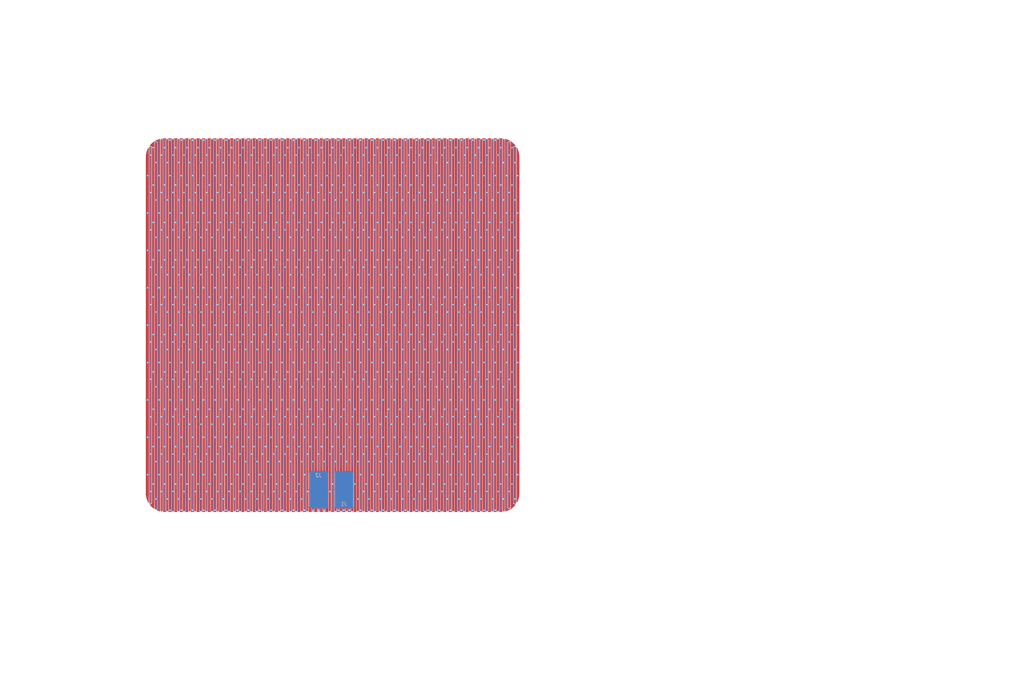
<source format=kicad_pcb>
(kicad_pcb (version 20221018) (generator pcbnew)
  (layers (0 "F.Cu" signal) (1 "In1.Cu" power) (2 "In2.Cu" power) (31 "B.Cu" signal) (34 "B.Paste" user) (35 "F.Paste" user) (36 "B.SilkS" user "B.Silkscreen") (37 "F.SilkS" user "F.Silkscreen") (38 "B.Mask" user) (39 "F.Mask" user) (44 "Edge.Cuts" user))
  (net 0 "")
  (net 1 "/Sense")
  (net 2 "GND")
  (footprint "Connector_Wire:SolderWirePad_1x01_SMD_5x10mm" (layer "B.Cu") (at 103 144)
    (fp_text reference "J1")
    (fp_text value "Conn_01x01_Female")
  )
  (footprint "Connector_Wire:SolderWirePad_1x01_SMD_5x10mm" (layer "B.Cu") (at 96.2 144 180)
    (fp_text reference "J2")
    (fp_text value "Conn_01x01_Female")
  )
  (gr_arc (start 150 145) (mid 148.535534 148.535534) (end 145 150) (stroke (width 0.05)) (layer "Edge.Cuts"))
  (gr_line (start 150 55) (end 150 145) (stroke (width 0.05)) (layer "Edge.Cuts"))
  (gr_arc (start 145 50) (mid 148.535534 51.464466) (end 150 55) (stroke (width 0.05)) (layer "Edge.Cuts"))
  (gr_line (start 50 145) (end 50 55) (stroke (width 0.05)) (layer "Edge.Cuts"))
  (gr_arc (start 50 55) (mid 51.464466 51.464466) (end 55 50) (stroke (width 0.05)) (layer "Edge.Cuts"))
  (gr_line (start 145 150) (end 55 150) (stroke (width 0.05)) (layer "Edge.Cuts"))
  (gr_arc (start 55 150) (mid 51.464466 148.535534) (end 50 145) (stroke (width 0.05)) (layer "Edge.Cuts"))
  (gr_line (start 55 50) (end 145 50) (stroke (width 0.05)) (layer "Edge.Cuts"))
  (segment (start 83.5 50.5) (end 83.5 149.5) (width 0.6) (layer "F.Cu") (net 1))
  (segment (start 109 50.5) (end 109 149.5) (width 0.6) (layer "F.Cu") (net 1))
  (segment (start 52 148.25) (end 52 52) (width 0.6) (layer "F.Cu") (net 1))
  (segment (start 58 50.5) (end 58 149.5) (width 0.6) (layer "F.Cu") (net 1))
  (segment (start 136 50.5) (end 136 149.5) (width 0.6) (layer "F.Cu") (net 1))
  (segment (start 101.5 50.5) (end 101.5 60) (width 0.6) (layer "F.Cu") (net 1))
  (segment (start 121 50.5) (end 121 149.5) (width 0.6) (layer "F.Cu") (net 1))
  (segment (start 124 50.5) (end 124 149.5) (width 0.6) (layer "F.Cu") (net 1))
  (segment (start 89.5 50.5) (end 89.5 149.5) (width 0.6) (layer "F.Cu") (net 1))
  (segment (start 134.5 50.5) (end 134.5 149.5) (width 0.6) (layer "F.Cu") (net 1))
  (segment (start 128.5 50.5) (end 128.5 149.5) (width 0.6) (layer "F.Cu") (net 1))
  (segment (start 106 50.5) (end 106 149.5) (width 0.6) (layer "F.Cu") (net 1))
  (segment (start 107.5 50.5) (end 107.5 149.5) (width 0.6) (layer "F.Cu") (net 1))
  (segment (start 104.5 50.5) (end 104.5 60) (width 0.6) (layer "F.Cu") (net 1))
  (segment (start 64 50.5) (end 64 149.5) (width 0.6) (layer "F.Cu") (net 1))
  (segment (start 65.5 50.5) (end 65.5 149.5) (width 0.6) (layer "F.Cu") (net 1))
  (segment (start 70 50.5) (end 70 149.5) (width 0.6) (layer "F.Cu") (net 1))
  (segment (start 119.5 50.5) (end 119.5 149.5) (width 0.6) (layer "F.Cu") (net 1))
  (segment (start 77.5 50.5) (end 77.5 149.5) (width 0.6) (layer "F.Cu") (net 1))
  (segment (start 53.5 149.25) (end 53.5 50.75) (width 0.6) (layer "F.Cu") (net 1))
  (segment (start 139 50.5) (end 139 149.5) (width 0.6) (layer "F.Cu") (net 1))
  (segment (start 103 50.5) (end 103 149.5) (width 0.6) (layer "F.Cu") (net 1))
  (segment (start 130 50.5) (end 130 149.5) (width 0.6) (layer "F.Cu") (net 1))
  (segment (start 50.5 145.75) (end 50.5 54.25) (width 0.6) (layer "F.Cu") (net 1))
  (segment (start 74.5 50.5) (end 74.5 149.5) (width 0.6) (layer "F.Cu") (net 1))
  (segment (start 148 147.25) (end 148 147.75) (width 0.6) (layer "F.Cu") (net 1))
  (segment (start 59.5 50.5) (end 59.5 149.5) (width 0.6) (layer "F.Cu") (net 1))
  (segment (start 142 50.5) (end 142 149.5) (width 0.6) (layer "F.Cu") (net 1))
  (segment (start 127 50.5) (end 127 149.5) (width 0.6) (layer "F.Cu") (net 1))
  (segment (start 92.5 50.5) (end 92.5 149.5) (width 0.6) (layer "F.Cu") (net 1))
  (segment (start 112 50.5) (end 112 149.5) (width 0.6) (layer "F.Cu") (net 1))
  (segment (start 145 50.5) (end 145 149.5) (width 0.6) (layer "F.Cu") (net 1))
  (segment (start 101.5 60) (end 101.5 149.5) (width 0.6) (layer "F.Cu") (net 1))
  (segment (start 52 52) (end 52 51.75) (width 0.6) (layer "F.Cu") (net 1))
  (segment (start 137.5 50.5) (end 137.5 149.5) (width 0.6) (layer "F.Cu") (net 1))
  (segment (start 125.5 50.5) (end 125.5 149.5) (width 0.6) (layer "F.Cu") (net 1))
  (segment (start 148 147.75) (end 148 148.25) (width 0.6) (layer "F.Cu") (net 1))
  (segment (start 79 50.5) (end 79 149.5) (width 0.6) (layer "F.Cu") (net 1))
  (segment (start 71.5 50.5) (end 71.5 149.5) (width 0.6) (layer "F.Cu") (net 1))
  (segment (start 149.5 54.75) (end 149.5 54.25) (width 0.6) (layer "F.Cu") (net 1))
  (segment (start 149.5 145.75) (end 149.5 54.75) (width 0.6) (layer "F.Cu") (net 1))
  (segment (start 146.5 149.25) (end 146.5 51.5) (width 0.6) (layer "F.Cu") (net 1))
  (segment (start 95.5 50.5) (end 95.5 60) (width 0.6) (layer "F.Cu") (net 1))
  (segment (start 67 50.5) (end 67 149.5) (width 0.6) (layer "F.Cu") (net 1))
  (segment (start 116.5 50.5) (end 116.5 149.5) (width 0.6) (layer "F.Cu") (net 1))
  (segment (start 104.5 60) (end 104.5 149.5) (width 0.6) (layer "F.Cu") (net 1))
  (segment (start 61 50.5) (end 61 149.5) (width 0.6) (layer "F.Cu") (net 1))
  (segment (start 94 50.5) (end 94 149.5) (width 0.6) (layer "F.Cu") (net 1))
  (segment (start 95.5 60) (end 95.5 149.5) (width 0.6) (layer "F.Cu") (net 1))
  (segment (start 85 50.5) (end 85 149.5) (width 0.6) (layer "F.Cu") (net 1))
  (segment (start 148 52) (end 148 147.25) (width 0.6) (layer "F.Cu") (net 1))
  (segment (start 98.5 60) (end 98.5 149.5) (width 0.6) (layer "F.Cu") (net 1))
  (segment (start 88 50.5) (end 88 149.5) (width 0.6) (layer "F.Cu") (net 1))
  (segment (start 133 50.5) (end 133 149.5) (width 0.6) (layer "F.Cu") (net 1))
  (segment (start 146.5 51.5) (end 146.5 50.75) (width 0.6) (layer "F.Cu") (net 1))
  (segment (start 62.5 50.5) (end 62.5 149.5) (width 0.6) (layer "F.Cu") (net 1))
  (segment (start 131.5 50.5) (end 131.5 149.5) (width 0.6) (layer "F.Cu") (net 1))
  (segment (start 86.5 50.5) (end 86.5 149.5) (width 0.6) (layer "F.Cu") (net 1))
  (segment (start 115 50.5) (end 115 149.5) (width 0.6) (layer "F.Cu") (net 1))
  (segment (start 76 50.5) (end 76 149.5) (width 0.6) (layer "F.Cu") (net 1))
  (segment (start 82 50.5) (end 82 149.5) (width 0.6) (layer "F.Cu") (net 1))
  (segment (start 118 50.5) (end 118 149.5) (width 0.6) (layer "F.Cu") (net 1))
  (segment (start 91 50.5) (end 91 149.5) (width 0.6) (layer "F.Cu") (net 1))
  (segment (start 97 50.5) (end 97 149.5) (width 0.6) (layer "F.Cu") (net 1))
  (segment (start 73 50.5) (end 73 149.5) (width 0.6) (layer "F.Cu") (net 1))
  (segment (start 55 50.5) (end 55 149.5) (width 0.6) (layer "F.Cu") (net 1))
  (segment (start 68.5 50.5) (end 68.5 149.5) (width 0.6) (layer "F.Cu") (net 1))
  (segment (start 113.5 50.5) (end 113.5 149.5) (width 0.6) (layer "F.Cu") (net 1))
  (segment (start 143.5 50.5) (end 143.5 149.5) (width 0.6) (layer "F.Cu") (net 1))
  (segment (start 56.5 50.5) (end 56.5 149.5) (width 0.6) (layer "F.Cu") (net 1))
  (segment (start 110.5 50.5) (end 110.5 149.5) (width 0.6) (layer "F.Cu") (net 1))
  (segment (start 98.5 50.5) (end 98.5 60) (width 0.6) (layer "F.Cu") (net 1))
  (segment (start 140.5 50.5) (end 140.5 149.5) (width 0.6) (layer "F.Cu") (net 1))
  (segment (start 80.5 50.5) (end 80.5 149.5) (width 0.6) (layer "F.Cu") (net 1))
  (segment (start 100 50.5) (end 100 149.5) (width 0.6) (layer "F.Cu") (net 1))
  (segment (start 122.5 50.5) (end 122.5 149.5) (width 0.6) (layer "F.Cu") (net 1))
  (segment (start 148 52.5) (end 148 51.75) (width 0.6) (layer "F.Cu") (net 1))
  (via (at 71.5 110) (size 0.6) (drill 0.3) (layers "F.Cu" "B.Cu") (net 1))
  (via (at 80.5 140) (size 0.6) (drill 0.3) (layers "F.Cu" "B.Cu") (net 1))
  (via (at 76 62.5) (size 0.6) (drill 0.3) (layers "F.Cu" "B.Cu") (net 1))
  (via (at 55 142.5) (size 0.6) (drill 0.3) (layers "F.Cu" "B.Cu") (net 1))
  (via (at 80.5 90) (size 0.6) (drill 0.3) (layers "F.Cu" "B.Cu") (net 1))
  (via (at 107.5 50.5) (size 0.6) (drill 0.3) (layers "F.Cu" "B.Cu") (net 1))
  (via (at 62.5 90) (size 0.6) (drill 0.3) (layers "F.Cu" "B.Cu") (net 1))
  (via (at 101.5 149.5) (size 0.6) (drill 0.3) (layers "F.Cu" "B.Cu") (net 1))
  (via (at 148 62.5) (size 0.6) (drill 0.3) (layers "F.Cu" "B.Cu") (net 1))
  (via (at 59.5 70) (size 0.6) (drill 0.3) (layers "F.Cu" "B.Cu") (net 1))
  (via (at 142 92.5) (size 0.6) (drill 0.3) (layers "F.Cu" "B.Cu") (net 1))
  (via (at 110.5 130) (size 0.6) (drill 0.3) (layers "F.Cu" "B.Cu") (net 1))
  (via (at 128.5 90) (size 0.6) (drill 0.3) (layers "F.Cu" "B.Cu") (net 1))
  (via (at 94 132.5) (size 0.6) (drill 0.3) (layers "F.Cu" "B.Cu") (net 1))
  (via (at 53.5 120) (size 0.6) (drill 0.3) (layers "F.Cu" "B.Cu") (net 1))
  (via (at 67 62.5) (size 0.6) (drill 0.3) (layers "F.Cu" "B.Cu") (net 1))
  (via (at 148 72.5) (size 0.6) (drill 0.3) (layers "F.Cu" "B.Cu") (net 1))
  (via (at 77.5 90) (size 0.6) (drill 0.3) (layers "F.Cu" "B.Cu") (net 1))
  (via (at 98.5 110) (size 0.6) (drill 0.3) (layers "F.Cu" "B.Cu") (net 1))
  (via (at 56.5 50.5) (size 0.6) (drill 0.3) (layers "F.Cu" "B.Cu") (net 1))
  (via (at 98.5 70) (size 0.6) (drill 0.3) (layers "F.Cu" "B.Cu") (net 1))
  (via (at 65.5 60) (size 0.6) (drill 0.3) (layers "F.Cu" "B.Cu") (net 1))
  (via (at 79 62.5) (size 0.6) (drill 0.3) (layers "F.Cu" "B.Cu") (net 1))
  (via (at 71.5 60) (size 0.6) (drill 0.3) (layers "F.Cu" "B.Cu") (net 1))
  (via (at 88 72.5) (size 0.6) (drill 0.3) (layers "F.Cu" "B.Cu") (net 1))
  (via (at 145 62.5) (size 0.6) (drill 0.3) (layers "F.Cu" "B.Cu") (net 1))
  (via (at 89.5 60) (size 0.6) (drill 0.3) (layers "F.Cu" "B.Cu") (net 1))
  (via (at 74.5 140) (size 0.6) (drill 0.3) (layers "F.Cu" "B.Cu") (net 1))
  (via (at 131.5 100) (size 0.6) (drill 0.3) (layers "F.Cu" "B.Cu") (net 1))
  (via (at 94 102.5) (size 0.6) (drill 0.3) (layers "F.Cu" "B.Cu") (net 1))
  (via (at 127 82.5) (size 0.6) (drill 0.3) (layers "F.Cu" "B.Cu") (net 1))
  (via (at 94 92.5) (size 0.6) (drill 0.3) (layers "F.Cu" "B.Cu") (net 1))
  (via (at 71.5 120) (size 0.6) (drill 0.3) (layers "F.Cu" "B.Cu") (net 1))
  (via (at 80.5 110) (size 0.6) (drill 0.3) (layers "F.Cu" "B.Cu") (net 1))
  (via (at 107.5 60) (size 0.6) (drill 0.3) (layers "F.Cu" "B.Cu") (net 1))
  (via (at 106 122.5) (size 0.6) (drill 0.3) (layers "F.Cu" "B.Cu") (net 1))
  (via (at 97 52.5) (size 0.6) (drill 0.3) (layers "F.Cu" "B.Cu") (net 1))
  (via (at 124 102.5) (size 0.6) (drill 0.3) (layers "F.Cu" "B.Cu") (net 1))
  (via (at 112 72.5) (size 0.6) (drill 0.3) (layers "F.Cu" "B.Cu") (net 1))
  (via (at 110.5 120) (size 0.6) (drill 0.3) (layers "F.Cu" "B.Cu") (net 1))
  (via (at 83.5 130) (size 0.6) (drill 0.3) (layers "F.Cu" "B.Cu") (net 1))
  (via (at 121 92.5) (size 0.6) (drill 0.3) (layers "F.Cu" "B.Cu") (net 1))
  (via (at 133 62.5) (size 0.6) (drill 0.3) (layers "F.Cu" "B.Cu") (net 1))
  (via (at 127 122.5) (size 0.6) (drill 0.3) (layers "F.Cu" "B.Cu") (net 1))
  (via (at 142 102.5) (size 0.6) (drill 0.3) (layers "F.Cu" "B.Cu") (net 1))
  (via (at 70 112.5) (size 0.6) (drill 0.3) (layers "F.Cu" "B.Cu") (net 1))
  (via (at 100 72.5) (size 0.6) (drill 0.3) (layers "F.Cu" "B.Cu") (net 1))
  (via (at 97 122.5) (size 0.6) (drill 0.3) (layers "F.Cu" "B.Cu") (net 1))
  (via (at 149.5 90) (size 0.6) (drill 0.3) (layers "F.Cu" "B.Cu") (net 1))
  (via (at 89.5 70) (size 0.6) (drill 0.3) (layers "F.Cu" "B.Cu") (net 1))
  (via (at 58 102.5) (size 0.6) (drill 0.3) (layers "F.Cu" "B.Cu") (net 1))
  (via (at 62.5 100) (size 0.6) (drill 0.3) (layers "F.Cu" "B.Cu") (net 1))
  (via (at 107.5 120) (size 0.6) (drill 0.3) (layers "F.Cu" "B.Cu") (net 1))
  (via (at 142 72.5) (size 0.6) (drill 0.3) (layers "F.Cu" "B.Cu") (net 1))
  (via (at 134.5 50.5) (size 0.6) (drill 0.3) (layers "F.Cu" "B.Cu") (net 1))
  (via (at 107.5 80) (size 0.6) (drill 0.3) (layers "F.Cu" "B.Cu") (net 1))
  (via (at 53.5 90) (size 0.6) (drill 0.3) (layers "F.Cu" "B.Cu") (net 1))
  (via (at 74.5 80) (size 0.6) (drill 0.3) (layers "F.Cu" "B.Cu") (net 1))
  (via (at 76 72.5) (size 0.6) (drill 0.3) (layers "F.Cu" "B.Cu") (net 1))
  (via (at 53.5 100) (size 0.6) (drill 0.3) (layers "F.Cu" "B.Cu") (net 1))
  (via (at 77.5 110) (size 0.6) (drill 0.3) (layers "F.Cu" "B.Cu") (net 1))
  (via (at 86.5 140) (size 0.6) (drill 0.3) (layers "F.Cu" "B.Cu") (net 1))
  (via (at 118 62.5) (size 0.6) (drill 0.3) (layers "F.Cu" "B.Cu") (net 1))
  (via (at 68.5 50.5) (size 0.6) (drill 0.3) (layers "F.Cu" "B.Cu") (net 1))
  (via (at 115 122.5) (size 0.6) (drill 0.3) (layers "F.Cu" "B.Cu") (net 1))
  (via (at 146.5 90) (size 0.6) (drill 0.3) (layers "F.Cu" "B.Cu") (net 1))
  (via (at 127 92.5) (size 0.6) (drill 0.3) (layers "F.Cu" "B.Cu") (net 1))
  (via (at 131.5 149.5) (size 0.6) (drill 0.3) (layers "F.Cu" "B.Cu") (net 1))
  (via (at 64 102.5) (size 0.6) (drill 0.3) (layers "F.Cu" "B.Cu") (net 1))
  (via (at 145 102.5) (size 0.6) (drill 0.3) (layers "F.Cu" "B.Cu") (net 1))
  (via (at 62.5 130) (size 0.6) (drill 0.3) (layers "F.Cu" "B.Cu") (net 1))
  (via (at 134.5 80) (size 0.6) (drill 0.3) (layers "F.Cu" "B.Cu") (net 1))
  (via (at 142 82.5) (size 0.6) (drill 0.3) (layers "F.Cu" "B.Cu") (net 1))
  (via (at 106 92.5) (size 0.6) (drill 0.3) (layers "F.Cu" "B.Cu") (net 1))
  (via (at 103 52.5) (size 0.6) (drill 0.3) (layers "F.Cu" "B.Cu") (net 1))
  (via (at 134.5 60) (size 0.6) (drill 0.3) (layers "F.Cu" "B.Cu") (net 1))
  (via (at 139 112.5) (size 0.6) (drill 0.3) (layers "F.Cu" "B.Cu") (net 1))
  (via (at 113.5 50.5) (size 0.6) (drill 0.3) (layers "F.Cu" "B.Cu") (net 1))
  (via (at 91 112.5) (size 0.6) (drill 0.3) (layers "F.Cu" "B.Cu") (net 1))
  (via (at 130 82.5) (size 0.6) (drill 0.3) (layers "F.Cu" "B.Cu") (net 1))
  (via (at 110.5 70) (size 0.6) (drill 0.3) (layers "F.Cu" "B.Cu") (net 1))
  (via (at 121 132.5) (size 0.6) (drill 0.3) (layers "F.Cu" "B.Cu") (net 1))
  (via (at 110.5 140) (size 0.6) (drill 0.3) (layers "F.Cu" "B.Cu") (net 1))
  (via (at 146.5 140) (size 0.6) (drill 0.3) (layers "F.Cu" "B.Cu") (net 1))
  (via (at 70 102.5) (size 0.6) (drill 0.3) (layers "F.Cu" "B.Cu") (net 1))
  (via (at 115 102.5) (size 0.6) (drill 0.3) (layers "F.Cu" "B.Cu") (net 1))
  (via (at 119.5 60) (size 0.6) (drill 0.3) (layers "F.Cu" "B.Cu") (net 1))
  (via (at 65.5 80) (size 0.6) (drill 0.3) (layers "F.Cu" "B.Cu") (net 1))
  (via (at 128.5 120) (size 0.6) (drill 0.3) (layers "F.Cu" "B.Cu") (net 1))
  (via (at 104.5 110) (size 0.6) (drill 0.3) (layers "F.Cu" "B.Cu") (net 1))
  (via (at 148 132.5) (size 0.6) (drill 0.3) (layers "F.Cu" "B.Cu") (net 1))
  (via (at 110.5 149.5) (size 0.6) (drill 0.3) (layers "F.Cu" "B.Cu") (net 1))
  (via (at 67 142.5) (size 0.6) (drill 0.3) (layers "F.Cu" "B.Cu") (net 1))
  (via (at 68.5 140) (size 0.6) (drill 0.3) (layers "F.Cu" "B.Cu") (net 1))
  (via (at 88 62.5) (size 0.6) (drill 0.3) (layers "F.Cu" "B.Cu") (net 1))
  (via (at 56.5 60) (size 0.6) (drill 0.3) (layers "F.Cu" "B.Cu") (net 1))
  (via (at 112 92.5) (size 0.6) (drill 0.3) (layers "F.Cu" "B.Cu") (net 1))
  (via (at 100 62.5) (size 0.6) (drill 0.3) (layers "F.Cu" "B.Cu") (net 1))
  (via (at 143.5 140) (size 0.6) (drill 0.3) (layers "F.Cu" "B.Cu") (net 1))
  (via (at 118 142.5) (size 0.6) (drill 0.3) (layers "F.Cu" "B.Cu") (net 1))
  (via (at 68.5 70) (size 0.6) (drill 0.3) (layers "F.Cu" "B.Cu") (net 1))
  (via (at 79 72.5) (size 0.6) (drill 0.3) (layers "F.Cu" "B.Cu") (net 1))
  (via (at 137.5 140) (size 0.6) (drill 0.3) (layers "F.Cu" "B.Cu") (net 1))
  (via (at 91 82.5) (size 0.6) (drill 0.3) (layers "F.Cu" "B.Cu") (net 1))
  (via (at 107.5 130) (size 0.6) (drill 0.3) (layers "F.Cu" "B.Cu") (net 1))
  (via (at 106 132.5) (size 0.6) (drill 0.3) (layers "F.Cu" "B.Cu") (net 1))
  (via (at 56.5 110) (size 0.6) (drill 0.3) (layers "F.Cu" "B.Cu") (net 1))
  (via (at 116.5 90) (size 0.6) (drill 0.3) (layers "F.Cu" "B.Cu") (net 1))
  (via (at 73 132.5) (size 0.6) (drill 0.3) (layers "F.Cu" "B.Cu") (net 1))
  (via (at 59.5 80) (size 0.6) (drill 0.3) (layers "F.Cu" "B.Cu") (net 1))
  (via (at 131.5 120) (size 0.6) (drill 0.3) (layers "F.Cu" "B.Cu") (net 1))
  (via (at 124 142.5) (size 0.6) (drill 0.3) (layers "F.Cu" "B.Cu") (net 1))
  (via (at 64 122.5) (size 0.6) (drill 0.3) (layers "F.Cu" "B.Cu") (net 1))
  (via (at 137.5 50.5) (size 0.6) (drill 0.3) (layers "F.Cu" "B.Cu") (net 1))
  (via (at 136 122.5) (size 0.6) (drill 0.3) (layers "F.Cu" "B.Cu") (net 1))
  (via (at 124 62.5) (size 0.6) (drill 0.3) (layers "F.Cu" "B.Cu") (net 1))
  (via (at 71.5 90) (size 0.6) (drill 0.3) (layers "F.Cu" "B.Cu") (net 1))
  (via (at 125.5 110) (size 0.6) (drill 0.3) (layers "F.Cu" "B.Cu") (net 1))
  (via (at 104.5 100) (size 0.6) (drill 0.3) (layers "F.Cu" "B.Cu") (net 1))
  (via (at 127 52.5) (size 0.6) (drill 0.3) (layers "F.Cu" "B.Cu") (net 1))
  (via (at 77.5 149.5) (size 0.6) (drill 0.3) (layers "F.Cu" "B.Cu") (net 1))
  (via (at 133 112.5) (size 0.6) (drill 0.3) (layers "F.Cu" "B.Cu") (net 1))
  (via (at 100 142.5) (size 0.6) (drill 0.3) (layers "F.Cu" "B.Cu") (net 1))
  (via (at 134.5 120) (size 0.6) (drill 0.3) (layers "F.Cu" "B.Cu") (net 1))
  (via (at 95.5 90) (size 0.6) (drill 0.3) (layers "F.Cu" "B.Cu") (net 1))
  (via (at 124 122.5) (size 0.6) (drill 0.3) (layers "F.Cu" "B.Cu") (net 1))
  (via (at 95.5 120) (size 0.6) (drill 0.3) (layers "F.Cu" "B.Cu") (net 1))
  (via (at 119.5 50.5) (size 0.6) (drill 0.3) (layers "F.Cu" "B.Cu") (net 1))
  (via (at 106 102.5) (size 0.6) (drill 0.3) (layers "F.Cu" "B.Cu") (net 1))
  (via (at 128.5 60) (size 0.6) (drill 0.3) (layers "F.Cu" "B.Cu") (net 1))
  (via (at 140.5 130) (size 0.6) (drill 0.3) (layers "F.Cu" "B.Cu") (net 1))
  (via (at 79 82.5) (size 0.6) (drill 0.3) (layers "F.Cu" "B.Cu") (net 1))
  (via (at 127 132.5) (size 0.6) (drill 0.3) (layers "F.Cu" "B.Cu") (net 1))
  (via (at 61 52.5) (size 0.6) (drill 0.3) (layers "F.Cu" "B.Cu") (net 1))
  (via (at 136 82.5) (size 0.6) (drill 0.3) (layers "F.Cu" "B.Cu") (net 1))
  (via (at 109 132.5) (size 0.6) (drill 0.3) (layers "F.Cu" "B.Cu") (net 1))
  (via (at 148 142.5) (size 0.6) (drill 0.3) (layers "F.Cu" "B.Cu") (net 1))
  (via (at 50.5 120) (size 0.6) (drill 0.3) (layers "F.Cu" "B.Cu") (net 1))
  (via (at 64 142.5) (size 0.6) (drill 0.3) (layers "F.Cu" "B.Cu") (net 1))
  (via (at 118 132.5) (size 0.6) (drill 0.3) (layers "F.Cu" "B.Cu") (net 1))
  (via (at 136 132.5) (size 0.6) (drill 0.3) (layers "F.Cu" "B.Cu") (net 1))
  (via (at 110.5 80) (size 0.6) (drill 0.3) (layers "F.Cu" "B.Cu") (net 1))
  (via (at 88 132.5) (size 0.6) (drill 0.3) (layers "F.Cu" "B.Cu") (net 1))
  (via (at 55 122.5) (size 0.6) (drill 0.3) (layers "F.Cu" "B.Cu") (net 1))
  (via (at 80.5 100) (size 0.6) (drill 0.3) (layers "F.Cu" "B.Cu") (net 1))
  (via (at 100 52.5) (size 0.6) (drill 0.3) (layers "F.Cu" "B.Cu") (net 1))
  (via (at 136 142.5) (size 0.6) (drill 0.3) (layers "F.Cu" "B.Cu") (net 1))
  (via (at 73 92.5) (size 0.6) (drill 0.3) (layers "F.Cu" "B.Cu") (net 1))
  (via (at 62.5 60) (size 0.6) (drill 0.3) (layers "F.Cu" "B.Cu") (net 1))
  (via (at 97 132.5) (size 0.6) (drill 0.3) (layers "F.Cu" "B.Cu") (net 1))
  (via (at 107.5 149.5) (size 0.6) (drill 0.3) (layers "F.Cu" "B.Cu") (net 1))
  (via (at 64 72.5) (size 0.6) (drill 0.3) (layers "F.Cu" "B.Cu") (net 1))
  (via (at 61 62.5) (size 0.6) (drill 0.3) (layers "F.Cu" "B.Cu") (net 1))
  (via (at 88 52.5) (size 0.6) (drill 0.3) (layers "F.Cu" "B.Cu") (net 1))
  (via (at 121 142.5) (size 0.6) (drill 0.3) (layers "F.Cu" "B.Cu") (net 1))
  (via (at 104.5 90) (size 0.6) (drill 0.3) (layers "F.Cu" "B.Cu") (net 1))
  (via (at 98.5 100) (size 0.6) (drill 0.3) (layers "F.Cu" "B.Cu") (net 1))
  (via (at 103 82.5) (size 0.6) (drill 0.3) (layers "F.Cu" "B.Cu") (net 1))
  (via (at 134.5 130) (size 0.6) (drill 0.3) (layers "F.Cu" "B.Cu") (net 1))
  (via (at 137.5 149.5) (size 0.6) (drill 0.3) (layers "F.Cu" "B.Cu") (net 1))
  (via (at 109 92.5) (size 0.6) (drill 0.3) (layers "F.Cu" "B.Cu") (net 1))
  (via (at 52 72.5) (size 0.6) (drill 0.3) (layers "F.Cu" "B.Cu") (net 1))
  (via (at 133 82.5) (size 0.6) (drill 0.3) (layers "F.Cu" "B.Cu") (net 1))
  (via (at 64 132.5) (size 0.6) (drill 0.3) (layers "F.Cu" "B.Cu") (net 1))
  (via (at 130 52.5) (size 0.6) (drill 0.3) (layers "F.Cu" "B.Cu") (net 1))
  (via (at 139 102.5) (size 0.6) (drill 0.3) (layers "F.Cu" "B.Cu") (net 1))
  (via (at 110.5 100) (size 0.6) (drill 0.3) (layers "F.Cu" "B.Cu") (net 1))
  (via (at 136 102.5) (size 0.6) (drill 0.3) (layers "F.Cu" "B.Cu") (net 1))
  (via (at 101.5 120) (size 0.6) (drill 0.3) (layers "F.Cu" "B.Cu") (net 1))
  (via (at 115 112.5) (size 0.6) (drill 0.3) (layers "F.Cu" "B.Cu") (net 1))
  (via (at 61 142.5) (size 0.6) (drill 0.3) (layers "F.Cu" "B.Cu") (net 1))
  (via (at 92.5 50.5) (size 0.6) (drill 0.3) (layers "F.Cu" "B.Cu") (net 1))
  (via (at 52 102.5) (size 0.6) (drill 0.3) (layers "F.Cu" "B.Cu") (net 1))
  (via (at 53.5 80) (size 0.6) (drill 0.3) (layers "F.Cu" "B.Cu") (net 1))
  (via (at 55 102.5) (size 0.6) (drill 0.3) (layers "F.Cu" "B.Cu") (net 1))
  (via (at 91 72.5) (size 0.6) (drill 0.3) (layers "F.Cu" "B.Cu") (net 1))
  (via (at 94 72.5) (size 0.6) (drill 0.3) (layers "F.Cu" "B.Cu") (net 1))
  (via (at 113.5 140) (size 0.6) (drill 0.3) (layers "F.Cu" "B.Cu") (net 1))
  (via (at 77.5 100) (size 0.6) (drill 0.3) (layers "F.Cu" "B.Cu") (net 1))
  (via (at 140.5 60) (size 0.6) (drill 0.3) (layers "F.Cu" "B.Cu") (net 1))
  (via (at 109 102.5) (size 0.6) (drill 0.3) (layers "F.Cu" "B.Cu") (net 1))
  (via (at 83.5 120) (size 0.6) (drill 0.3) (layers "F.Cu" "B.Cu") (net 1))
  (via (at 103 112.5) (size 0.6) (drill 0.3) (layers "F.Cu" "B.Cu") (net 1))
  (via (at 148 112.5) (size 0.6) (drill 0.3) (layers "F.Cu" "B.Cu") (net 1))
  (via (at 86.5 70) (size 0.6) (drill 0.3) (layers "F.Cu" "B.Cu") (net 1))
  (via (at 143.5 120) (size 0.6) (drill 0.3) (layers "F.Cu" "B.Cu") (net 1))
  (via (at 50.5 100) (size 0.6) (drill 0.3) (layers "F.Cu" "B.Cu") (net 1))
  (via (at 56.5 70) (size 0.6) (drill 0.3) (layers "F.Cu" "B.Cu") (net 1))
  (via (at 140.5 149.5) (size 0.6) (drill 0.3) (layers "F.Cu" "B.Cu") (net 1))
  (via (at 124 112.5) (size 0.6) (drill 0.3) (layers "F.Cu" "B.Cu") (net 1))
  (via (at 85 92.5) (size 0.6) (drill 0.3) (layers "F.Cu" "B.Cu") (net 1))
  (via (at 55 132.5) (size 0.6) (drill 0.3) (layers "F.Cu" "B.Cu") (net 1))
  (via (at 118 112.5) (size 0.6) (drill 0.3) (layers "F.Cu" "B.Cu") (net 1))
  (via (at 74.5 60) (size 0.6) (drill 0.3) (layers "F.Cu" "B.Cu") (net 1))
  (via (at 106 52.5) (size 0.6) (drill 0.3) (layers "F.Cu" "B.Cu") (net 1))
  (via (at 124 132.5) (size 0.6) (drill 0.3) (layers "F.Cu" "B.Cu") (net 1))
  (via (at 83.5 70) (size 0.6) (drill 0.3) (layers "F.Cu" "B.Cu") (net 1))
  (via (at 70 82.5) (size 0.6) (drill 0.3) (layers "F.Cu" "B.Cu") (net 1))
  (via (at 109 82.5) (size 0.6) (drill 0.3) (layers "F.Cu" "B.Cu") (net 1))
  (via (at 50.5 60) (size 0.6) (drill 0.3) (layers "F.Cu" "B.Cu") (net 1))
  (via (at 86.5 60) (size 0.6) (drill 0.3) (layers "F.Cu" "B.Cu") (net 1))
  (via (at 53.5 140) (size 0.6) (drill 0.3) (layers "F.Cu" "B.Cu") (net 1))
  (via (at 131.5 140) (size 0.6) (drill 0.3) (layers "F.Cu" "B.Cu") (net 1))
  (via (at 109 112.5) (size 0.6) (drill 0.3) (layers "F.Cu" "B.Cu") (net 1))
  (via (at 70 92.5) (size 0.6) (drill 0.3) (layers "F.Cu" "B.Cu") (net 1))
  (via (at 53.5 70) (size 0.6) (drill 0.3) (layers "F.Cu" "B.Cu") (net 1))
  (via (at 109 72.5) (size 0.6) (drill 0.3) (layers "F.Cu" "B.Cu") (net 1))
  (via (at 128.5 70) (size 0.6) (drill 0.3) (layers "F.Cu" "B.Cu") (net 1))
  (via (at 130 62.5) (size 0.6) (drill 0.3) (layers "F.Cu" "B.Cu") (net 1))
  (via (at 133 142.5) (size 0.6) (drill 0.3) (layers "F.Cu" "B.Cu") (net 1))
  (via (at 92.5 130) (size 0.6) (drill 0.3) (layers "F.Cu" "B.Cu") (net 1))
  (via (at 140.5 110) (size 0.6) (drill 0.3) (layers "F.Cu" "B.Cu") (net 1))
  (via (at 83.5 90) (size 0.6) (drill 0.3) (layers "F.Cu" "B.Cu") (net 1))
  (via (at 149.5 130) (size 0.6) (drill 0.3) (layers "F.Cu" "B.Cu") (net 1))
  (via (at 76 52.5) (size 0.6) (drill 0.3) (layers "F.Cu" "B.Cu") (net 1))
  (via (at 58 122.5) (size 0.6) (drill 0.3) (layers "F.Cu" "B.Cu") (net 1))
  (via (at 70 122.5) (size 0.6) (drill 0.3) (layers "F.Cu" "B.Cu") (net 1))
  (via (at 136 72.5) (size 0.6) (drill 0.3) (layers "F.Cu" "B.Cu") (net 1))
  (via (at 58 72.5) (size 0.6) (drill 0.3) (layers "F.Cu" "B.Cu") (net 1))
  (via (at 146.5 100) (size 0.6) (drill 0.3) (layers "F.Cu" "B.Cu") (net 1))
  (via (at 82 112.5) (size 0.6) (drill 0.3) (layers "F.Cu" "B.Cu") (net 1))
  (via (at 121 112.5) (size 0.6) (drill 0.3) (layers "F.Cu" "B.Cu") (net 1))
  (via (at 139 122.5) (size 0.6) (drill 0.3) (layers "F.Cu" "B.Cu") (net 1))
  (via (at 95.5 110) (size 0.6) (drill 0.3) (layers "F.Cu" "B.Cu") (net 1))
  (via (at 83.5 100) (size 0.6) (drill 0.3) (layers "F.Cu" "B.Cu") (net 1))
  (via (at 136 62.5) (size 0.6) (drill 0.3) (layers "F.Cu" "B.Cu") (net 1))
  (via (at 95.5 100) (size 0.6) (drill 0.3) (layers "F.Cu" "B.Cu") (net 1))
  (via (at 139 82.5) (size 0.6) (drill 0.3) (layers "F.Cu" "B.Cu") (net 1))
  (via (at 115 62.5) (size 0.6) (drill 0.3) (layers "F.Cu" "B.Cu") (net 1))
  (via (at 149.5 60) (size 0.6) (drill 0.3) (layers "F.Cu" "B.Cu") (net 1))
  (via (at 59.5 120) (size 0.6) (drill 0.3) (layers "F.Cu" "B.Cu") (net 1))
  (via (at 80.5 60) (size 0.6) (drill 0.3) (layers "F.Cu" "B.Cu") (net 1))
  (via (at 61 122.5) (size 0.6) (drill 0.3) (layers "F.Cu" "B.Cu") (net 1))
  (via (at 115 132.5) (size 0.6) (drill 0.3) (layers "F.Cu" "B.Cu") (net 1))
  (via (at 124 72.5) (size 0.6) (drill 0.3) (layers "F.Cu" "B.Cu") (net 1))
  (via (at 82 92.5) (size 0.6) (drill 0.3) (layers "F.Cu" "B.Cu") (net 1))
  (via (at 52 122.5) (size 0.6) (drill 0.3) (layers "F.Cu" "B.Cu") (net 1))
  (via (at 67 102.5) (size 0.6) (drill 0.3) (layers "F.Cu" "B.Cu") (net 1))
  (via (at 73 142.5) (size 0.6) (drill 0.3) (layers "F.Cu" "B.Cu") (net 1))
  (via (at 122.5 70) (size 0.6) (drill 0.3) (layers "F.Cu" "B.Cu") (net 1))
  (via (at 133 102.5) (size 0.6) (drill 0.3) (layers "F.Cu" "B.Cu") (net 1))
  (via (at 74.5 149.5) (size 0.6) (drill 0.3) (layers "F.Cu" "B.Cu") (net 1))
  (via (at 79 52.5) (size 0.6) (drill 0.3) (layers "F.Cu" "B.Cu") (net 1))
  (via (at 85 82.5) (size 0.6) (drill 0.3) (layers "F.Cu" "B.Cu") (net 1))
  (via (at 116.5 80) (size 0.6) (drill 0.3) (layers "F.Cu" "B.Cu") (net 1))
  (via (at 89.5 50.5) (size 0.6) (drill 0.3) (layers "F.Cu" "B.Cu") (net 1))
  (via (at 83.5 140) (size 0.6) (drill 0.3) (layers "F.Cu" "B.Cu") (net 1))
  (via (at 130 142.5) (size 0.6) (drill 0.3) (layers "F.Cu" "B.Cu") (net 1))
  (via (at 142 122.5) (size 0.6) (drill 0.3) (layers "F.Cu" "B.Cu") (net 1))
  (via (at 122.5 130) (size 0.6) (drill 0.3) (layers "F.Cu" "B.Cu") (net 1))
  (via (at 92.5 70) (size 0.6) (drill 0.3) (layers "F.Cu" "B.Cu") (net 1))
  (via (at 146.5 80) (size 0.6) (drill 0.3) (layers "F.Cu" "B.Cu") (net 1))
  (via (at 128.5 50.5) (size 0.6) (drill 0.3) (layers "F.Cu" "B.Cu") (net 1))
  (via (at 95.5 80) (size 0.6) (drill 0.3) (layers "F.Cu" "B.Cu") (net 1))
  (via (at 53.5 110) (size 0.6) (drill 0.3) (layers "F.Cu" "B.Cu") (net 1))
  (via (at 71.5 149.5) (size 0.6) (drill 0.3) (layers "F.Cu" "B.Cu") (net 1))
  (via (at 67 112.5) (size 0.6) (drill 0.3) (layers "F.Cu" "B.Cu") (net 1))
  (via (at 143.5 70) (size 0.6) (drill 0.3) (layers "F.Cu" "B.Cu") (net 1))
  (via (at 146.5 120) (size 0.6) (drill 0.3) (layers "F.Cu" "B.Cu") (net 1))
  (via (at 92.5 60) (size 0.6) (drill 0.3) (layers "F.Cu" "B.Cu") (net 1))
  (via (at 53.5 130) (size 0.6) (drill 0.3) (layers "F.Cu" "B.Cu") (net 1))
  (via (at 137.5 90) (size 0.6) (drill 0.3) (layers "F.Cu" "B.Cu") (net 1))
  (via (at 148 102.5) (size 0.6) (drill 0.3) (layers "F.Cu" "B.Cu") (net 1))
  (via (at 143.5 90) (size 0.6) (drill 0.3) (layers "F.Cu" "B.Cu") (net 1))
  (via (at 61 132.5) (size 0.6) (drill 0.3) (layers "F.Cu" "B.Cu") (net 1))
  (via (at 74.5 120) (size 0.6) (drill 0.3) (layers "F.Cu" "B.Cu") (net 1))
  (via (at 101.5 130) (size 0.6) (drill 0.3) (layers "F.Cu" "B.Cu") (net 1))
  (via (at 107.5 140) (size 0.6) (drill 0.3) (layers "F.Cu" "B.Cu") (net 1))
  (via (at 110.5 50.5) (size 0.6) (drill 0.3) (layers "F.Cu" "B.Cu") (net 1))
  (via (at 67 92.5) (size 0.6) (drill 0.3) (layers "F.Cu" "B.Cu") (net 1))
  (via (at 73 62.5) (size 0.6) (drill 0.3) (layers "F.Cu" "B.Cu") (net 1))
  (via (at 50.5 140) (size 0.6) (drill 0.3) (layers "F.Cu" "B.Cu") (net 1))
  (via (at 103 132.5) (size 0.6) (drill 0.3) (layers "F.Cu" "B.Cu") (net 1))
  (via (at 52 92.5) (size 0.6) (drill 0.3) (layers "F.Cu" "B.Cu") (net 1))
  (via (at 116.5 120) (size 0.6) (drill 0.3) (layers "F.Cu" "B.Cu") (net 1))
  (via (at 128.5 149.5) (size 0.6) (drill 0.3) (layers "F.Cu" "B.Cu") (net 1))
  (via (at 112 122.5) (size 0.6) (drill 0.3) (layers "F.Cu" "B.Cu") (net 1))
  (via (at 91 92.5) (size 0.6) (drill 0.3) (layers "F.Cu" "B.Cu") (net 1))
  (via (at 145 72.5) (size 0.6) (drill 0.3) (layers "F.Cu" "B.Cu") (net 1))
  (via (at 104.5 120) (size 0.6) (drill 0.3) (layers "F.Cu" "B.Cu") (net 1))
  (via (at 106 72.5) (size 0.6) (drill 0.3) (layers "F.Cu" "B.Cu") (net 1))
  (via (at 103 72.5) (size 0.6) (drill 0.3) (layers "F.Cu" "B.Cu") (net 1))
  (via (at 55 52.5) (size 0.6) (drill 0.3) (layers "F.Cu" "B.Cu") (net 1))
  (via (at 146.5 110) (size 0.6) (drill 0.3) (layers "F.Cu" "B.Cu") (net 1))
  (via (at 134.5 149.5) (size 0.6) (drill 0.3) (layers "F.Cu" "B.Cu") (net 1))
  (via (at 76 112.5) (size 0.6) (drill 0.3) (layers "F.Cu" "B.Cu") (net 1))
  (via (at 113.5 110) (size 0.6) (drill 0.3) (layers "F.Cu" "B.Cu") (net 1))
  (via (at 121 82.5) (size 0.6) (drill 0.3) (layers "F.Cu" "B.Cu") (net 1))
  (via (at 56.5 100) (size 0.6) (drill 0.3) (layers "F.Cu" "B.Cu") (net 1))
  (via (at 121 52.5) (size 0.6) (drill 0.3) (layers "F.Cu" "B.Cu") (net 1))
  (via (at 85 102.5) (size 0.6) (drill 0.3) (layers "F.Cu" "B.Cu") (net 1))
  (via (at 82 52.5) (size 0.6) (drill 0.3) (layers "F.Cu" "B.Cu") (net 1))
  (via (at 100 132.5) (size 0.6) (drill 0.3) (layers "F.Cu" "B.Cu") (net 1))
  (via (at 94 112.5) (size 0.6) (drill 0.3) (layers "F.Cu" "B.Cu") (net 1))
  (via (at 65.5 149.5) (size 0.6) (drill 0.3) (layers "F.Cu" "B.Cu") (net 1))
  (via (at 58 62.5) (size 0.6) (drill 0.3) (layers "F.Cu" "B.Cu") (net 1))
  (via (at 86.5 149.5) (size 0.6) (drill 0.3) (layers "F.Cu" "B.Cu") (net 1))
  (via (at 59.5 60) (size 0.6) (drill 0.3) (layers "F.Cu" "B.Cu") (net 1))
  (via (at 92.5 140) (size 0.6) (drill 0.3) (layers "F.Cu" "B.Cu") (net 1))
  (via (at 140.5 120) (size 0.6) (drill 0.3) (layers "F.Cu" "B.Cu") (net 1))
  (via (at 71.5 140) (size 0.6) (drill 0.3) (layers "F.Cu" "B.Cu") (net 1))
  (via (at 64 92.5) (size 0.6) (drill 0.3) (layers "F.Cu" "B.Cu") (net 1))
  (via (at 133 122.5) (size 0.6) (drill 0.3) (layers "F.Cu" "B.Cu") (net 1))
  (via (at 80.5 120) (size 0.6) (drill 0.3) (layers "F.Cu" "B.Cu") (net 1))
  (via (at 67 52.5) (size 0.6) (drill 0.3) (layers "F.Cu" "B.Cu") (net 1))
  (via (at 76 82.5) (size 0.6) (drill 0.3) (layers "F.Cu" "B.Cu") (net 1))
  (via (at 74.5 100) (size 0.6) (drill 0.3) (layers "F.Cu" "B.Cu") (net 1))
  (via (at 58 142.5) (size 0.6) (drill 0.3) (layers "F.Cu" "B.Cu") (net 1))
  (via (at 67 132.5) (size 0.6) (drill 0.3) (layers "F.Cu" "B.Cu") (net 1))
  (via (at 104.5 80) (size 0.6) (drill 0.3) (layers "F.Cu" "B.Cu") (net 1))
  (via (at 131.5 70) (size 0.6) (drill 0.3) (layers "F.Cu" "B.Cu") (net 1))
  (via (at 59.5 90) (size 0.6) (drill 0.3) (layers "F.Cu" "B.Cu") (net 1))
  (via (at 122.5 149.5) (size 0.6) (drill 0.3) (layers "F.Cu" "B.Cu") (net 1))
  (via (at 130 132.5) (size 0.6) (drill 0.3) (layers "F.Cu" "B.Cu") (net 1))
  (via (at 148 122.5) (size 0.6) (drill 0.3) (layers "F.Cu" "B.Cu") (net 1))
  (via (at 82 102.5) (size 0.6) (drill 0.3) (layers "F.Cu" "B.Cu") (net 1))
  (via (at 122.5 140) (size 0.6) (drill 0.3) (layers "F.Cu" "B.Cu") (net 1))
  (via (at 62.5 70) (size 0.6) (drill 0.3) (layers "F.Cu" "B.Cu") (net 1))
  (via (at 91 142.5) (size 0.6) (drill 0.3) (layers "F.Cu" "B.Cu") (net 1))
  (via (at 140.5 90) (size 0.6) (drill 0.3) (layers "F.Cu" "B.Cu") (net 1))
  (via (at 140.5 70) (size 0.6) (drill 0.3) (layers "F.Cu" "B.Cu") (net 1))
  (via (at 97 62.5) (size 0.6) (drill 0.3) (layers "F.Cu" "B.Cu") (net 1))
  (via (at 82 132.5) (size 0.6) (drill 0.3) (layers "F.Cu" "B.Cu") (net 1))
  (via (at 85 132.5) (size 0.6) (drill 0.3) (layers "F.Cu" "B.Cu") (net 1))
  (via (at 98.5 90) (size 0.6) (drill 0.3) (layers "F.Cu" "B.Cu") (net 1))
  (via (at 113.5 60) (size 0.6) (drill 0.3) (layers "F.Cu" "B.Cu") (net 1))
  (via (at 112 142.5) (size 0.6) (drill 0.3) (layers "F.Cu" "B.Cu") (net 1))
  (via (at 112 52.5) (size 0.6) (drill 0.3) (layers "F.Cu" "B.Cu") (net 1))
  (via (at 97 72.5) (size 0.6) (drill 0.3) (layers "F.Cu" "B.Cu") (net 1))
  (via (at 145 112.5) (size 0.6) (drill 0.3) (layers "F.Cu" "B.Cu") (net 1))
  (via (at 101.5 90) (size 0.6) (drill 0.3) (layers "F.Cu" "B.Cu") (net 1))
  (via (at 116.5 140) (size 0.6) (drill 0.3) (layers "F.Cu" "B.Cu") (net 1))
  (via (at 86.5 80) (size 0.6) (drill 0.3) (layers "F.Cu" "B.Cu") (net 1))
  (via (at 82 72.5) (size 0.6) (drill 0.3) (layers "F.Cu" "B.Cu") (net 1))
  (via (at 65.5 120) (size 0.6) (drill 0.3) (layers "F.Cu" "B.Cu") (net 1))
  (via (at 137.5 130) (size 0.6) (drill 0.3) (layers "F.Cu" "B.Cu") (net 1))
  (via (at 109 52.5) (size 0.6) (drill 0.3) (layers "F.Cu" "B.Cu") (net 1))
  (via (at 137.5 60) (size 0.6) (drill 0.3) (layers "F.Cu" "B.Cu") (net 1))
  (via (at 133 92.5) (size 0.6) (drill 0.3) (layers "F.Cu" "B.Cu") (net 1))
  (via (at 79 102.5) (size 0.6) (drill 0.3) (layers "F.Cu" "B.Cu") (net 1))
  (via (at 139 132.5) (size 0.6) (drill 0.3) (layers "F.Cu" "B.Cu") (net 1))
  (via (at 115 52.5) (size 0.6) (drill 0.3) (layers "F.Cu" "B.Cu") (net 1))
  (via (at 50.5 130) (size 0.6) (drill 0.3) (layers "F.Cu" "B.Cu") (net 1))
  (via (at 86.5 120) (size 0.6) (drill 0.3) (layers "F.Cu" "B.Cu") (net 1))
  (via (at 97 102.5) (size 0.6) (drill 0.3) (layers "F.Cu" "B.Cu") (net 1))
  (via (at 131.5 130) (size 0.6) (drill 0.3) (layers "F.Cu" "B.Cu") (net 1))
  (via (at 119.5 149.5) (size 0.6) (drill 0.3) (layers "F.Cu" "B.Cu") (net 1))
  (via (at 149.5 140) (size 0.6) (drill 0.3) (layers "F.Cu" "B.Cu") (net 1))
  (via (at 52 112.5) (size 0.6) (drill 0.3) (layers "F.Cu" "B.Cu") (net 1))
  (via (at 92.5 149.5) (size 0.6) (drill 0.3) (layers "F.Cu" "B.Cu") (net 1))
  (via (at 149.5 80) (size 0.6) (drill 0.3) (layers "F.Cu" "B.Cu") (net 1))
  (via (at 110.5 60) (size 0.6) (drill 0.3) (layers "F.Cu" "B.Cu") (net 1))
  (via (at 119.5 110) (size 0.6) (drill 0.3) (layers "F.Cu" "B.Cu") (net 1))
  (via (at 119.5 70) (size 0.6) (drill 0.3) (layers "F.Cu" "B.Cu") (net 1))
  (via (at 74.5 110) (size 0.6) (drill 0.3) (layers "F.Cu" "B.Cu") (net 1))
  (via (at 128.5 100) (size 0.6) (drill 0.3) (layers "F.Cu" "B.Cu") (net 1))
  (via (at 68.5 80) (size 0.6) (drill 0.3) (layers "F.Cu" "B.Cu") (net 1))
  (via (at 149.5 110) (size 0.6) (drill 0.3) (layers "F.Cu" "B.Cu") (net 1))
  (via (at 73 52.5) (size 0.6) (drill 0.3) (layers "F.Cu" "B.Cu") (net 1))
  (via (at 88 92.5) (size 0.6) (drill 0.3) (layers "F.Cu" "B.Cu") (net 1))
  (via (at 76 122.5) (size 0.6) (drill 0.3) (layers "F.Cu" "B.Cu") (net 1))
  (via (at 124 82.5) (size 0.6) (drill 0.3) (layers "F.Cu" "B.Cu") (net 1))
  (via (at 68.5 90) (size 0.6) (drill 0.3) (layers "F.Cu" "B.Cu") (net 1))
  (via (at 64 82.5) (size 0.6) (drill 0.3) (layers "F.Cu" "B.Cu") (net 1))
  (via (at 77.5 140) (size 0.6) (drill 0.3) (layers "F.Cu" "B.Cu") (net 1))
  (via (at 118 52.5) (size 0.6) (drill 0.3) (layers "F.Cu" "B.Cu") (net 1))
  (via (at 107.5 110) (size 0.6) (drill 0.3) (layers "F.Cu" "B.Cu") (net 1))
  (via (at 70 72.5) (size 0.6) (drill 0.3) (layers "F.Cu" "B.Cu") (net 1))
  (via (at 89.5 90) (size 0.6) (drill 0.3) (layers "F.Cu" "B.Cu") (net 1))
  (via (at 104.5 60) (size 0.6) (drill 0.3) (layers "F.Cu" "B.Cu") (net 1))
  (via (at 113.5 120) (size 0.6) (drill 0.3) (layers "F.Cu" "B.Cu") (net 1))
  (via (at 85 72.5) (size 0.6) (drill 0.3) (layers "F.Cu" "B.Cu") (net 1))
  (via (at 100 112.5) (size 0.6) (drill 0.3) (layers "F.Cu" "B.Cu") (net 1))
  (via (at 122.5 80) (size 0.6) (drill 0.3) (layers "F.Cu" "B.Cu") (net 1))
  (via (at 91 122.5) (size 0.6) (drill 0.3) (layers "F.Cu" "B.Cu") (net 1))
  (via (at 65.5 90) (size 0.6) (drill 0.3) (layers "F.Cu" "B.Cu") (net 1))
  (via (at 56.5 80) (size 0.6) (drill 0.3) (layers "F.Cu" "B.Cu") (net 1))
  (via (at 146.5 130) (size 0.6) (drill 0.3) (layers "F.Cu" "B.Cu") (net 1))
  (via (at 148 82.5) (size 0.6) (drill 0.3) (layers "F.Cu" "B.Cu") (net 1))
  (via (at 85 112.5) (size 0.6) (drill 0.3) (layers "F.Cu" "B.Cu") (net 1))
  (via (at 104.5 70) (size 0.6) (drill 0.3) (layers "F.Cu" "B.Cu") (net 1))
  (via (at 133 52.5) (size 0.6) (drill 0.3) (layers "F.Cu" "B.Cu") (net 1))
  (via (at 79 92.5) (size 0.6) (drill 0.3) (layers "F.Cu" "B.Cu") (net 1))
  (via (at 121 72.5) (size 0.6) (drill 0.3) (layers "F.Cu" "B.Cu") (net 1))
  (via (at 122.5 90) (size 0.6) (drill 0.3) (layers "F.Cu" "B.Cu") (net 1))
  (via (at 83.5 60) (size 0.6) (drill 0.3) (layers "F.Cu" "B.Cu") (net 1))
  (via (at 86.5 90) (size 0.6) (drill 0.3) (layers "F.Cu" "B.Cu") (net 1))
  (via (at 70 52.5) (size 0.6) (drill 0.3) (layers "F.Cu" "B.Cu") (net 1))
  (via (at 71.5 80) (size 0.6) (drill 0.3) (layers "F.Cu" "B.Cu") (net 1))
  (via (at 77.5 80) (size 0.6) (drill 0.3) (layers "F.Cu" "B.Cu") (net 1))
  (via (at 65.5 110) (size 0.6) (drill 0.3) (layers "F.Cu" "B.Cu") (net 1))
  (via (at 139 142.5) (size 0.6) (drill 0.3) (layers "F.Cu" "B.Cu") (net 1))
  (via (at 55 82.5) (size 0.6) (drill 0.3) (layers "F.Cu" "B.Cu") (net 1))
  (via (at 83.5 149.5) (size 0.6) (drill 0.3) (layers "F.Cu" "B.Cu") (net 1))
  (via (at 59.5 149.5) (size 0.6) (drill 0.3) (layers "F.Cu" "B.Cu") (net 1))
  (via (at 116.5 100) (size 0.6) (drill 0.3) (layers "F.Cu" "B.Cu") (net 1))
  (via (at 74.5 70) (size 0.6) (drill 0.3) (layers "F.Cu" "B.Cu") (net 1))
  (via (at 122.5 110) (size 0.6) (drill 0.3) (layers "F.Cu" "B.Cu") (net 1))
  (via (at 73 112.5) (size 0.6) (drill 0.3) (layers "F.Cu" "B.Cu") (net 1))
  (via (at 59.5 50.5) (size 0.6) (drill 0.3) (layers "F.Cu" "B.Cu") (net 1))
  (via (at 107.5 70) (size 0.6) (drill 0.3) (layers "F.Cu" "B.Cu") (net 1))
  (via (at 119.5 80) (size 0.6) (drill 0.3) (layers "F.Cu" "B.Cu") (net 1))
  (via (at 59.5 100) (size 0.6) (drill 0.3) (layers "F.Cu" "B.Cu") (net 1))
  (via (at 119.5 120) (size 0.6) (drill 0.3) (layers "F.Cu" "B.Cu") (net 1))
  (via (at 104.5 130) (size 0.6) (drill 0.3) (layers "F.Cu" "B.Cu") (net 1))
  (via (at 64 62.5) (size 0.6) (drill 0.3) (layers "F.Cu" "B.Cu") (net 1))
  (via (at 85 52.5) (size 0.6) (drill 0.3) (layers "F.Cu" "B.Cu") (net 1))
  (via (at 130 122.5) (size 0.6) (drill 0.3) (layers "F.Cu" "B.Cu") (net 1))
  (via (at 88 102.5) (size 0.6) (drill 0.3) (layers "F.Cu" "B.Cu") (net 1))
  (via (at 113.5 100) (size 0.6) (drill 0.3) (layers "F.Cu" "B.Cu") (net 1))
  (via (at 112 102.5) (size 0.6) (drill 0.3) (layers "F.Cu" "B.Cu") (net 1))
  (via (at 74.5 50.5) (size 0.6) (drill 0.3) (layers "F.Cu" "B.Cu") (net 1))
  (via (at 98.5 130) (size 0.6) (drill 0.3) (layers "F.Cu" "B.Cu") (net 1))
  (via (at 130 92.5) (size 0.6) (drill 0.3) (layers "F.Cu" "B.Cu") (net 1))
  (via (at 91 62.5) (size 0.6) (drill 0.3) (layers "F.Cu" "B.Cu") (net 1))
  (via (at 103 92.5) (size 0.6) (drill 0.3) (layers "F.Cu" "B.Cu") (net 1))
  (via (at 56.5 130) (size 0.6) (drill 0.3) (layers "F.Cu" "B.Cu") (net 1))
  (via (at 127 62.5) (size 0.6) (drill 0.3) (layers "F.Cu" "B.Cu") (net 1))
  (via (at 77.5 60) (size 0.6) (drill 0.3) (layers "F.Cu" "B.Cu") (net 1))
  (via (at 82 62.5) (size 0.6) (drill 0.3) (layers "F.Cu" "B.Cu") (net 1))
  (via (at 58 132.5) (size 0.6) (drill 0.3) (layers "F.Cu" "B.Cu") (net 1))
  (via (at 52 52.5) (size 0.6) (drill 0.3) (layers "F.Cu" "B.Cu") (net 1))
  (via (at 116.5 110) (size 0.6) (drill 0.3) (layers "F.Cu" "B.Cu") (net 1))
  (via (at 109 122.5) (size 0.6) (drill 0.3) (layers "F.Cu" "B.Cu") (net 1))
  (via (at 125.5 149.5) (size 0.6) (drill 0.3) (layers "F.Cu" "B.Cu") (net 1))
  (via (at 133 132.5) (size 0.6) (drill 0.3) (layers "F.Cu" "B.Cu") (net 1))
  (via (at 89.5 149.5) (size 0.6) (drill 0.3) (layers "F.Cu" "B.Cu") (net 1))
  (via (at 86.5 110) (size 0.6) (drill 0.3) (layers "F.Cu" "B.Cu") (net 1))
  (via (at 62.5 140) (size 0.6) (drill 0.3) (layers "F.Cu" "B.Cu") (net 1))
  (via (at 136 112.5) (size 0.6) (drill 0.3) (layers "F.Cu" "B.Cu") (net 1))
  (via (at 143.5 80) (size 0.6) (drill 0.3) (layers "F.Cu" "B.Cu") (net 1))
  (via (at 89.5 100) (size 0.6) (drill 0.3) (layers "F.Cu" "B.Cu") (net 1))
  (via (at 149.5 70) (size 0.6) (drill 0.3) (layers "F.Cu" "B.Cu") (net 1))
  (via (at 101.5 70) (size 0.6) (drill 0.3) (layers "F.Cu" "B.Cu") (net 1))
  (via (at 92.5 100) (size 0.6) (drill 0.3) (layers "F.Cu" "B.Cu") (net 1))
  (via (at 97 92.5) (size 0.6) (drill 0.3) (layers "F.Cu" "B.Cu") (net 1))
  (via (at 139 72.5) (size 0.6) (drill 0.3) (layers "F.Cu" "B.Cu") (net 1))
  (via (at 58 112.5) (size 0.6) (drill 0.3) (layers "F.Cu" "B.Cu") (net 1))
  (via (at 62.5 80) (size 0.6) (drill 0.3) (layers "F.Cu" "B.Cu") (net 1))
  (via (at 116.5 60) (size 0.6) (drill 0.3) (layers "F.Cu" "B.Cu") (net 1))
  (via (at 94 52.5) (size 0.6) (drill 0.3) (layers "F.Cu" "B.Cu") (net 1))
  (via (at 113.5 70) (size 0.6) (drill 0.3) (layers "F.Cu" "B.Cu") (net 1))
  (via (at 128.5 130) (size 0.6) (drill 0.3) (layers "F.Cu" "B.Cu") (net 1))
  (via (at 89.5 120) (size 0.6) (drill 0.3) (layers "F.Cu" "B.Cu") (net 1))
  (via (at 77.5 130) (size 0.6) (drill 0.3) (layers "F.Cu" "B.Cu") (net 1))
  (via (at 103 149.5) (size 0.6) (drill 0.3) (layers "F.Cu" "B.Cu") (net 1))
  (via (at 50.5 70) (size 0.6) (drill 0.3) (layers "F.Cu" "B.Cu") (net 1))
  (via (at 73 122.5) (size 0.6) (drill 0.3) (layers "F.Cu" "B.Cu") (net 1))
  (via (at 80.5 70) (size 0.6) (drill 0.3) (layers "F.Cu" "B.Cu") (net 1))
  (via (at 145 92.5) (size 0.6) (drill 0.3) (layers "F.Cu" "B.Cu") (net 1))
  (via (at 113.5 149.5) (size 0.6) (drill 0.3) (layers "F.Cu" "B.Cu") (net 1))
  (via (at 68.5 149.5) (size 0.6) (drill 0.3) (layers "F.Cu" "B.Cu") (net 1))
  (via (at 140.5 80) (size 0.6) (drill 0.3) (layers "F.Cu" "B.Cu") (net 1))
  (via (at 145 82.5) (size 0.6) (drill 0.3) (layers "F.Cu" "B.Cu") (net 1))
  (via (at 106 142.5) (size 0.6) (drill 0.3) (layers "F.Cu" "B.Cu") (net 1))
  (via (at 107.5 100) (size 0.6) (drill 0.3) (layers "F.Cu" "B.Cu") (net 1))
  (via (at 106 62.5) (size 0.6) (drill 0.3) (layers "F.Cu" "B.Cu") (net 1))
  (via (at 56.5 140) (size 0.6) (drill 0.3) (layers "F.Cu" "B.Cu") (net 1))
  (via (at 127 72.5) (size 0.6) (drill 0.3) (layers "F.Cu" "B.Cu") (net 1))
  (via (at 115 72.5) (size 0.6) (drill 0.3) (layers "F.Cu" "B.Cu") (net 1))
  (via (at 98.5 120) (size 0.6) (drill 0.3) (layers "F.Cu" "B.Cu") (net 1))
  (via (at 137.5 70) (size 0.6) (drill 0.3) (layers "F.Cu" "B.Cu") (net 1))
  (via (at 80.5 149.5) (size 0.6) (drill 0.3) (layers "F.Cu" "B.Cu") (net 1))
  (via (at 110.5 90) (size 0.6) (drill 0.3) (layers "F.Cu" "B.Cu") (net 1))
  (via (at 95.5 60) (size 0.6) (drill 0.3) (layers "F.Cu" "B.Cu") (net 1))
  (via (at 65.5 100) (size 0.6) (drill 0.3) (layers "F.Cu" "B.Cu") (net 1))
  (via (at 97 112.5) (size 0.6) (drill 0.3) (layers "F.Cu" "B.Cu") (net 1))
  (via (at 82 142.5) (size 0.6) (drill 0.3) (layers "F.Cu" "B.Cu") (net 1))
  (via (at 112 82.5) (size 0.6) (drill 0.3) (layers "F.Cu" "B.Cu") (net 1))
  (via (at 125.5 60) (size 0.6) (drill 0.3) (layers "F.Cu" "B.Cu") (net 1))
  (via (at 146.5 70) (size 0.6) (drill 0.3) (layers "F.Cu" "B.Cu") (net 1))
  (via (at 64 112.5) (size 0.6) (drill 0.3) (layers "F.Cu" "B.Cu") (net 1))
  (via (at 50.5 80) (size 0.6) (drill 0.3) (layers "F.Cu" "B.Cu") (net 1))
  (via (at 145 122.5) (size 0.6) (drill 0.3) (layers "F.Cu" "B.Cu") (net 1))
  (via (at 116.5 70) (size 0.6) (drill 0.3) (layers "F.Cu" "B.Cu") (net 1))
  (via (at 52 142.5) (size 0.6) (drill 0.3) (layers "F.Cu" "B.Cu") (net 1))
  (via (at 85 62.5) (size 0.6) (drill 0.3) (layers "F.Cu" "B.Cu") (net 1))
  (via (at 61 92.5) (size 0.6) (drill 0.3) (layers "F.Cu" "B.Cu") (net 1))
  (via (at 64 52.5) (size 0.6) (drill 0.3) (layers "F.Cu" "B.Cu") (net 1))
  (via (at 95.5 70) (size 0.6) (drill 0.3) (layers "F.Cu" "B.Cu") (net 1))
  (via (at 104.5 50.5) (size 0.6) (drill 0.3) (layers "F.Cu" "B.Cu") (net 1))
  (via (at 83.5 50.5) (size 0.6) (drill 0.3) (layers "F.Cu" "B.Cu") (net 1))
  (via (at 104.5 149.5) (size 0.6) (drill 0.3) (layers "F.Cu" "B.Cu") (net 1))
  (via (at 92.5 80) (size 0.6) (drill 0.3) (layers "F.Cu" "B.Cu") (net 1))
  (via (at 76 142.5) (size 0.6) (drill 0.3) (layers "F.Cu" "B.Cu") (net 1))
  (via (at 76 102.5) (size 0.6) (drill 0.3) (layers "F.Cu" "B.Cu") (net 1))
  (via (at 142 132.5) (size 0.6) (drill 0.3) (layers "F.Cu" "B.Cu") (net 1))
  (via (at 113.5 130) (size 0.6) (drill 0.3) (layers "F.Cu" "B.Cu") (net 1))
  (via (at 121 122.5) (size 0.6) (drill 0.3) (layers "F.Cu" "B.Cu") (net 1))
  (via (at 115 142.5) (size 0.6) (drill 0.3) (layers "F.Cu" "B.Cu") (net 1))
  (via (at 148 52.5) (size 0.6) (drill 0.3) (layers "F.Cu" "B.Cu") (net 1))
  (via (at 118 92.5) (size 0.6) (drill 0.3) (layers "F.Cu" "B.Cu") (net 1))
  (via (at 107.5 90) (size 0.6) (drill 0.3) (layers "F.Cu" "B.Cu") (net 1))
  (via (at 134.5 140) (size 0.6) (drill 0.3) (layers "F.Cu" "B.Cu") (net 1))
  (via (at 71.5 70) (size 0.6) (drill 0.3) (layers "F.Cu" "B.Cu") (net 1))
  (via (at 119.5 140) (size 0.6) (drill 0.3) (layers "F.Cu" "B.Cu") (net 1))
  (via (at 130 72.5) (size 0.6) (drill 0.3) (layers "F.Cu" "B.Cu") (net 1))
  (via (at 86.5 50.5) (size 0.6) (drill 0.3) (layers "F.Cu" "B.Cu") (net 1))
  (via (at 89.5 130) (size 0.6) (drill 0.3) (layers "F.Cu" "B.Cu") (net 1))
  (via (at 119.5 130) (size 0.6) (drill 0.3) (layers "F.Cu" "B.Cu") (net 1))
  (via (at 125.5 120) (size 0.6) (drill 0.3) (layers "F.Cu" "B.Cu") (net 1))
  (via (at 101.5 80) (size 0.6) (drill 0.3) (layers "F.Cu" "B.Cu") (net 1))
  (via (at 143.5 60) (size 0.6) (drill 0.3) (layers "F.Cu" "B.Cu") (net 1))
  (via (at 119.5 90) (size 0.6) (drill 0.3) (layers "F.Cu" "B.Cu") (net 1))
  (via (at 131.5 110) (size 0.6) (drill 0.3) (layers "F.Cu" "B.Cu") (net 1))
  (via (at 139 52.5) (size 0.6) (drill 0.3) (layers "F.Cu" "B.Cu") (net 1))
  (via (at 121 62.5) (size 0.6) (drill 0.3) (layers "F.Cu" "B.Cu") (net 1))
  (via (at 56.5 149.5) (size 0.6) (drill 0.3) (layers "F.Cu" "B.Cu") (net 1))
  (via (at 143.5 110) (size 0.6) (drill 0.3) (layers "F.Cu" "B.Cu") (net 1))
  (via (at 58 92.5) (size 0.6) (drill 0.3) (layers "F.Cu" "B.Cu") (net 1))
  (via (at 71.5 100) (size 0.6) (drill 0.3) (layers "F.Cu" "B.Cu") (net 1))
  (via (at 89.5 110) (size 0.6) (drill 0.3) (layers "F.Cu" "B.Cu") (net 1))
  (via (at 68.5 130) (size 0.6) (drill 0.3) (layers "F.Cu" "B.Cu") (net 1))
  (via (at 143.5 149.5) (size 0.6) (drill 0.3) (layers "F.Cu" "B.Cu") (net 1))
  (via (at 70 62.5) (size 0.6) (drill 0.3) (layers "F.Cu" "B.Cu") (net 1))
  (via (at 74.5 130) (size 0.6) (drill 0.3) (layers "F.Cu" "B.Cu") (net 1))
  (via (at 103 62.5) (size 0.6) (drill 0.3) (layers "F.Cu" "B.Cu") (net 1))
  (via (at 98.5 50.5) (size 0.6) (drill 0.3) (layers "F.Cu" "B.Cu") (net 1))
  (via (at 65.5 140) (size 0.6) (drill 0.3) (layers "F.Cu" "B.Cu") (net 1))
  (via (at 89.5 140) (size 0.6) (drill 0.3) (layers "F.Cu" "B.Cu") (net 1))
  (via (at 73 72.5) (size 0.6) (drill 0.3) (layers "F.Cu" "B.Cu") (net 1))
  (via (at 118 102.5) (size 0.6) (drill 0.3) (layers "F.Cu" "B.Cu") (net 1))
  (via (at 128.5 110) (size 0.6) (drill 0.3) (layers "F.Cu" "B.Cu") (net 1))
  (via (at 71.5 50.5) (size 0.6) (drill 0.3) (layers "F.Cu" "B.Cu") (net 1))
  (via (at 77.5 70) (size 0.6) (drill 0.3) (layers "F.Cu" "B.Cu") (net 1))
  (via (at 68.5 120) (size 0.6) (drill 0.3) (layers "F.Cu" "B.Cu") (net 1))
  (via (at 101.5 110) (size 0.6) (drill 0.3) (layers "F.Cu" "B.Cu") (net 1))
  (via (at 125.5 90) (size 0.6) (drill 0.3) (layers "F.Cu" "B.Cu") (net 1))
  (via (at 131.5 90) (size 0.6) (drill 0.3) (layers "F.Cu" "B.Cu") (net 1))
  (via (at 145 52.5) (size 0.6) (drill 0.3) (layers "F.Cu" "B.Cu") (net 1))
  (via (at 101.5 100) (size 0.6) (drill 0.3) (layers "F.Cu" "B.Cu") (net 1))
  (via (at 137.5 120) (size 0.6) (drill 0.3) (layers "F.Cu" "B.Cu") (net 1))
  (via (at 53.5 60) (size 0.6) (drill 0.3) (layers "F.Cu" "B.Cu") (net 1))
  (via (at 148 92.5) (size 0.6) (drill 0.3) (layers "F.Cu" "B.Cu") (net 1))
  (via (at 128.5 80) (size 0.6) (drill 0.3) (layers "F.Cu" "B.Cu") (net 1))
  (via (at 55 112.5) (size 0.6) (drill 0.3) (layers "F.Cu" "B.Cu") (net 1))
  (via (at 88 142.5) (size 0.6) (drill 0.3) (layers "F.Cu" "B.Cu") (net 1))
  (via (at 122.5 100) (size 0.6) (drill 0.3) (layers "F.Cu" "B.Cu") (net 1))
  (via (at 67 72.5) (size 0.6) (drill 0.3) (layers "F.Cu" "B.Cu") (net 1))
  (via (at 109 142.5) (size 0.6) (drill 0.3) (layers "F.Cu" "B.Cu") (net 1))
  (via (at 134.5 110) (size 0.6) (drill 0.3) (layers "F.Cu" "B.Cu") (net 1))
  (via (at 103 122.5) (size 0.6) (drill 0.3) (layers "F.Cu" "B.Cu") (net 1))
  (via (at 65.5 70) (size 0.6) (drill 0.3) (layers "F.Cu" "B.Cu") (net 1))
  (via (at 125.5 80) (size 0.6) (drill 0.3) (layers "F.Cu" "B.Cu") (net 1))
  (via (at 118 82.5) (size 0.6) (drill 0.3) (layers "F.Cu" "B.Cu") (net 1))
  (via (at 52 62.5) (size 0.6) (drill 0.3) (layers "F.Cu" "B.Cu") (net 1))
  (via (at 140.5 100) (size 0.6) (drill 0.3) (layers "F.Cu" "B.Cu") (net 1))
  (via (at 143.5 130) (size 0.6) (drill 0.3) (layers "F.Cu" "B.Cu") (net 1))
  (via (at 112 112.5) (size 0.6) (drill 0.3) (layers "F.Cu" "B.Cu") (net 1))
  (via (at 88 82.5) (size 0.6) (drill 0.3) (layers "F.Cu" "B.Cu") (net 1))
  (via (at 131.5 80) (size 0.6) (drill 0.3) (layers "F.Cu" "B.Cu") (net 1))
  (via (at 55 72.5) (size 0.6) (drill 0.3) (layers "F.Cu" "B.Cu") (net 1))
  (via (at 97 82.5) (size 0.6) (drill 0.3) (layers "F.Cu" "B.Cu") (net 1))
  (via (at 89.5 80) (size 0.6) (drill 0.3) (layers "F.Cu" "B.Cu") (net 1))
  (via (at 121 102.5) (size 0.6) (drill 0.3) (layers "F.Cu" "B.Cu") (net 1))
  (via (at 65.5 50.5) (size 0.6) (drill 0.3) (layers "F.Cu" "B.Cu") (net 1))
  (via (at 61 72.5) (size 0.6) (drill 0.3) (layers "F.Cu" "B.Cu") (net 1))
  (via (at 130 102.5) (size 0.6) (drill 0.3) (layers "F.Cu" "B.Cu") (net 1))
  (via (at 83.5 110) (size 0.6) (drill 0.3) (layers "F.Cu" "B.Cu") (net 1))
  (via (at 79 142.5) (size 0.6) (drill 0.3) (layers "F.Cu" "B.Cu") (net 1))
  (via (at 142 112.5) (size 0.6) (drill 0.3) (layers "F.Cu" "B.Cu") (net 1))
  (via (at 115 82.5) (size 0.6) (drill 0.3) (layers "F.Cu" "B.Cu") (net 1))
  (via (at 80.5 50.5) (size 0.6) (drill 0.3) (layers "F.Cu" "B.Cu") (net 1))
  (via (at 101.5 50.5) (size 0.6) (drill 0.3) (layers "F.Cu" "B.Cu") (net 1))
  (via (at 61 112.5) (size 0.6) (drill 0.3) (layers "F.Cu" "B.Cu") (net 1))
  (via (at 142 52.5) (size 0.6) (drill 0.3) (layers "F.Cu" "B.Cu") (net 1))
  (via (at 82 122.5) (size 0.6) (drill 0.3) (layers "F.Cu" "B.Cu") (net 1))
  (via (at 100 82.5) (size 0.6) (drill 0.3) (layers "F.Cu" "B.Cu") (net 1))
  (via (at 61 102.5) (size 0.6) (drill 0.3) (layers "F.Cu" "B.Cu") (net 1))
  (via (at 125.5 50.5) (size 0.6) (drill 0.3) (layers "F.Cu" "B.Cu") (net 1))
  (via (at 125.5 70) (size 0.6) (drill 0.3) (layers "F.Cu" "B.Cu") (net 1))
  (via (at 118 72.5) (size 0.6) (drill 0.3) (layers "F.Cu" "B.Cu") (net 1))
  (via (at 122.5 60) (size 0.6) (drill 0.3) (layers "F.Cu" "B.Cu") (net 1))
  (via (at 116.5 149.5) (size 0.6) (drill 0.3) (layers "F.Cu" "B.Cu") (net 1))
  (via (at 143.5 100) (size 0.6) (drill 0.3) (layers "F.Cu" "B.Cu") (net 1))
  (via (at 68.5 100) (size 0.6) (drill 0.3) (layers "F.Cu" "B.Cu") (net 1))
  (via (at 71.5 130) (size 0.6) (drill 0.3) (layers "F.Cu" "B.Cu") (net 1))
  (via (at 98.5 80) (size 0.6) (drill 0.3) (layers "F.Cu" "B.Cu") (net 1))
  (via (at 145 132.5) (size 0.6) (drill 0.3) (layers "F.Cu" "B.Cu") (net 1))
  (via (at 59.5 130) (size 0.6) (drill 0.3) (layers "F.Cu" "B.Cu") (net 1))
  (via (at 127 102.5) (size 0.6) (drill 0.3) (layers "F.Cu" "B.Cu") (net 1))
  (via (at 58 52.5) (size 0.6) (drill 0.3) (layers "F.Cu" "B.Cu") (net 1))
  (via (at 119.5 100) (size 0.6) (drill 0.3) (layers "F.Cu" "B.Cu") (net 1))
  (via (at 73 82.5) (size 0.6) (drill 0.3) (layers "F.Cu" "B.Cu") (net 1))
  (via (at 106 112.5) (size 0.6) (drill 0.3) (layers "F.Cu" "B.Cu") (net 1))
  (via (at 77.5 50.5) (size 0.6) (drill 0.3) (layers "F.Cu" "B.Cu") (net 1))
  (via (at 91 102.5) (size 0.6) (drill 0.3) (layers "F.Cu" "B.Cu") (net 1))
  (via (at 136 92.5) (size 0.6) (drill 0.3) (layers "F.Cu" "B.Cu") (net 1))
  (via (at 86.5 100) (size 0.6) (drill 0.3) (layers "F.Cu" "B.Cu") (net 1))
  (via (at 56.5 90) (size 0.6) (drill 0.3) (layers "F.Cu" "B.Cu") (net 1))
  (via (at 122.5 120) (size 0.6) (drill 0.3) (layers "F.Cu" "B.Cu") (net 1))
  (via (at 116.5 50.5) (size 0.6) (drill 0.3) (layers "F.Cu" "B.Cu") (net 1))
  (via (at 131.5 60) (size 0.6) (drill 0.3) (layers "F.Cu" "B.Cu") (net 1))
  (via (at 140.5 140) (size 0.6) (drill 0.3) (layers "F.Cu" "B.Cu") (net 1))
  (via (at 62.5 120) (size 0.6) (drill 0.3) (layers "F.Cu" "B.Cu") (net 1))
  (via (at 91 132.5) (size 0.6) (drill 0.3) (layers "F.Cu" "B.Cu") (net 1))
  (via (at 134.5 90) (size 0.6) (drill 0.3) (layers "F.Cu" "B.Cu") (net 1))
  (via (at 140.5 50.5) (size 0.6) (drill 0.3) (layers "F.Cu" "B.Cu") (net 1))
  (via (at 145 142.5) (size 0.6) (drill 0.3) (layers "F.Cu" "B.Cu") (net 1))
  (via (at 65.5 130) (size 0.6) (drill 0.3) (layers "F.Cu" "B.Cu") (net 1))
  (via (at 131.5 50.5) (size 0.6) (drill 0.3) (layers "F.Cu" "B.Cu") (net 1))
  (via (at 59.5 140) (size 0.6) (drill 0.3) (layers "F.Cu" "B.Cu") (net 1))
  (via (at 113.5 80) (size 0.6) (drill 0.3) (layers "F.Cu" "B.Cu") (net 1))
  (via (at 70 132.5) (size 0.6) (drill 0.3) (layers "F.Cu" "B.Cu") (net 1))
  (via (at 149.5 100) (size 0.6) (drill 0.3) (layers "F.Cu" "B.Cu") (net 1))
  (via (at 118 122.5) (size 0.6) (drill 0.3) (layers "F.Cu" "B.Cu") (net 1))
  (via (at 113.5 90) (size 0.6) (drill 0.3) (layers "F.Cu" "B.Cu") (net 1))
  (via (at 134.5 70) (size 0.6) (drill 0.3) (layers "F.Cu" "B.Cu") (net 1))
  (via (at 79 122.5) (size 0.6) (drill 0.3) (layers "F.Cu" "B.Cu") (net 1))
  (via (at 124 92.5) (size 0.6) (drill 0.3) (layers "F.Cu" "B.Cu") (net 1))
  (via (at 76 92.5) (size 0.6) (drill 0.3) (layers "F.Cu" "B.Cu") (net 1))
  (via (at 94 62.5) (size 0.6) (drill 0.3) (layers "F.Cu" "B.Cu") (net 1))
  (via (at 88 112.5) (size 0.6) (drill 0.3) (layers "F.Cu" "B.Cu") (net 1))
  (via (at 122.5 50.5) (size 0.6) (drill 0.3) (layers "F.Cu" "B.Cu") (net 1))
  (via (at 128.5 140) (size 0.6) (drill 0.3) (layers "F.Cu" "B.Cu") (net 1))
  (via (at 80.5 80) (size 0.6) (drill 0.3) (layers "F.Cu" "B.Cu") (net 1))
  (via (at 68.5 110) (size 0.6) (drill 0.3) (layers "F.Cu" "B.Cu") (net 1))
  (via (at 92.5 110) (size 0.6) (drill 0.3) (layers "F.Cu" "B.Cu") (net 1))
  (via (at 124 52.5) (size 0.6) (drill 0.3) (layers "F.Cu" "B.Cu") (net 1))
  (via (at 79 132.5) (size 0.6) (drill 0.3) (layers "F.Cu" "B.Cu") (net 1))
  (via (at 110.5 110) (size 0.6) (drill 0.3) (layers "F.Cu" "B.Cu") (net 1))
  (via (at 127 112.5) (size 0.6) (drill 0.3) (layers "F.Cu" "B.Cu") (net 1))
  (via (at 139 92.5) (size 0.6) (drill 0.3) (layers "F.Cu" "B.Cu") (net 1))
  (via (at 100 102.5) (size 0.6) (drill 0.3) (layers "F.Cu" "B.Cu") (net 1))
  (via (at 52 132.5) (size 0.6) (drill 0.3) (layers "F.Cu" "B.Cu") (net 1))
  (via (at 125.5 130) (size 0.6) (drill 0.3) (layers "F.Cu" "B.Cu") (net 1))
  (via (at 67 82.5) (size 0.6) (drill 0.3) (layers "F.Cu" "B.Cu") (net 1))
  (via (at 50.5 110) (size 0.6) (drill 0.3) (layers "F.Cu" "B.Cu") (net 1))
  (via (at 98.5 60) (size 0.6) (drill 0.3) (layers "F.Cu" "B.Cu") (net 1))
  (via (at 62.5 110) (size 0.6) (drill 0.3) (layers "F.Cu" "B.Cu") (net 1))
  (via (at 79 112.5) (size 0.6) (drill 0.3) (layers "F.Cu" "B.Cu") (net 1))
  (via (at 139 62.5) (size 0.6) (drill 0.3) (layers "F.Cu" "B.Cu") (net 1))
  (via (at 82 82.5) (size 0.6) (drill 0.3) (layers "F.Cu" "B.Cu") (net 1))
  (via (at 88 122.5) (size 0.6) (drill 0.3) (layers "F.Cu" "B.Cu") (net 1))
  (via (at 101.5 60) (size 0.6) (drill 0.3) (layers "F.Cu" "B.Cu") (net 1))
  (via (at 149.5 120) (size 0.6) (drill 0.3) (layers "F.Cu" "B.Cu") (net 1))
  (via (at 92.5 120) (size 0.6) (drill 0.3) (layers "F.Cu" "B.Cu") (net 1))
  (via (at 62.5 50.5) (size 0.6) (drill 0.3) (layers "F.Cu" "B.Cu") (net 1))
  (via (at 91 52.5) (size 0.6) (drill 0.3) (layers "F.Cu" "B.Cu") (net 1))
  (via (at 137.5 80) (size 0.6) (drill 0.3) (layers "F.Cu" "B.Cu") (net 1))
  (via (at 61 82.5) (size 0.6) (drill 0.3) (layers "F.Cu" "B.Cu") (net 1))
  (via (at 86.5 130) (size 0.6) (drill 0.3) (layers "F.Cu" "B.Cu") (net 1))
  (via (at 116.5 130) (size 0.6) (drill 0.3) (layers "F.Cu" "B.Cu") (net 1))
  (via (at 95.5 50.5) (size 0.6) (drill 0.3) (layers "F.Cu" "B.Cu") (net 1))
  (via (at 95.5 130) (size 0.6) (drill 0.3) (layers "F.Cu" "B.Cu") (net 1))
  (via (at 85 142.5) (size 0.6) (drill 0.3) (layers "F.Cu" "B.Cu") (net 1))
  (via (at 142 142.5) (size 0.6) (drill 0.3) (layers "F.Cu" "B.Cu") (net 1))
  (via (at 133 72.5) (size 0.6) (drill 0.3) (layers "F.Cu" "B.Cu") (net 1))
  (via (at 112 132.5) (size 0.6) (drill 0.3) (layers "F.Cu" "B.Cu") (net 1))
  (via (at 59.5 110) (size 0.6) (drill 0.3) (layers "F.Cu" "B.Cu") (net 1))
  (via (at 67 122.5) (size 0.6) (drill 0.3) (layers "F.Cu" "B.Cu") (net 1))
  (via (at 109 62.5) (size 0.6) (drill 0.3) (layers "F.Cu" "B.Cu") (net 1))
  (via (at 100 92.5) (size 0.6) (drill 0.3) (layers "F.Cu" "B.Cu") (net 1))
  (via (at 134.5 100) (size 0.6) (drill 0.3) (layers "F.Cu" "B.Cu") (net 1))
  (via (at 125.5 140) (size 0.6) (drill 0.3) (layers "F.Cu" "B.Cu") (net 1))
  (via (at 137.5 110) (size 0.6) (drill 0.3) (layers "F.Cu" "B.Cu") (net 1))
  (via (at 94 122.5) (size 0.6) (drill 0.3) (layers "F.Cu" "B.Cu") (net 1))
  (via (at 62.5 149.5) (size 0.6) (drill 0.3) (layers "F.Cu" "B.Cu") (net 1))
  (via (at 146.5 60) (size 0.6) (drill 0.3) (layers "F.Cu" "B.Cu") (net 1))
  (via (at 92.5 90) (size 0.6) (drill 0.3) (layers "F.Cu" "B.Cu") (net 1))
  (via (at 55 92.5) (size 0.6) (drill 0.3) (layers "F.Cu" "B.Cu") (net 1))
  (via (at 143.5 50.5) (size 0.6) (drill 0.3) (layers "F.Cu" "B.Cu") (net 1))
  (via (at 142 62.5) (size 0.6) (drill 0.3) (layers "F.Cu" "B.Cu") (net 1))
  (via (at 73 102.5) (size 0.6) (drill 0.3) (layers "F.Cu" "B.Cu") (net 1))
  (via (at 52 82.5) (size 0.6) (drill 0.3) (layers "F.Cu" "B.Cu") (net 1))
  (via (at 56.5 120) (size 0.6) (drill 0.3) (layers "F.Cu" "B.Cu") (net 1))
  (via (at 136 52.5) (size 0.6) (drill 0.3) (layers "F.Cu" "B.Cu") (net 1))
  (via (at 127 142.5) (size 0.6) (drill 0.3) (layers "F.Cu" "B.Cu") (net 1))
  (via (at 55 62.5) (size 0.6) (drill 0.3) (layers "F.Cu" "B.Cu") (net 1))
  (via (at 103 102.5) (size 0.6) (drill 0.3) (layers "F.Cu" "B.Cu") (net 1))
  (via (at 83.5 80) (size 0.6) (drill 0.3) (layers "F.Cu" "B.Cu") (net 1))
  (via (at 85 122.5) (size 0.6) (drill 0.3) (layers "F.Cu" "B.Cu") (net 1))
  (via (at 125.5 100) (size 0.6) (drill 0.3) (layers "F.Cu" "B.Cu") (net 1))
  (via (at 70 142.5) (size 0.6) (drill 0.3) (layers "F.Cu" "B.Cu") (net 1))
  (via (at 130 112.5) (size 0.6) (drill 0.3) (layers "F.Cu" "B.Cu") (net 1))
  (via (at 50.5 90) (size 0.6) (drill 0.3) (layers "F.Cu" "B.Cu") (net 1))
  (via (at 77.5 120) (size 0.6) (drill 0.3) (layers "F.Cu" "B.Cu") (net 1))
  (via (at 112 62.5) (size 0.6) (drill 0.3) (layers "F.Cu" "B.Cu") (net 1))
  (via (at 100 122.5) (size 0.6) (drill 0.3) (layers "F.Cu" "B.Cu") (net 1))
  (via (at 106 82.5) (size 0.6) (drill 0.3) (layers "F.Cu" "B.Cu") (net 1))
  (via (at 74.5 90) (size 0.6) (drill 0.3) (layers "F.Cu" "B.Cu") (net 1))
  (via (at 76 132.5) (size 0.6) (drill 0.3) (layers "F.Cu" "B.Cu") (net 1))
  (via (at 137.5 100) (size 0.6) (drill 0.3) (layers "F.Cu" "B.Cu") (net 1))
  (via (at 68.5 60) (size 0.6) (drill 0.3) (layers "F.Cu" "B.Cu") (net 1))
  (via (at 115 92.5) (size 0.6) (drill 0.3) (layers "F.Cu" "B.Cu") (net 1))
  (via (at 58 82.5) (size 0.6) (drill 0.3) (layers "F.Cu" "B.Cu") (net 1))
  (via (at 80.5 130) (size 0.6) (drill 0.3) (layers "F.Cu" "B.Cu") (net 1))
  (via (at 94 82.5) (size 0.6) (drill 0.3) (layers "F.Cu" "B.Cu") (net 1))
  (segment (start 61 142.5) (end 61 149.75) (width 0.15) (layer "B.Cu") (net 1))
  (segment (start 95.5 50.25) (end 95.5 136.5) (width 0.15) (layer "B.Cu") (net 1))
  (segment (start 55 142.5) (end 55 50.25) (width 0.15) (layer "B.Cu") (net 1))
  (segment (start 101.5 142.5) (end 101.5 149.75) (width 0.15) (layer "B.Cu") (net 1))
  (segment (start 107.5 142.5) (end 107.5 50.25) (width 0.15) (layer "B.Cu") (net 1))
  (segment (start 98.5 136.5) (end 98.5 138) (width 0.15) (layer "B.Cu") (net 1))
  (segment (start 65.5 142.5) (end 65.5 50.25) (width 0.15) (layer "B.Cu") (net 1))
  (segment (start 76 142.5) (end 76 50.25) (width 0.15) (layer "B.Cu") (net 1))
  (segment (start 95.5 136.5) (end 95.5 138) (width 0.15) (layer "B.Cu") (net 1))
  (segment (start 71.5 142.5) (end 71.5 149.75) (width 0.15) (layer "B.Cu") (net 1))
  (segment (start 140.5 142.5) (end 140.5 149.75) (width 0.15) (layer "B.Cu") (net 1))
  (segment (start 52 142.5) (end 52 148.5) (width 0.15) (layer "B.Cu") (net 1))
  (segment (start 100 139.25) (end 100 50.25) (width 0.15) (layer "B.Cu") (net 1))
  (segment (start 124 142.5) (end 124 50.25) (width 0.15) (layer "B.Cu") (net 1))
  (segment (start 146.5 140) (end 146.5 149.5) (width 0.15) (layer "B.Cu") (net 1))
  (segment (start 83.5 142.5) (end 83.5 149.75) (width 0.15) (layer "B.Cu") (net 1))
  (segment (start 100 144) (end 106 144) (width 0.15) (layer "B.Cu") (net 1))
  (segment (start 103 142.5) (end 103 50.25) (width 0.15) (layer "B.Cu") (net 1))
  (segment (start 118 142.5) (end 118 50.25) (width 0.15) (layer "B.Cu") (net 1))
  (segment (start 94 136.5) (end 94 138) (width 0.15) (layer "B.Cu") (net 1))
  (segment (start 79 142.5) (end 79 149.75) (width 0.15) (layer "B.Cu") (net 1))
  (segment (start 68.5 142.5) (end 68.5 50.25) (width 0.15) (layer "B.Cu") (net 1))
  (segment (start 122.5 142.5) (end 122.5 50.25) (width 0.15) (layer "B.Cu") (net 1))
  (segment (start 122.5 142.5) (end 122.5 149.75) (width 0.15) (layer "B.Cu") (net 1))
  (segment (start 74.5 142.5) (end 74.5 50.25) (width 0.15) (layer "B.Cu") (net 1))
  (segment (start 58 142.5) (end 58 149.75) (width 0.15) (layer "B.Cu") (net 1))
  (segment (start 134.5 142.5) (end 134.5 149.75) (width 0.15) (layer "B.Cu") (net 1))
  (segment (start 104.5 142.5) (end 104.5 50.25) (width 0.15) (layer "B.Cu") (net 1))
  (segment (start 56.5 142.5) (end 56.5 50.25) (width 0.15) (layer "B.Cu") (net 1))
  (segment (start 91 142.5) (end 91 50.25) (width 0.15) (layer "B.Cu") (net 1))
  (segment (start 77.5 142.5) (end 77.5 50.25) (width 0.15) (layer "B.Cu") (net 1))
  (segment (start 100 142.5) (end 100 139.25) (width 0.15) (layer "B.Cu") (net 1))
  (segment (start 137.5 142.5) (end 137.5 149.75) (width 0.15) (layer "B.Cu") (net 1))
  (segment (start 101.5 142.5) (end 101.5 50.25) (width 0.15) (layer "B.Cu") (net 1))
  (segment (start 124 142.5) (end 124 149.75) (width 0.15) (layer "B.Cu") (net 1))
  (segment (start 128.5 142.5) (end 128.5 149.75) (width 0.15) (layer "B.Cu") (net 1))
  (segment (start 62.5 142.5) (end 62.5 149.75) (width 0.15) (layer "B.Cu") (net 1))
  (segment (start 148 142.5) (end 148 51.5) (width 0.15) (layer "B.Cu") (net 1))
  (segment (start 94 132.5) (end 94 136.5) (width 0.15) (layer "B.Cu") (net 1))
  (segment (start 76 142.5) (end 76 149.75) (width 0.15) (layer "B.Cu") (net 1))
  (segment (start 88 142.5) (end 88 149.75) (width 0.15) (layer "B.Cu") (net 1))
  (segment (start 53.5 60) (end 53.5 149.5) (width 0.15) (layer "B.Cu") (net 1))
  (segment (start 139 142.5) (end 139 50.25) (width 0.15) (layer "B.Cu") (net 1))
  (segment (start 103 142.5) (end 103 149.5) (width 0.15) (layer "B.Cu") (net 1))
  (segment (start 73 142.5) (end 73 149.75) (width 0.15) (layer "B.Cu") (net 1))
  (segment (start 106 144) (end 106 148.75) (width 0.15) (layer "B.Cu") (net 1))
  (segment (start 143.5 142.5) (end 143.5 149.75) (width 0.15) (layer "B.Cu") (net 1))
  (segment (start 106 139.25) (end 106 50.25) (width 0.15) (layer "B.Cu") (net 1))
  (segment (start 59.5 142.5) (end 59.5 149.75) (width 0.15) (layer "B.Cu") (net 1))
  (segment (start 97 132.5) (end 97 50.25) (width 0.15) (layer "B.Cu") (net 1))
  (segment (start 67 142.5) (end 67 50.25) (width 0.15) (layer "B.Cu") (net 1))
  (segment (start 70 142.5) (end 70 50.25) (width 0.15) (layer "B.Cu") (net 1))
  (segment (start 56.5 142.5) (end 56.5 149.75) (width 0.15) (layer "B.Cu") (net 1))
  (segment (start 112 142.5) (end 112 149.75) (width 0.15) (layer "B.Cu") (net 1))
  (segment (start 142 142.5) (end 142 50.25) (width 0.15) (layer "B.Cu") (net 1))
  (segment (start 118 142.5) (end 118 149.75) (width 0.15) (layer "B.Cu") (net 1))
  (segment (start 53.5 60) (end 53.5 50.5) (width 0.15) (layer "B.Cu") (net 1))
  (segment (start 110.5 142.5) (end 110.5 149.75) (width 0.15) (layer "B.Cu") (net 1))
  (segment (start 145 142.5) (end 145 50.25) (width 0.15) (layer "B.Cu") (net 1))
  (segment (start 103 149.5) (end 103 149.75) (width 0.15) (layer "B.Cu") (net 1))
  (segment (start 148 142.5) (end 148 148.5) (width 0.15) (layer "B.Cu") (net 1))
  (segment (start 127 142.5) (end 127 50.25) (width 0.15) (layer "B.Cu") (net 1))
  (segment (start 140.5 142.5) (end 140.5 50.25) (width 0.15) (layer "B.Cu") (net 1))
  (segment (start 121 142.5) (end 121 50.25) (width 0.15) (layer "B.Cu") (net 1))
  (segment (start 74.5 142.5) (end 74.5 149.75) (width 0.15) (layer "B.Cu") (net 1))
  (segment (start 64 142.5) (end 64 50.25) (width 0.15) (layer "B.Cu") (net 1))
  (segment (start 146.5 140) (end 146.5 50.5) (width 0.15) (layer "B.Cu") (net 1))
  (segment (start 128.5 142.5) (end 128.5 50.25) (width 0.15) (layer "B.Cu") (net 1))
  (segment (start 77.5 142.5) (end 77.5 149.75) (width 0.15) (layer "B.Cu") (net 1))
  (segment (start 73 142.5) (end 73 50.25) (width 0.15) (layer "B.Cu") (net 1))
  (segment (start 106 148.75) (end 106 149.75) (width 0.15) (layer "B.Cu") (net 1))
  (segment (start 58 142.5) (end 58 50.25) (width 0.15) (layer "B.Cu") (net 1))
  (segment (start 137.5 142.5) (end 137.5 50.25) (width 0.15) (layer "B.Cu") (net 1))
  (segment (start 106 142.5) (end 106 139.25) (width 0.15) (layer "B.Cu") (net 1))
  (segment (start 133 142.5) (end 133 50.25) (width 0.15) (layer "B.Cu") (net 1))
  (segment (start 149.5 60) (end 149.5 146) (width 0.15) (layer "B.Cu") (net 1))
  (segment (start 61 142.5) (end 61 50.25) (width 0.15) (layer "B.Cu") (net 1))
  (segment (start 68.5 142.5) (end 68.5 149.75) (width 0.15) (layer "B.Cu") (net 1))
  (segment (start 98.5 50.25) (end 98.5 136.5) (width 0.15) (layer "B.Cu") (net 1))
  (segment (start 92.5 142.5) (end 92.5 149.75) (width 0.15) (layer "B.Cu") (net 1))
  (segment (start 91 142.5) (end 91 149.75) (width 0.15) (layer "B.Cu") (net 1))
  (segment (start 83.5 142.5) (end 83.5 50.25) (width 0.15) (layer "B.Cu") (net 1))
  (segment (start 136 142.5) (end 136 50.25) (width 0.15) (layer "B.Cu") (net 1))
  (segment (start 115 142.5) (end 115 149.75) (width 0.15) (layer "B.Cu") (net 1))
  (segment (start 92.5 142.5) (end 92.5 50.25) (width 0.15) (layer "B.Cu") (net 1))
  (segment (start 50.5 60) (end 50.5 54) (width 0.15) (layer "B.Cu") (net 1))
  (segment (start 89.5 142.5) (end 89.5 149.75) (width 0.15) (layer "B.Cu") (net 1))
  (segment (start 119.5 142.5) (end 119.5 50.25) (width 0.15) (layer "B.Cu") (net 1))
  (segment (start 109 142.5) (end 109 50.25) (width 0.15) (layer "B.Cu") (net 1))
  (segment (start 71.5 142.5) (end 71.5 50.25) (width 0.15) (layer "B.Cu") (net 1))
  (segment (start 97 132.5) (end 97 138) (width 0.15) (layer "B.Cu") (net 1))
  (segment (start 121 142.5) (end 121 149.75) (width 0.15) (layer "B.Cu") (net 1))
  (segment (start 133 142.5) (end 133 149.75) (width 0.15) (layer "B.Cu") (net 1))
  (segment (start 85 142.5) (end 85 149.75) (width 0.15) (layer "B.Cu") (net 1))
  (segment (start 100 144) (end 100 148.75) (width 0.15) (layer "B.Cu") (net 1))
  (segment (start 125.5 142.5) (end 125.5 50.25) (width 0.15) (layer "B.Cu") (net 1))
  (segment (start 109 142.5) (end 109 149.75) (width 0.15) (layer "B.Cu") (net 1))
  (segment (start 134.5 142.5) (end 134.5 50.25) (width 0.15) (layer "B.Cu") (net 1))
  (segment (start 85 142.5) (end 85 50.25) (width 0.15) (layer "B.Cu") (net 1))
  (segment (start 82 142.5) (end 82 50.25) (width 0.15) (layer "B.Cu") (net 1))
  (segment (start 113.5 142.5) (end 113.5 149.75) (width 0.15) (layer "B.Cu") (net 1))
  (segment (start 62.5 142.5) (end 62.5 50.25) (width 0.15) (layer "B.Cu") (net 1))
  (segment (start 59.5 142.5) (end 59.5 50.25) (width 0.15) (layer "B.Cu") (net 1))
  (segment (start 79 142.5) (end 79 50.25) (width 0.15) (layer "B.Cu") (net 1))
  (segment (start 130 142.5) (end 130 149.75) (width 0.15) (layer "B.Cu") (net 1))
  (segment (start 110.5 142.5) (end 110.5 50.25) (width 0.15) (layer "B.Cu") (net 1))
  (segment (start 149.5 60) (end 149.5 54) (width 0.15) (layer "B.Cu") (net 1))
  (segment (start 119.5 142.5) (end 119.5 149.75) (width 0.15) (layer "B.Cu") (net 1))
  (segment (start 86.5 142.5) (end 86.5 149.75) (width 0.15) (layer "B.Cu") (net 1))
  (segment (start 70 142.5) (end 70 149.75) (width 0.15) (layer "B.Cu") (net 1))
  (segment (start 142 142.5) (end 142 149.75) (width 0.15) (layer "B.Cu") (net 1))
  (segment (start 80.5 142.5) (end 80.5 50.25) (width 0.15) (layer "B.Cu") (net 1))
  (segment (start 106 142.5) (end 106 144) (width 0.15) (layer "B.Cu") (net 1))
  (segment (start 113.5 142.5) (end 113.5 50.25) (width 0.15) (layer "B.Cu") (net 1))
  (segment (start 100 139.25) (end 106 139.25) (width 0.15) (layer "B.Cu") (net 1))
  (segment (start 143.5 142.5) (end 143.5 50.25) (width 0.15) (layer "B.Cu") (net 1))
  (segment (start 131.5 142.5) (end 131.5 50.25) (width 0.15) (layer "B.Cu") (net 1))
  (segment (start 100 142.5) (end 100 144) (width 0.15) (layer "B.Cu") (net 1))
  (segment (start 112 142.5) (end 112 50.25) (width 0.15) (layer "B.Cu") (net 1))
  (segment (start 64 142.5) (end 64 149.75) (width 0.15) (layer "B.Cu") (net 1))
  (segment (start 55 142.5) (end 55 149.75) (width 0.15) (layer "B.Cu") (net 1))
  (segment (start 139 142.5) (end 139 149.75) (width 0.15) (layer "B.Cu") (net 1))
  (segment (start 125.5 142.5) (end 125.5 149.75) (width 0.15) (layer "B.Cu") (net 1))
  (segment (start 107.5 142.5) (end 107.5 149.75) (width 0.15) (layer "B.Cu") (net 1))
  (segment (start 65.5 142.5) (end 65.5 149.75) (width 0.15) (layer "B.Cu") (net 1))
  (segment (start 82 142.5) (end 82 149.75) (width 0.15) (layer "B.Cu") (net 1))
  (segment (start 136 142.5) (end 136 149.75) (width 0.15) (layer "B.Cu") (net 1))
  (segment (start 94 132.5) (end 94 50.25) (width 0.15) (layer "B.Cu") (net 1))
  (segment (start 116.5 142.5) (end 116.5 149.75) (width 0.15) (layer "B.Cu") (net 1))
  (segment (start 130 142.5) (end 130 50.25) (width 0.15) (layer "B.Cu") (net 1))
  (segment (start 80.5 142.5) (end 80.5 149.75) (width 0.15) (layer "B.Cu") (net 1))
  (segment (start 115 142.5) (end 115 50.25) (width 0.15) (layer "B.Cu") (net 1))
  (segment (start 103 144) (end 102.25 139.25) (width 0.15) (layer "B.Cu") (net 1))
  (segment (start 127 142.5) (end 127 149.75) (width 0.15) (layer "B.Cu") (net 1))
  (segment (start 104.5 142.5) (end 104.5 149.75) (width 0.15) (layer "B.Cu") (net 1))
  (segment (start 67 142.5) (end 67 149.75) (width 0.15) (layer "B.Cu") (net 1))
  (segment (start 88 142.5) (end 88 50.25) (width 0.15) (layer "B.Cu") (net 1))
  (segment (start 100 148.75) (end 100 149.75) (width 0.15) (layer "B.Cu") (net 1))
  (segment (start 100 148.75) (end 106 148.75) (width 0.15) (layer "B.Cu") (net 1))
  (segment (start 102.25 139.25) (end 100 139.25) (width 0.15) (layer "B.Cu") (net 1))
  (segment (start 145 142.5) (end 145 149.75) (width 0.15) (layer "B.Cu") (net 1))
  (segment (start 50.5 60) (end 50.5 146) (width 0.15) (layer "B.Cu") (net 1))
  (segment (start 52 142.5) (end 52 51.5) (width 0.15) (layer "B.Cu") (net 1))
  (segment (start 131.5 142.5) (end 131.5 149.75) (width 0.15) (layer "B.Cu") (net 1))
  (segment (start 86.5 142.5) (end 86.5 50.25) (width 0.15) (layer "B.Cu") (net 1))
  (segment (start 89.5 142.5) (end 89.5 50.25) (width 0.15) (layer "B.Cu") (net 1))
  (segment (start 116.5 142.5) (end 116.5 50.25) (width 0.15) (layer "B.Cu") (net 1))
  (segment (start 99.25 94.5) (end 99.25 84.5) (width 0.6) (layer "F.Cu") (net 2))
  (segment (start 76.75 56.5) (end 76.75 50.5) (width 0.6) (layer "F.Cu") (net 2))
  (segment (start 52.75 136.5) (end 52.75 126.5) (width 0.6) (layer "F.Cu") (net 2))
  (segment (start 58.75 96.5) (end 58.75 86.5) (width 0.6) (layer "F.Cu") (net 2))
  (segment (start 97.75 66.5) (end 97.75 56.5) (width 0.6) (layer "F.Cu") (net 2))
  (segment (start 58.75 56.5) (end 58.75 50.5) (width 0.6) (layer "F.Cu") (net 2))
  (segment (start 57.25 94.5) (end 57.25 84.5) (width 0.6) (layer "F.Cu") (net 2))
  (segment (start 117.25 54.5) (end 117.25 50.5) (width 0.6) (layer "F.Cu") (net 2))
  (segment (start 136.75 149.5) (end 136.75 56.5) (width 0.6) (layer "F.Cu") (net 2))
  (segment (start 99.25 149.5) (end 99.25 134.5) (width 0.6) (layer "F.Cu") (net 2))
  (segment (start 123.25 54.5) (end 123.25 50.5) (width 0.6) (layer "F.Cu") (net 2))
  (segment (start 55.75 136.5) (end 55.75 126.5) (width 0.6) (layer "F.Cu") (net 2))
  (segment (start 120.25 149.5) (end 120.25 54.5) (width 0.6) (layer "F.Cu") (net 2))
  (segment (start 145.75 149.5) (end 145.75 56.5) (width 0.6) (layer "F.Cu") (net 2))
  (segment (start 142.75 149.5) (end 142.75 56.5) (width 0.6) (layer "F.Cu") (net 2))
  (segment (start 54.25 124.5) (end 54.25 114.5) (width 0.6) (layer "F.Cu") (net 2))
  (segment (start 118.75 149.5) (end 118.75 56.5) (width 0.6) (layer "F.Cu") (net 2))
  (segment (start 132.25 54.5) (end 132.25 50.5) (width 0.6) (layer "F.Cu") (net 2))
  (segment (start 121.75 56.5) (end 121.75 50.5) (width 0.6) (layer "F.Cu") (net 2))
  (segment (start 51.25 74.5) (end 51.25 64.5) (width 0.6) (layer "F.Cu") (net 2))
  (segment (start 141.25 54.5) (end 141.25 50.5) (width 0.6) (layer "F.Cu") (net 2))
  (segment (start 57.25 54.5) (end 57.25 50.5) (width 0.6) (layer "F.Cu") (net 2))
  (segment (start 102.25 54.25) (end 102.25 50.5) (width 0.6) (layer "F.Cu") (net 2))
  (segment (start 84.25 54.5) (end 84.25 50.5) (width 0.6) (layer "F.Cu") (net 2))
  (segment (start 97.75 53) (end 97.75 50.5) (width 0.6) (layer "F.Cu") (net 2))
  (segment (start 97.75 136.5) (end 97.75 126.5) (width 0.6) (layer "F.Cu") (net 2))
  (segment (start 129.25 54.5) (end 129.25 50.5) (width 0.6) (layer "F.Cu") (net 2))
  (segment (start 60.25 149.5) (end 60.25 144.5) (width 0.6) (layer "F.Cu") (net 2))
  (segment (start 61.75 56.5) (end 61.75 50.5) (width 0.6) (layer "F.Cu") (net 2))
  (segment (start 96.25 134.5) (end 96.25 124.5) (width 0.6) (layer "F.Cu") (net 2))
  (segment (start 57.25 144.5) (end 57.25 134.5) (width 0.6) (layer "F.Cu") (net 2))
  (segment (start 54.25 54.5) (end 54.25 50.5) (width 0.6) (layer "F.Cu") (net 2))
  (segment (start 52.75 126.5) (end 52.75 116.5) (width 0.6) (layer "F.Cu") (net 2))
  (segment (start 55.75 149.5) (end 55.75 146.5) (width 0.6) (layer "F.Cu") (net 2))
  (segment (start 87.25 54.5) (end 87.25 50.5) (width 0.6) (layer "F.Cu") (net 2))
  (segment (start 60.25 134.5) (end 60.25 124.5) (width 0.6) (layer "F.Cu") (net 2))
  (segment (start 130.75 149.5) (end 130.75 56.5) (width 0.6) (layer "F.Cu") (net 2))
  (segment (start 54.25 149.5) (end 54.25 144.5) (width 0.6) (layer "F.Cu") (net 2))
  (segment (start 90.25 149.5) (end 90.25 54.5) (width 0.6) (layer "F.Cu") (net 2))
  (segment (start 51.25 114.5) (end 51.25 104.5) (width 0.6) (layer "F.Cu") (net 2))
  (segment (start 60.25 114.5) (end 60.25 104.5) (width 0.6) (layer "F.Cu") (net 2))
  (segment (start 109.75 56.5) (end 109.75 50.5) (width 0.6) (layer "F.Cu") (net 2))
  (segment (start 60.25 94.5) (end 60.25 84.5) (width 0.6) (layer "F.Cu") (net 2))
  (segment (start 79.75 149.5) (end 79.75 56.5) (width 0.6) (layer "F.Cu") (net 2))
  (segment (start 52.75 66.5) (end 52.75 56.5) (width 0.6) (layer "F.Cu") (net 2))
  (segment (start 51.25 64.5) (end 51.25 54.5) (width 0.6) (layer "F.Cu") (net 2))
  (segment (start 93.25 149.5) (end 93.25 54.5) (width 0.6) (layer "F.Cu") (net 2))
  (segment (start 108.25 54.5) (end 108.25 50.5) (width 0.6) (layer "F.Cu") (net 2))
  (segment (start 75.25 54.5) (end 75.25 50.5) (width 0.6) (layer "F.Cu") (net 2))
  (segment (start 97.75 149.5) (end 97.75 136.5) (width 0.6) (layer "F.Cu") (net 2))
  (segment (start 87.25 149.5) (end 87.25 54.5) (width 0.6) (layer "F.Cu") (net 2))
  (segment (start 105.25 149.5) (end 105.25 54.5) (width 0.6) (layer "F.Cu") (net 2))
  (segment (start 60.25 104.5) (end 60.25 94.5) (width 0.6) (layer "F.Cu") (net 2))
  (segment (start 96.25 94.5) (end 96.25 84.5) (width 0.6) (layer "F.Cu") (net 2))
  (segment (start 57.25 74.5) (end 57.25 64.5) (width 0.6) (layer "F.Cu") (net 2))
  (segment (start 69.25 149.5) (end 69.25 54.5) (width 0.6) (layer "F.Cu") (net 2))
  (segment (start 51.25 134.5) (end 51.25 124.5) (width 0.6) (layer "F.Cu") (net 2))
  (segment (start 127.75 149.5) (end 127.75 56.5) (width 0.6) (layer "F.Cu") (net 2))
  (segment (start 130.75 56.5) (end 130.75 50.5) (width 0.6) (layer "F.Cu") (net 2))
  (segment (start 99.25 104.5) (end 99.25 94.5) (width 0.6) (layer "F.Cu") (net 2))
  (segment (start 96.25 114.5) (end 96.25 104.5) (width 0.6) (layer "F.Cu") (net 2))
  (segment (start 91.75 56.5) (end 91.75 50.5) (width 0.6) (layer "F.Cu") (net 2))
  (segment (start 94.75 136.5) (end 94.75 126.5) (width 0.6) (layer "F.Cu") (net 2))
  (segment (start 94.75 56.5) (end 94.75 55.75) (width 0.6) (layer "F.Cu") (net 2))
  (segment (start 142.75 56.5) (end 142.75 50.5) (width 0.6) (layer "F.Cu") (net 2))
  (segment (start 94.75 76.5) (end 94.75 66.5) (width 0.6) (layer "F.Cu") (net 2))
  (segment (start 79.75 56.5) (end 79.75 50.5) (width 0.6) (layer "F.Cu") (net 2))
  (segment (start 63.25 149.5) (end 63.25 54.5) (width 0.6) (layer "F.Cu") (net 2))
  (segment (start 106.75 149.5) (end 106.75 56.5) (width 0.6) (layer "F.Cu") (net 2))
  (segment (start 127.75 56.5) (end 127.75 50.5) (width 0.6) (layer "F.Cu") (net 2))
  (segment (start 138.25 149.5) (end 138.25 54.5) (width 0.6) (layer "F.Cu") (net 2))
  (segment (start 57.25 104.5) (end 57.25 94.5) (width 0.6) (layer "F.Cu") (net 2))
  (segment (start 117.25 149.5) (end 117.25 54.5) (width 0.6) (layer "F.Cu") (net 2))
  (segment (start 126.25 54.5) (end 126.25 50.5) (width 0.6) (layer "F.Cu") (net 2))
  (segment (start 111.25 54.5) (end 111.25 50.5) (width 0.6) (layer "F.Cu") (net 2))
  (segment (start 58.75 116.5) (end 58.75 106.5) (width 0.6) (layer "F.Cu") (net 2))
  (segment (start 99.25 74.5) (end 99.25 64.5) (width 0.6) (layer "F.Cu") (net 2))
  (segment (start 55.75 116.5) (end 55.75 106.5) (width 0.6) (layer "F.Cu") (net 2))
  (segment (start 144.25 149.5) (end 144.25 54.5) (width 0.6) (layer "F.Cu") (net 2))
  (segment (start 88.75 56.5) (end 88.75 50.5) (width 0.6) (layer "F.Cu") (net 2))
  (segment (start 52.75 106.5) (end 52.75 96.5) (width 0.6) (layer "F.Cu") (net 2))
  (segment (start 97.75 76.5) (end 97.75 66.5) (width 0.6) (layer "F.Cu") (net 2))
  (segment (start 52.75 56.5) (end 52.75 51.25) (width 0.6) (layer "F.Cu") (net 2))
  (segment (start 121.75 149.5) (end 121.75 56.5) (width 0.6) (layer "F.Cu") (net 2))
  (segment (start 124.75 149.5) (end 124.75 56.5) (width 0.6) (layer "F.Cu") (net 2))
  (segment (start 70.75 56.5) (end 70.75 50.5) (width 0.6) (layer "F.Cu") (net 2))
  (segment (start 129.25 149.5) (end 129.25 54.5) (width 0.6) (layer "F.Cu") (net 2))
  (segment (start 109.75 149.5) (end 109.75 56.5) (width 0.6) (layer "F.Cu") (net 2))
  (segment (start 123.25 149.5) (end 123.25 54.5) (width 0.6) (layer "F.Cu") (net 2))
  (segment (start 99.25 84.5) (end 99.25 74.5) (width 0.6) (layer "F.Cu") (net 2))
  (segment (start 96.25 104.5) (end 96.25 94.5) (width 0.6) (layer "F.Cu") (net 2))
  (segment (start 57.25 149.5) (end 57.25 144.5) (width 0.6) (layer "F.Cu") (net 2))
  (segment (start 126.25 149.5) (end 126.25 54.5) (width 0.6) (layer "F.Cu") (net 2))
  (segment (start 60.25 144.5) (end 60.25 134.5) (width 0.6) (layer "F.Cu") (net 2))
  (segment (start 57.25 64.5) (end 57.25 54.5) (width 0.6) (layer "F.Cu") (net 2))
  (segment (start 114.25 54.5) (end 114.25 50.5) (width 0.6) (layer "F.Cu") (net 2))
  (segment (start 112.75 149.5) (end 112.75 56.5) (width 0.6) (layer "F.Cu") (net 2))
  (segment (start 51.25 94.5) (end 51.25 84.5) (width 0.6) (layer "F.Cu") (net 2))
  (segment (start 148.75 147) (end 148.75 147.5) (width 0.6) (layer "F.Cu") (net 2))
  (segment (start 54.25 104.5) (end 54.25 94.5) (width 0.6) (layer "F.Cu") (net 2))
  (segment (start 52.75 146.5) (end 52.75 149) (width 0.6) (layer "F.Cu") (net 2))
  (segment (start 52.75 86.5) (end 52.75 76.5) (width 0.6) (layer "F.Cu") (net 2))
  (segment (start 54.25 84.5) (end 54.25 74.5) (width 0.6) (layer "F.Cu") (net 2))
  (segment (start 100.75 149.5) (end 100.75 56.5) (width 0.6) (layer "F.Cu") (net 2))
  (segment (start 81.25 149.5) (end 81.25 54.5) (width 0.6) (layer "F.Cu") (net 2))
  (segment (start 133.75 149.5) (end 133.75 56.5) (width 0.6) (layer "F.Cu") (net 2))
  (segment (start 66.25 149.5) (end 66.25 54.5) (width 0.6) (layer "F.Cu") (net 2))
  (segment (start 120.25 54.5) (end 120.25 50.5) (width 0.6) (layer "F.Cu") (net 2))
  (segment (start 55.75 76.5) (end 55.75 66.5) (width 0.6) (layer "F.Cu") (net 2))
  (segment (start 81.25 54.5) (end 81.25 50.5) (width 0.6) (layer "F.Cu") (net 2))
  (segment (start 69.25 54.5) (end 69.25 50.5) (width 0.6) (layer "F.Cu") (net 2))
  (segment (start 97.75 56.5) (end 97.75 53) (width 0.6) (layer "F.Cu") (net 2))
  (segment (start 94.75 149.5) (end 94.75 146.5) (width 0.6) (layer "F.Cu") (net 2))
  (segment (start 57.25 124.5) (end 57.25 114.5) (width 0.6) (layer "F.Cu") (net 2))
  (segment (start 94.75 96.5) (end 94.75 86.5) (width 0.6) (layer "F.Cu") (net 2))
  (segment (start 64.75 149.5) (end 64.75 56.5) (width 0.6) (layer "F.Cu") (net 2))
  (segment (start 96.25 64.5) (end 96.25 54.5) (width 0.6) (layer "F.Cu") (net 2))
  (segment (start 115.75 149.5) (end 115.75 56.5) (width 0.6) (layer "F.Cu") (net 2))
  (segment (start 99.25 124.5) (end 99.25 114.5) (width 0.6) (layer "F.Cu") (net 2))
  (segment (start 54.25 64.5) (end 54.25 54.5) (width 0.6) (layer "F.Cu") (net 2))
  (segment (start 60.25 54.5) (end 60.25 50.5) (width 0.6) (layer "F.Cu") (net 2))
  (segment (start 136.75 56.5) (end 136.75 50.5) (width 0.6) (layer "F.Cu") (net 2))
  (segment (start 97.75 126.5) (end 97.75 116.5) (width 0.6) (layer "F.Cu") (net 2))
  (segment (start 63.25 54.5) (end 63.25 50.5) (width 0.6) (layer "F.Cu") (net 2))
  (segment (start 57.25 114.5) (end 57.25 104.5) (width 0.6) (layer "F.Cu") (net 2))
  (segment (start 96.25 149.5) (end 96.25 134.5) (width 0.6) (layer "F.Cu") (net 2))
  (segment (start 54.25 74.5) (end 54.25 64.5) (width 0.6) (layer "F.Cu") (net 2))
  (segment (start 57.25 134.5) (end 57.25 124.5) (width 0.6) (layer "F.Cu") (net 2))
  (segment (start 60.25 84.5) (end 60.25 74.5) (width 0.6) (layer "F.Cu") (net 2))
  (segment (start 114.25 149.5) (end 114.25 54.5) (width 0.6) (layer "F.Cu") (net 2))
  (segment (start 51.25 104.5) (end 51.25 94.5) (width 0.6) (layer "F.Cu") (net 2))
  (segment (start 58.75 76.5) (end 58.75 66.5) (width 0.6) (layer "F.Cu") (net 2))
  (segment (start 97.75 116.5) (end 97.75 106.5) (width 0.6) (layer "F.Cu") (net 2))
  (segment (start 58.75 136.5) (end 58.75 126.5) (width 0.6) (layer "F.Cu") (net 2))
  (segment (start 58.75 66.5) (end 58.75 56.5) (width 0.6) (layer "F.Cu") (net 2))
  (segment (start 112.75 56.5) (end 112.75 50.5) (width 0.6) (layer "F.Cu") (net 2))
  (segment (start 55.75 106.5) (end 55.75 96.5) (width 0.6) (layer "F.Cu") (net 2))
  (segment (start 60.25 74.5) (end 60.25 64.5) (width 0.6) (layer "F.Cu") (net 2))
  (segment (start 135.25 149.5) (end 135.25 54.5) (width 0.6) (layer "F.Cu") (net 2))
  (segment (start 51.25 144.5) (end 51.25 134.5) (width 0.6) (layer "F.Cu") (net 2))
  (segment (start 58.75 126.5) (end 58.75 116.5) (width 0.6) (layer "F.Cu") (net 2))
  (segment (start 76.75 149.5) (end 76.75 56.5) (width 0.6) (layer "F.Cu") (net 2))
  (segment (start 141.25 149.5) (end 141.25 54.5) (width 0.6) (layer "F.Cu") (net 2))
  (segment (start 102.25 54.5) (end 102.25 54.25) (width 0.6) (layer "F.Cu") (net 2))
  (segment (start 96.25 124.5) (end 96.25 114.5) (width 0.6) (layer "F.Cu") (net 2))
  (segment (start 55.75 86.5) (end 55.75 76.5) (width 0.6) (layer "F.Cu") (net 2))
  (segment (start 108.25 149.5) (end 108.25 54.5) (width 0.6) (layer "F.Cu") (net 2))
  (segment (start 93.25 54.5) (end 93.25 50.5) (width 0.6) (layer "F.Cu") (net 2))
  (segment (start 51.25 124.5) (end 51.25 114.5) (width 0.6) (layer "F.Cu") (net 2))
  (segment (start 51.25 84.5) (end 51.25 74.5) (width 0.6) (layer "F.Cu") (net 2))
  (segment (start 55.75 66.5) (end 55.75 56.5) (width 0.6) (layer "F.Cu") (net 2))
  (segment (start 94.75 116.5) (end 94.75 106.5) (width 0.6) (layer "F.Cu") (net 2))
  (segment (start 52.75 146.5) (end 52.75 136.5) (width 0.6) (layer "F.Cu") (net 2))
  (segment (start 144.25 54.5) (end 144.25 50.5) (width 0.6) (layer "F.Cu") (net 2))
  (segment (start 61.75 149.5) (end 61.75 56.5) (width 0.6) (layer "F.Cu") (net 2))
  (segment (start 75.25 149.5) (end 75.25 54.5) (width 0.6) (layer "F.Cu") (net 2))
  (segment (start 105.25 54.5) (end 105.25 50.5) (width 0.6) (layer "F.Cu") (net 2))
  (segment (start 72.25 149.5) (end 72.25 54.5) (width 0.6) (layer "F.Cu") (net 2))
  (segment (start 54.25 134.5) (end 54.25 124.5) (width 0.6) (layer "F.Cu") (net 2))
  (segment (start 99.25 134.5) (end 99.25 124.5) (width 0.6) (layer "F.Cu") (net 2))
  (segment (start 52.75 76.5) (end 52.75 66.5) (width 0.6) (layer "F.Cu") (net 2))
  (segment (start 60.25 124.5) (end 60.25 114.5) (width 0.6) (layer "F.Cu") (net 2))
  (segment (start 97.75 106.5) (end 97.75 96.5) (width 0.6) (layer "F.Cu") (net 2))
  (segment (start 82.75 56.5) (end 82.75 50.5) (width 0.6) (layer "F.Cu") (net 2))
  (segment (start 58.75 146.5) (end 58.75 136.5) (width 0.6) (layer "F.Cu") (net 2))
  (segment (start 84.25 149.5) (end 84.25 54.5) (width 0.6) (layer "F.Cu") (net 2))
  (segment (start 100.75 56.5) (end 100.75 50.5) (width 0.6) (layer "F.Cu") (net 2))
  (segment (start 57.25 84.5) (end 57.25 74.5) (width 0.6) (layer "F.Cu") (net 2))
  (segment (start 55.75 146.5) (end 55.75 136.5) (width 0.6) (layer "F.Cu") (net 2))
  (segment (start 73.75 149.5) (end 73.75 56.5) (width 0.6) (layer "F.Cu") (net 2))
  (segment (start 85.75 149.5) (end 85.75 56.5) (width 0.6) (layer "F.Cu") (net 2))
  (segment (start 139.75 149.5) (end 139.75 56.5) (width 0.6) (layer "F.Cu") (net 2))
  (segment (start 94.75 66.5) (end 94.75 56.5) (width 0.6) (layer "F.Cu") (net 2))
  (segment (start 64.75 56.5) (end 64.75 50.5) (width 0.6) (layer "F.Cu") (net 2))
  (segment (start 51.25 144.5) (end 51.25 147.5) (width 0.6) (layer "F.Cu") (net 2))
  (segment (start 94.75 126.5) (end 94.75 116.5) (width 0.6) (layer "F.Cu") (net 2))
  (segment (start 67.75 56.5) (end 67.75 50.5) (width 0.6) (layer "F.Cu") (net 2))
  (segment (start 94.75 146.5) (end 94.75 136.5) (width 0.6) (layer "F.Cu") (net 2))
  (segment (start 147.25 54.5) (end 147.25 51.25) (width 0.6) (layer "F.Cu") (net 2))
  (segment (start 97.75 86.5) (end 97.75 76.5) (width 0.6) (layer "F.Cu") (net 2))
  (segment (start 70.75 149.5) (end 70.75 56.5) (width 0.6) (layer "F.Cu") (net 2))
  (segment (start 78.25 149.5) (end 78.25 54.5) (width 0.6) (layer "F.Cu") (net 2))
  (segment (start 148.75 147) (end 148.75 56.5) (width 0.6) (layer "F.Cu") (net 2))
  (segment (start 124.75 56.5) (end 124.75 50.5) (width 0.6) (layer "F.Cu") (net 2))
  (segment (start 66.25 54.5) (end 66.25 50.5) (width 0.6) (layer "F.Cu") (net 2))
  (segment (start 94.75 86.5) (end 94.75 76.5) (width 0.6) (layer "F.Cu") (net 2))
  (segment (start 90.25 54.5) (end 90.25 50.5) (width 0.6) (layer "F.Cu") (net 2))
  (segment (start 88.75 149.5) (end 88.75 56.5) (width 0.6) (layer "F.Cu") (net 2))
  (segment (start 96.25 84.5) (end 96.25 74.5) (width 0.6) (layer "F.Cu") (net 2))
  (segment (start 99.25 64.5) (end 99.25 54.5) (width 0.6) (layer "F.Cu") (net 2))
  (segment (start 145.75 56.5) (end 145.75 50.5) (width 0.6) (layer "F.Cu") (net 2))
  (segment (start 111.25 149.5) (end 111.25 54.5) (width 0.6) (layer "F.Cu") (net 2))
  (segment (start 103.75 149.5) (end 103.75 56.5) (width 0.6) (layer "F.Cu") (net 2))
  (segment (start 147.25 148.75) (end 147.25 54.5) (width 0.6) (layer "F.Cu") (net 2))
  (segment (start 55.75 126.5) (end 55.75 116.5) (width 0.6) (layer "F.Cu") (net 2))
  (segment (start 51.25 54.5) (end 51.25 52.5) (width 0.6) (layer "F.Cu") (net 2))
  (segment (start 99.25 54.5) (end 99.25 50.5) (width 0.6) (layer "F.Cu") (net 2))
  (segment (start 52.75 96.5) (end 52.75 86.5) (width 0.6) (layer "F.Cu") (net 2))
  (segment (start 78.25 54.5) (end 78.25 50.5) (width 0.6) (layer "F.Cu") (net 2))
  (segment (start 139.75 56.5) (end 139.75 50.5) (width 0.6) (layer "F.Cu") (net 2))
  (segment (start 102.25 149.5) (end 102.25 54.5) (width 0.6) (layer "F.Cu") (net 2))
  (segment (start 132.25 149.5) (end 132.25 54.5) (width 0.6) (layer "F.Cu") (net 2))
  (segment (start 103.75 56.5) (end 103.75 50.5) (width 0.6) (layer "F.Cu") (net 2))
  (segment (start 73.75 56.5) (end 73.75 50.5) (width 0.6) (layer "F.Cu") (net 2))
  (segment (start 72.25 54.5) (end 72.25 50.5) (width 0.6) (layer "F.Cu") (net 2))
  (segment (start 106.75 56.5) (end 106.75 50.5) (width 0.6) (layer "F.Cu") (net 2))
  (segment (start 67.75 149.5) (end 67.75 56.5) (width 0.6) (layer "F.Cu") (net 2))
  (segment (start 148.75 56.5) (end 148.75 52.5) (width 0.6) (layer "F.Cu") (net 2))
  (segment (start 138.25 54.5) (end 138.25 50.5) (width 0.6) (layer "F.Cu") (net 2))
  (segment (start 52.75 116.5) (end 52.75 106.5) (width 0.6) (layer "F.Cu") (net 2))
  (segment (start 118.75 56.5) (end 118.75 50.5) (width 0.6) (layer "F.Cu") (net 2))
  (segment (start 60.25 64.5) (end 60.25 54.5) (width 0.6) (layer "F.Cu") (net 2))
  (segment (start 55.75 96.5) (end 55.75 86.5) (width 0.6) (layer "F.Cu") (net 2))
  (segment (start 85.75 56.5) (end 85.75 50.5) (width 0.6) (layer "F.Cu") (net 2))
  (segment (start 96.25 74.5) (end 96.25 64.5) (width 0.6) (layer "F.Cu") (net 2))
  (segment (start 91.75 149.5) (end 91.75 56.5) (width 0.6) (layer "F.Cu") (net 2))
  (segment (start 135.25 54.5) (end 135.25 50.5) (width 0.6) (layer "F.Cu") (net 2))
  (segment (start 99.25 114.5) (end 99.25 104.5) (width 0.6) (layer "F.Cu") (net 2))
  (segment (start 54.25 144.5) (end 54.25 134.5) (width 0.6) (layer "F.Cu") (net 2))
  (segment (start 58.75 86.5) (end 58.75 76.5) (width 0.6) (layer "F.Cu") (net 2))
  (segment (start 54.25 114.5) (end 54.25 104.5) (width 0.6) (layer "F.Cu") (net 2))
  (segment (start 94.75 106.5) (end 94.75 96.5) (width 0.6) (layer "F.Cu") (net 2))
  (segment (start 82.75 149.5) (end 82.75 56.5) (width 0.6) (layer "F.Cu") (net 2))
  (segment (start 94.75 55.75) (end 94.75 50.5) (width 0.6) (layer "F.Cu") (net 2))
  (segment (start 55.75 56.5) (end 55.75 50.5) (width 0.6) (layer "F.Cu") (net 2))
  (segment (start 58.75 106.5) (end 58.75 96.5) (width 0.6) (layer "F.Cu") (net 2))
  (segment (start 97.75 96.5) (end 97.75 86.5) (width 0.6) (layer "F.Cu") (net 2))
  (segment (start 54.25 94.5) (end 54.25 84.5) (width 0.6) (layer "F.Cu") (net 2))
  (segment (start 115.75 56.5) (end 115.75 50.5) (width 0.6) (layer "F.Cu") (net 2))
  (segment (start 133.75 56.5) (end 133.75 50.5) (width 0.6) (layer "F.Cu") (net 2))
  (segment (start 58.75 149.5) (end 58.75 146.5) (width 0.6) (layer "F.Cu") (net 2))
  (segment (start 96.25 54.5) (end 96.25 50.5) (width 0.6) (layer "F.Cu") (net 2))
  (via (at 144.25 144.5) (size 0.6) (drill 0.3) (layers "F.Cu" "B.Cu") (net 2))
  (via (at 123.25 54.5) (size 0.6) (drill 0.3) (layers "F.Cu" "B.Cu") (net 2))
  (via (at 52.75 126.5) (size 0.6) (drill 0.3) (layers "F.Cu" "B.Cu") (net 2))
  (via (at 102.25 74.5) (size 0.6) (drill 0.3) (layers "F.Cu" "B.Cu") (net 2))
  (via (at 103.75 116.5) (size 0.6) (drill 0.3) (layers "F.Cu" "B.Cu") (net 2))
  (via (at 93.25 64.5) (size 0.6) (drill 0.3) (layers "F.Cu" "B.Cu") (net 2))
  (via (at 63.25 84.5) (size 0.6) (drill 0.3) (layers "F.Cu" "B.Cu") (net 2))
  (via (at 144.25 124.5) (size 0.6) (drill 0.3) (layers "F.Cu" "B.Cu") (net 2))
  (via (at 97.75 126.5) (size 0.6) (drill 0.3) (layers "F.Cu" "B.Cu") (net 2))
  (via (at 130.75 66.5) (size 0.6) (drill 0.3) (layers "F.Cu" "B.Cu") (net 2))
  (via (at 73.75 136.5) (size 0.6) (drill 0.3) (layers "F.Cu" "B.Cu") (net 2))
  (via (at 51.25 114.5) (size 0.6) (drill 0.3) (layers "F.Cu" "B.Cu") (net 2))
  (via (at 129.25 124.5) (size 0.6) (drill 0.3) (layers "F.Cu" "B.Cu") (net 2))
  (via (at 91.75 136.5) (size 0.6) (drill 0.3) (layers "F.Cu" "B.Cu") (net 2))
  (via (at 106.75 146.5) (size 0.6) (drill 0.3) (layers "F.Cu" "B.Cu") (net 2))
  (via (at 64.75 56.5) (size 0.6) (drill 0.3) (layers "F.Cu" "B.Cu") (net 2))
  (via (at 100.75 106.5) (size 0.6) (drill 0.3) (layers "F.Cu" "B.Cu") (net 2))
  (via (at 75.25 84.5) (size 0.6) (drill 0.3) (layers "F.Cu" "B.Cu") (net 2))
  (via (at 123.25 124.5) (size 0.6) (drill 0.3) (layers "F.Cu" "B.Cu") (net 2))
  (via (at 102.25 114.5) (size 0.6) (drill 0.3) (layers "F.Cu" "B.Cu") (net 2))
  (via (at 118.75 96.5) (size 0.6) (drill 0.3) (layers "F.Cu" "B.Cu") (net 2))
  (via (at 108.25 124.5) (size 0.6) (drill 0.3) (layers "F.Cu" "B.Cu") (net 2))
  (via (at 133.75 96.5) (size 0.6) (drill 0.3) (layers "F.Cu" "B.Cu") (net 2))
  (via (at 136.75 136.5) (size 0.6) (drill 0.3) (layers "F.Cu" "B.Cu") (net 2))
  (via (at 120.25 104.5) (size 0.6) (drill 0.3) (layers "F.Cu" "B.Cu") (net 2))
  (via (at 72.25 94.5) (size 0.6) (drill 0.3) (layers "F.Cu" "B.Cu") (net 2))
  (via (at 82.75 146.5) (size 0.6) (drill 0.3) (layers "F.Cu" "B.Cu") (net 2))
  (via (at 73.75 56.5) (size 0.6) (drill 0.3) (layers "F.Cu" "B.Cu") (net 2))
  (via (at 72.25 74.5) (size 0.6) (drill 0.3) (layers "F.Cu" "B.Cu") (net 2))
  (via (at 91.75 86.5) (size 0.6) (drill 0.3) (layers "F.Cu" "B.Cu") (net 2))
  (via (at 51.25 84.5) (size 0.6) (drill 0.3) (layers "F.Cu" "B.Cu") (net 2))
  (via (at 52.75 86.5) (size 0.6) (drill 0.3) (layers "F.Cu" "B.Cu") (net 2))
  (via (at 138.25 94.5) (size 0.6) (drill 0.3) (layers "F.Cu" "B.Cu") (net 2))
  (via (at 129.25 144.5) (size 0.6) (drill 0.3) (layers "F.Cu" "B.Cu") (net 2))
  (via (at 114.25 144.5) (size 0.6) (drill 0.3) (layers "F.Cu" "B.Cu") (net 2))
  (via (at 67.75 76.5) (size 0.6) (drill 0.3) (layers "F.Cu" "B.Cu") (net 2))
  (via (at 126.25 144.5) (size 0.6) (drill 0.3) (layers "F.Cu" "B.Cu") (net 2))
  (via (at 79.75 106.5) (size 0.6) (drill 0.3) (layers "F.Cu" "B.Cu") (net 2))
  (via (at 100.75 86.5) (size 0.6) (drill 0.3) (layers "F.Cu" "B.Cu") (net 2))
  (via (at 97.75 66.5) (size 0.6) (drill 0.3) (layers "F.Cu" "B.Cu") (net 2))
  (via (at 97.75 96.5) (size 0.6) (drill 0.3) (layers "F.Cu" "B.Cu") (net 2))
  (via (at 135.25 124.5) (size 0.6) (drill 0.3) (layers "F.Cu" "B.Cu") (net 2))
  (via (at 55.75 76.5) (size 0.6) (drill 0.3) (layers "F.Cu" "B.Cu") (net 2))
  (via (at 58.75 76.5) (size 0.6) (drill 0.3) (layers "F.Cu" "B.Cu") (net 2))
  (via (at 73.75 66.5) (size 0.6) (drill 0.3) (layers "F.Cu" "B.Cu") (net 2))
  (via (at 78.25 84.5) (size 0.6) (drill 0.3) (layers "F.Cu" "B.Cu") (net 2))
  (via (at 67.75 126.5) (size 0.6) (drill 0.3) (layers "F.Cu" "B.Cu") (net 2))
  (via (at 109.75 126.5) (size 0.6) (drill 0.3) (layers "F.Cu" "B.Cu") (net 2))
  (via (at 102.25 64.5) (size 0.6) (drill 0.3) (layers "F.Cu" "B.Cu") (net 2))
  (via (at 124.75 56.5) (size 0.6) (drill 0.3) (layers "F.Cu" "B.Cu") (net 2))
  (via (at 112.75 56.5) (size 0.6) (drill 0.3) (layers "F.Cu" "B.Cu") (net 2))
  (via (at 81.25 124.5) (size 0.6) (drill 0.3) (layers "F.Cu" "B.Cu") (net 2))
  (via (at 73.75 96.5) (size 0.6) (drill 0.3) (layers "F.Cu" "B.Cu") (net 2))
  (via (at 147.25 124.5) (size 0.6) (drill 0.3) (layers "F.Cu" "B.Cu") (net 2))
  (via (at 72.25 84.5) (size 0.6) (drill 0.3) (layers "F.Cu" "B.Cu") (net 2))
  (via (at 75.25 144.5) (size 0.6) (drill 0.3) (layers "F.Cu" "B.Cu") (net 2))
  (via (at 103.75 96.5) (size 0.6) (drill 0.3) (layers "F.Cu" "B.Cu") (net 2))
  (via (at 127.75 66.5) (size 0.6) (drill 0.3) (layers "F.Cu" "B.Cu") (net 2))
  (via (at 91.75 66.5) (size 0.6) (drill 0.3) (layers "F.Cu" "B.Cu") (net 2))
  (via (at 69.25 124.5) (size 0.6) (drill 0.3) (layers "F.Cu" "B.Cu") (net 2))
  (via (at 112.75 116.5) (size 0.6) (drill 0.3) (layers "F.Cu" "B.Cu") (net 2))
  (via (at 133.75 116.5) (size 0.6) (drill 0.3) (layers "F.Cu" "B.Cu") (net 2))
  (via (at 54.25 134.5) (size 0.6) (drill 0.3) (layers "F.Cu" "B.Cu") (net 2))
  (via (at 81.25 104.5) (size 0.6) (drill 0.3) (layers "F.Cu" "B.Cu") (net 2))
  (via (at 108.25 64.5) (size 0.6) (drill 0.3) (layers "F.Cu" "B.Cu") (net 2))
  (via (at 144.25 104.5) (size 0.6) (drill 0.3) (layers "F.Cu" "B.Cu") (net 2))
  (via (at 124.75 86.5) (size 0.6) (drill 0.3) (layers "F.Cu" "B.Cu") (net 2))
  (via (at 114.25 54.5) (size 0.6) (drill 0.3) (layers "F.Cu" "B.Cu") (net 2))
  (via (at 64.75 106.5) (size 0.6) (drill 0.3) (layers "F.Cu" "B.Cu") (net 2))
  (via (at 54.25 144.5) (size 0.6) (drill 0.3) (layers "F.Cu" "B.Cu") (net 2))
  (via (at 55.75 66.5) (size 0.6) (drill 0.3) (layers "F.Cu" "B.Cu") (net 2))
  (via (at 117.25 64.5) (size 0.6) (drill 0.3) (layers "F.Cu" "B.Cu") (net 2))
  (via (at 76.75 76.5) (size 0.6) (drill 0.3) (layers "F.Cu" "B.Cu") (net 2))
  (via (at 106.75 76.5) (size 0.6) (drill 0.3) (layers "F.Cu" "B.Cu") (net 2))
  (via (at 66.25 84.5) (size 0.6) (drill 0.3) (layers "F.Cu" "B.Cu") (net 2))
  (via (at 66.25 74.5) (size 0.6) (drill 0.3) (layers "F.Cu" "B.Cu") (net 2))
  (via (at 57.25 114.5) (size 0.6) (drill 0.3) (layers "F.Cu" "B.Cu") (net 2))
  (via (at 70.75 86.5) (size 0.6) (drill 0.3) (layers "F.Cu" "B.Cu") (net 2))
  (via (at 126.25 124.5) (size 0.6) (drill 0.3) (layers "F.Cu" "B.Cu") (net 2))
  (via (at 132.25 124.5) (size 0.6) (drill 0.3) (layers "F.Cu" "B.Cu") (net 2))
  (via (at 121.75 66.5) (size 0.6) (drill 0.3) (layers "F.Cu" "B.Cu") (net 2))
  (via (at 51.25 104.5) (size 0.6) (drill 0.3) (layers "F.Cu" "B.Cu") (net 2))
  (via (at 90.25 134.5) (size 0.6) (drill 0.3) (layers "F.Cu" "B.Cu") (net 2))
  (via (at 105.25 114.5) (size 0.6) (drill 0.3) (layers "F.Cu" "B.Cu") (net 2))
  (via (at 117.25 104.5) (size 0.6) (drill 0.3) (layers "F.Cu" "B.Cu") (net 2))
  (via (at 136.75 66.5) (size 0.6) (drill 0.3) (layers "F.Cu" "B.Cu") (net 2))
  (via (at 51.25 54.5) (size 0.6) (drill 0.3) (layers "F.Cu" "B.Cu") (net 2))
  (via (at 108.25 134.5) (size 0.6) (drill 0.3) (layers "F.Cu" "B.Cu") (net 2))
  (via (at 123.25 144.5) (size 0.6) (drill 0.3) (layers "F.Cu" "B.Cu") (net 2))
  (via (at 144.25 54.5) (size 0.6) (drill 0.3) (layers "F.Cu" "B.Cu") (net 2))
  (via (at 102.25 84.5) (size 0.6) (drill 0.3) (layers "F.Cu" "B.Cu") (net 2))
  (via (at 70.75 126.5) (size 0.6) (drill 0.3) (layers "F.Cu" "B.Cu") (net 2))
  (via (at 130.75 106.5) (size 0.6) (drill 0.3) (layers "F.Cu" "B.Cu") (net 2))
  (via (at 55.75 56.5) (size 0.6) (drill 0.3) (layers "F.Cu" "B.Cu") (net 2))
  (via (at 111.25 94.5) (size 0.6) (drill 0.3) (layers "F.Cu" "B.Cu") (net 2))
  (via (at 133.75 86.5) (size 0.6) (drill 0.3) (layers "F.Cu" "B.Cu") (net 2))
  (via (at 82.75 126.5) (size 0.6) (drill 0.3) (layers "F.Cu" "B.Cu") (net 2))
  (via (at 130.75 96.5) (size 0.6) (drill 0.3) (layers "F.Cu" "B.Cu") (net 2))
  (via (at 87.25 74.5) (size 0.6) (drill 0.3) (layers "F.Cu" "B.Cu") (net 2))
  (via (at 67.75 56.5) (size 0.6) (drill 0.3) (layers "F.Cu" "B.Cu") (net 2))
  (via (at 75.25 124.5) (size 0.6) (drill 0.3) (layers "F.Cu" "B.Cu") (net 2))
  (via (at 60.25 134.5) (size 0.6) (drill 0.3) (layers "F.Cu" "B.Cu") (net 2))
  (via (at 64.75 136.5) (size 0.6) (drill 0.3) (layers "F.Cu" "B.Cu") (net 2))
  (via (at 133.75 56.5) (size 0.6) (drill 0.3) (layers "F.Cu" "B.Cu") (net 2))
  (via (at 82.75 86.5) (size 0.6) (drill 0.3) (layers "F.Cu" "B.Cu") (net 2))
  (via (at 84.25 134.5) (size 0.6) (drill 0.3) (layers "F.Cu" "B.Cu") (net 2))
  (via (at 64.75 76.5) (size 0.6) (drill 0.3) (layers "F.Cu" "B.Cu") (net 2))
  (via (at 108.25 54.5) (size 0.6) (drill 0.3) (layers "F.Cu" "B.Cu") (net 2))
  (via (at 61.75 56.5) (size 0.6) (drill 0.3) (layers "F.Cu" "B.Cu") (net 2))
  (via (at 57.25 54.5) (size 0.6) (drill 0.3) (layers "F.Cu" "B.Cu") (net 2))
  (via (at 102.25 134.5) (size 0.6) (drill 0.3) (layers "F.Cu" "B.Cu") (net 2))
  (via (at 121.75 56.5) (size 0.6) (drill 0.3) (layers "F.Cu" "B.Cu") (net 2))
  (via (at 64.75 66.5) (size 0.6) (drill 0.3) (layers "F.Cu" "B.Cu") (net 2))
  (via (at 63.25 54.5) (size 0.6) (drill 0.3) (layers "F.Cu" "B.Cu") (net 2))
  (via (at 129.25 74.5) (size 0.6) (drill 0.3) (layers "F.Cu" "B.Cu") (net 2))
  (via (at 97.75 149.5) (size 0.6) (drill 0.3) (layers "F.Cu" "B.Cu") (net 2))
  (via (at 127.75 136.5) (size 0.6) (drill 0.3) (layers "F.Cu" "B.Cu") (net 2))
  (via (at 76.75 126.5) (size 0.6) (drill 0.3) (layers "F.Cu" "B.Cu") (net 2))
  (via (at 106.75 86.5) (size 0.6) (drill 0.3) (layers "F.Cu" "B.Cu") (net 2))
  (via (at 141.25 134.5) (size 0.6) (drill 0.3) (layers "F.Cu" "B.Cu") (net 2))
  (via (at 70.75 66.5) (size 0.6) (drill 0.3) (layers "F.Cu" "B.Cu") (net 2))
  (via (at 147.25 144.5) (size 0.6) (drill 0.3) (layers "F.Cu" "B.Cu") (net 2))
  (via (at 121.75 106.5) (size 0.6) (drill 0.3) (layers "F.Cu" "B.Cu") (net 2))
  (via (at 124.75 76.5) (size 0.6) (drill 0.3) (layers "F.Cu" "B.Cu") (net 2))
  (via (at 132.25 134.5) (size 0.6) (drill 0.3) (layers "F.Cu" "B.Cu") (net 2))
  (via (at 96.25 134.5) (size 0.6) (drill 0.3) (layers "F.Cu" "B.Cu") (net 2))
  (via (at 139.75 116.5) (size 0.6) (drill 0.3) (layers "F.Cu" "B.Cu") (net 2))
  (via (at 132.25 104.5) (size 0.6) (drill 0.3) (layers "F.Cu" "B.Cu") (net 2))
  (via (at 99.25 124.5) (size 0.6) (drill 0.3) (layers "F.Cu" "B.Cu") (net 2))
  (via (at 142.75 126.5) (size 0.6) (drill 0.3) (layers "F.Cu" "B.Cu") (net 2))
  (via (at 85.75 96.5) (size 0.6) (drill 0.3) (layers "F.Cu" "B.Cu") (net 2))
  (via (at 58.75 146.5) (size 0.6) (drill 0.3) (layers "F.Cu" "B.Cu") (net 2))
  (via (at 135.25 54.5) (size 0.6) (drill 0.3) (layers "F.Cu" "B.Cu") (net 2))
  (via (at 118.75 126.5) (size 0.6) (drill 0.3) (layers "F.Cu" "B.Cu") (net 2))
  (via (at 99.25 134.5) (size 0.6) (drill 0.3) (layers "F.Cu" "B.Cu") (net 2))
  (via (at 136.75 86.5) (size 0.6) (drill 0.3) (layers "F.Cu" "B.Cu") (net 2))
  (via (at 90.25 84.5) (size 0.6) (drill 0.3) (layers "F.Cu" "B.Cu") (net 2))
  (via (at 127.75 126.5) (size 0.6) (drill 0.3) (layers "F.Cu" "B.Cu") (net 2))
  (via (at 103.75 136.5) (size 0.6) (drill 0.3) (layers "F.Cu" "B.Cu") (net 2))
  (via (at 148.75 126.5) (size 0.6) (drill 0.3) (layers "F.Cu" "B.Cu") (net 2))
  (via (at 139.75 126.5) (size 0.6) (drill 0.3) (layers "F.Cu" "B.Cu") (net 2))
  (via (at 58.75 106.5) (size 0.6) (drill 0.3) (layers "F.Cu" "B.Cu") (net 2))
  (via (at 100.75 66.5) (size 0.6) (drill 0.3) (layers "F.Cu" "B.Cu") (net 2))
  (via (at 97.75 86.5) (size 0.6) (drill 0.3) (layers "F.Cu" "B.Cu") (net 2))
  (via (at 91.75 146.5) (size 0.6) (drill 0.3) (layers "F.Cu" "B.Cu") (net 2))
  (via (at 138.25 124.5) (size 0.6) (drill 0.3) (layers "F.Cu" "B.Cu") (net 2))
  (via (at 129.25 54.5) (size 0.6) (drill 0.3) (layers "F.Cu" "B.Cu") (net 2))
  (via (at 79.75 56.5) (size 0.6) (drill 0.3) (layers "F.Cu" "B.Cu") (net 2))
  (via (at 76.75 136.5) (size 0.6) (drill 0.3) (layers "F.Cu" "B.Cu") (net 2))
  (via (at 114.25 124.5) (size 0.6) (drill 0.3) (layers "F.Cu" "B.Cu") (net 2))
  (via (at 109.75 116.5) (size 0.6) (drill 0.3) (layers "F.Cu" "B.Cu") (net 2))
  (via (at 55.75 116.5) (size 0.6) (drill 0.3) (layers "F.Cu" "B.Cu") (net 2))
  (via (at 117.25 74.5) (size 0.6) (drill 0.3) (layers "F.Cu" "B.Cu") (net 2))
  (via (at 64.75 146.5) (size 0.6) (drill 0.3) (layers "F.Cu" "B.Cu") (net 2))
  (via (at 69.25 74.5) (size 0.6) (drill 0.3) (layers "F.Cu" "B.Cu") (net 2))
  (via (at 72.25 144.5) (size 0.6) (drill 0.3) (layers "F.Cu" "B.Cu") (net 2))
  (via (at 67.75 106.5) (size 0.6) (drill 0.3) (layers "F.Cu" "B.Cu") (net 2))
  (via (at 114.25 84.5) (size 0.6) (drill 0.3) (layers "F.Cu" "B.Cu") (net 2))
  (via (at 84.25 54.5) (size 0.6) (drill 0.3) (layers "F.Cu" "B.Cu") (net 2))
  (via (at 57.25 84.5) (size 0.6) (drill 0.3) (layers "F.Cu" "B.Cu") (net 2))
  (via (at 67.75 116.5) (size 0.6) (drill 0.3) (layers "F.Cu" "B.Cu") (net 2))
  (via (at 111.25 144.5) (size 0.6) (drill 0.3) (layers "F.Cu" "B.Cu") (net 2))
  (via (at 67.75 146.5) (size 0.6) (drill 0.3) (layers "F.Cu" "B.Cu") (net 2))
  (via (at 70.75 116.5) (size 0.6) (drill 0.3) (layers "F.Cu" "B.Cu") (net 2))
  (via (at 73.75 86.5) (size 0.6) (drill 0.3) (layers "F.Cu" "B.Cu") (net 2))
  (via (at 121.75 146.5) (size 0.6) (drill 0.3) (layers "F.Cu" "B.Cu") (net 2))
  (via (at 109.75 76.5) (size 0.6) (drill 0.3) (layers "F.Cu" "B.Cu") (net 2))
  (via (at 60.25 114.5) (size 0.6) (drill 0.3) (layers "F.Cu" "B.Cu") (net 2))
  (via (at 94.75 76.5) (size 0.6) (drill 0.3) (layers "F.Cu" "B.Cu") (net 2))
  (via (at 58.75 136.5) (size 0.6) (drill 0.3) (layers "F.Cu" "B.Cu") (net 2))
  (via (at 105.25 54.5) (size 0.6) (drill 0.3) (layers "F.Cu" "B.Cu") (net 2))
  (via (at 87.25 84.5) (size 0.6) (drill 0.3) (layers "F.Cu" "B.Cu") (net 2))
  (via (at 52.75 136.5) (size 0.6) (drill 0.3) (layers "F.Cu" "B.Cu") (net 2))
  (via (at 126.25 94.5) (size 0.6) (drill 0.3) (layers "F.Cu" "B.Cu") (net 2))
  (via (at 135.25 134.5) (size 0.6) (drill 0.3) (layers "F.Cu" "B.Cu") (net 2))
  (via (at 130.75 146.5) (size 0.6) (drill 0.3) (layers "F.Cu" "B.Cu") (net 2))
  (via (at 79.75 86.5) (size 0.6) (drill 0.3) (layers "F.Cu" "B.Cu") (net 2))
  (via (at 121.75 126.5) (size 0.6) (drill 0.3) (layers "F.Cu" "B.Cu") (net 2))
  (via (at 117.25 144.5) (size 0.6) (drill 0.3) (layers "F.Cu" "B.Cu") (net 2))
  (via (at 70.75 106.5) (size 0.6) (drill 0.3) (layers "F.Cu" "B.Cu") (net 2))
  (via (at 54.25 54.5) (size 0.6) (drill 0.3) (layers "F.Cu" "B.Cu") (net 2))
  (via (at 75.25 104.5) (size 0.6) (drill 0.3) (layers "F.Cu" "B.Cu") (net 2))
  (via (at 93.25 144.5) (size 0.6) (drill 0.3) (layers "F.Cu" "B.Cu") (net 2))
  (via (at 84.25 74.5) (size 0.6) (drill 0.3) (layers "F.Cu" "B.Cu") (net 2))
  (via (at 112.75 136.5) (size 0.6) (drill 0.3) (layers "F.Cu" "B.Cu") (net 2))
  (via (at 136.75 96.5) (size 0.6) (drill 0.3) (layers "F.Cu" "B.Cu") (net 2))
  (via (at 64.75 96.5) (size 0.6) (drill 0.3) (layers "F.Cu" "B.Cu") (net 2))
  (via (at 115.75 146.5) (size 0.6) (drill 0.3) (layers "F.Cu" "B.Cu") (net 2))
  (via (at 111.25 134.5) (size 0.6) (drill 0.3) (layers "F.Cu" "B.Cu") (net 2))
  (via (at 90.25 104.5) (size 0.6) (drill 0.3) (layers "F.Cu" "B.Cu") (net 2))
  (via (at 144.25 84.5) (size 0.6) (drill 0.3) (layers "F.Cu" "B.Cu") (net 2))
  (via (at 132.25 144.5) (size 0.6) (drill 0.3) (layers "F.Cu" "B.Cu") (net 2))
  (via (at 130.75 136.5) (size 0.6) (drill 0.3) (layers "F.Cu" "B.Cu") (net 2))
  (via (at 91.75 76.5) (size 0.6) (drill 0.3) (layers "F.Cu" "B.Cu") (net 2))
  (via (at 63.25 104.5) (size 0.6) (drill 0.3) (layers "F.Cu" "B.Cu") (net 2))
  (via (at 82.75 106.5) (size 0.6) (drill 0.3) (layers "F.Cu" "B.Cu") (net 2))
  (via (at 100.75 76.5) (size 0.6) (drill 0.3) (layers "F.Cu" "B.Cu") (net 2))
  (via (at 60.25 124.5) (size 0.6) (drill 0.3) (layers "F.Cu" "B.Cu") (net 2))
  (via (at 61.75 96.5) (size 0.6) (drill 0.3) (layers "F.Cu" "B.Cu") (net 2))
  (via (at 87.25 144.5) (size 0.6) (drill 0.3) (layers "F.Cu" "B.Cu") (net 2))
  (via (at 82.75 56.5) (size 0.6) (drill 0.3) (layers "F.Cu" "B.Cu") (net 2))
  (via (at 99.25 144.5) (size 0.6) (drill 0.3) (layers "F.Cu" "B.Cu") (net 2))
  (via (at 106.75 106.5) (size 0.6) (drill 0.3) (layers "F.Cu" "B.Cu") (net 2))
  (via (at 124.75 146.5) (size 0.6) (drill 0.3) (layers "F.Cu" "B.Cu") (net 2))
  (via (at 58.75 56.5) (size 0.6) (drill 0.3) (layers "F.Cu" "B.Cu") (net 2))
  (via (at 139.75 146.5) (size 0.6) (drill 0.3) (layers "F.Cu" "B.Cu") (net 2))
  (via (at 99.25 84.5) (size 0.6) (drill 0.3) (layers "F.Cu" "B.Cu") (net 2))
  (via (at 118.75 56.5) (size 0.6) (drill 0.3) (layers "F.Cu" "B.Cu") (net 2))
  (via (at 69.25 64.5) (size 0.6) (drill 0.3) (layers "F.Cu" "B.Cu") (net 2))
  (via (at 133.75 126.5) (size 0.6) (drill 0.3) (layers "F.Cu" "B.Cu") (net 2))
  (via (at 129.25 134.5) (size 0.6) (drill 0.3) (layers "F.Cu" "B.Cu") (net 2))
  (via (at 76.75 56.5) (size 0.6) (drill 0.3) (layers "F.Cu" "B.Cu") (net 2))
  (via (at 102.25 94.5) (size 0.6) (drill 0.3) (layers "F.Cu" "B.Cu") (net 2))
  (via (at 127.75 76.5) (size 0.6) (drill 0.3) (layers "F.Cu" "B.Cu") (net 2))
  (via (at 148.75 116.5) (size 0.6) (drill 0.3) (layers "F.Cu" "B.Cu") (net 2))
  (via (at 111.25 84.5) (size 0.6) (drill 0.3) (layers "F.Cu" "B.Cu") (net 2))
  (via (at 55.75 96.5) (size 0.6) (drill 0.3) (layers "F.Cu" "B.Cu") (net 2))
  (via (at 142.75 136.5) (size 0.6) (drill 0.3) (layers "F.Cu" "B.Cu") (net 2))
  (via (at 91.75 116.5) (size 0.6) (drill 0.3) (layers "F.Cu" "B.Cu") (net 2))
  (via (at 127.75 146.5) (size 0.6) (drill 0.3) (layers "F.Cu" "B.Cu") (net 2))
  (via (at 76.75 146.5) (size 0.6) (drill 0.3) (layers "F.Cu" "B.Cu") (net 2))
  (via (at 147.25 94.5) (size 0.6) (drill 0.3) (layers "F.Cu" "B.Cu") (net 2))
  (via (at 130.75 56.5) (size 0.6) (drill 0.3) (layers "F.Cu" "B.Cu") (net 2))
  (via (at 105.25 134.5) (size 0.6) (drill 0.3) (layers "F.Cu" "B.Cu") (net 2))
  (via (at 138.25 134.5) (size 0.6) (drill 0.3) (layers "F.Cu" "B.Cu") (net 2))
  (via (at 105.25 124.5) (size 0.6) (drill 0.3) (layers "F.Cu" "B.Cu") (net 2))
  (via (at 121.75 136.5) (size 0.6) (drill 0.3) (layers "F.Cu" "B.Cu") (net 2))
  (via (at 51.25 64.5) (size 0.6) (drill 0.3) (layers "F.Cu" "B.Cu") (net 2))
  (via (at 111.25 124.5) (size 0.6) (drill 0.3) (layers "F.Cu" "B.Cu") (net 2))
  (via (at 99.25 114.5) (size 0.6) (drill 0.3) (layers "F.Cu" "B.Cu") (net 2))
  (via (at 99.25 94.5) (size 0.6) (drill 0.3) (layers "F.Cu" "B.Cu") (net 2))
  (via (at 141.25 114.5) (size 0.6) (drill 0.3) (layers "F.Cu" "B.Cu") (net 2))
  (via (at 114.25 114.5) (size 0.6) (drill 0.3) (layers "F.Cu" "B.Cu") (net 2))
  (via (at 136.75 146.5) (size 0.6) (drill 0.3) (layers "F.Cu" "B.Cu") (net 2))
  (via (at 130.75 76.5) (size 0.6) (drill 0.3) (layers "F.Cu" "B.Cu") (net 2))
  (via (at 144.25 64.5) (size 0.6) (drill 0.3) (layers "F.Cu" "B.Cu") (net 2))
  (via (at 141.25 84.5) (size 0.6) (drill 0.3) (layers "F.Cu" "B.Cu") (net 2))
  (via (at 60.25 64.5) (size 0.6) (drill 0.3) (layers "F.Cu" "B.Cu") (net 2))
  (via (at 52.75 116.5) (size 0.6) (drill 0.3) (layers "F.Cu" "B.Cu") (net 2))
  (via (at 142.75 56.5) (size 0.6) (drill 0.3) (layers "F.Cu" "B.Cu") (net 2))
  (via (at 61.75 86.5) (size 0.6) (drill 0.3) (layers "F.Cu" "B.Cu") (net 2))
  (via (at 93.25 94.5) (size 0.6) (drill 0.3) (layers "F.Cu" "B.Cu") (net 2))
  (via (at 124.75 66.5) (size 0.6) (drill 0.3) (layers "F.Cu" "B.Cu") (net 2))
  (via (at 141.25 104.5) (size 0.6) (drill 0.3) (layers "F.Cu" "B.Cu") (net 2))
  (via (at 79.75 146.5) (size 0.6) (drill 0.3) (layers "F.Cu" "B.Cu") (net 2))
  (via (at 112.75 86.5) (size 0.6) (drill 0.3) (layers "F.Cu" "B.Cu") (net 2))
  (via (at 61.75 116.5) (size 0.6) (drill 0.3) (layers "F.Cu" "B.Cu") (net 2))
  (via (at 81.25 54.5) (size 0.6) (drill 0.3) (layers "F.Cu" "B.Cu") (net 2))
  (via (at 66.25 124.5) (size 0.6) (drill 0.3) (layers "F.Cu" "B.Cu") (net 2))
  (via (at 120.25 74.5) (size 0.6) (drill 0.3) (layers "F.Cu" "B.Cu") (net 2))
  (via (at 118.75 146.5) (size 0.6) (drill 0.3) (layers "F.Cu" "B.Cu") (net 2))
  (via (at 103.75 66.5) (size 0.6) (drill 0.3) (layers "F.Cu" "B.Cu") (net 2))
  (via (at 147.25 54.5) (size 0.6) (drill 0.3) (layers "F.Cu" "B.Cu") (net 2))
  (via (at 66.25 64.5) (size 0.6) (drill 0.3) (layers "F.Cu" "B.Cu") (net 2))
  (via (at 123.25 114.5) (size 0.6) (drill 0.3) (layers "F.Cu" "B.Cu") (net 2))
  (via (at 96.25 54.5) (size 0.6) (drill 0.3) (layers "F.Cu" "B.Cu") (net 2))
  (via (at 93.25 134.5) (size 0.6) (drill 0.3) (layers "F.Cu" "B.Cu") (net 2))
  (via (at 135.25 84.5) (size 0.6) (drill 0.3) (layers "F.Cu" "B.Cu") (net 2))
  (via (at 147.25 104.5) (size 0.6) (drill 0.3) (layers "F.Cu" "B.Cu") (net 2))
  (via (at 115.75 126.5) (size 0.6) (drill 0.3) (layers "F.Cu" "B.Cu") (net 2))
  (via (at 91.75 96.5) (size 0.6) (drill 0.3) (layers "F.Cu" "B.Cu") (net 2))
  (via (at 118.75 106.5) (size 0.6) (drill 0.3) (layers "F.Cu" "B.Cu") (net 2))
  (via (at 102.25 104.5) (size 0.6) (drill 0.3) (layers "F.Cu" "B.Cu") (net 2))
  (via (at 66.25 54.5) (size 0.6) (drill 0.3) (layers "F.Cu" "B.Cu") (net 2))
  (via (at 145.75 116.5) (size 0.6) (drill 0.3) (layers "F.Cu" "B.Cu") (net 2))
  (via (at 100.75 126.5) (size 0.6) (drill 0.3) (layers "F.Cu" "B.Cu") (net 2))
  (via (at 123.25 74.5) (size 0.6) (drill 0.3) (layers "F.Cu" "B.Cu") (net 2))
  (via (at 96.25 94.5) (size 0.6) (drill 0.3) (layers "F.Cu" "B.Cu") (net 2))
  (via (at 141.25 144.5) (size 0.6) (drill 0.3) (layers "F.Cu" "B.Cu") (net 2))
  (via (at 82.75 96.5) (size 0.6) (drill 0.3) (layers "F.Cu" "B.Cu") (net 2))
  (via (at 100.75 116.5) (size 0.6) (drill 0.3) (layers "F.Cu" "B.Cu") (net 2))
  (via (at 67.75 66.5) (size 0.6) (drill 0.3) (layers "F.Cu" "B.Cu") (net 2))
  (via (at 129.25 114.5) (size 0.6) (drill 0.3) (layers "F.Cu" "B.Cu") (net 2))
  (via (at 93.25 114.5) (size 0.6) (drill 0.3) (layers "F.Cu" "B.Cu") (net 2))
  (via (at 90.25 64.5) (size 0.6) (drill 0.3) (layers "F.Cu" "B.Cu") (net 2))
  (via (at 111.25 114.5) (size 0.6) (drill 0.3) (layers "F.Cu" "B.Cu") (net 2))
  (via (at 54.25 64.5) (size 0.6) (drill 0.3) (layers "F.Cu" "B.Cu") (net 2))
  (via (at 138.25 64.5) (size 0.6) (drill 0.3) (layers "F.Cu" "B.Cu") (net 2))
  (via (at 97.75 116.5) (size 0.6) (drill 0.3) (layers "F.Cu" "B.Cu") (net 2))
  (via (at 52.75 66.5) (size 0.6) (drill 0.3) (layers "F.Cu" "B.Cu") (net 2))
  (via (at 52.75 76.5) (size 0.6) (drill 0.3) (layers "F.Cu" "B.Cu") (net 2))
  (via (at 93.25 124.5) (size 0.6) (drill 0.3) (layers "F.Cu" "B.Cu") (net 2))
  (via (at 141.25 64.5) (size 0.6) (drill 0.3) (layers "F.Cu" "B.Cu") (net 2))
  (via (at 108.25 104.5) (size 0.6) (drill 0.3) (layers "F.Cu" "B.Cu") (net 2))
  (via (at 94.75 66.5) (size 0.6) (drill 0.3) (layers "F.Cu" "B.Cu") (net 2))
  (via (at 52.75 56.5) (size 0.6) (drill 0.3) (layers "F.Cu" "B.Cu") (net 2))
  (via (at 60.25 84.5) (size 0.6) (drill 0.3) (layers "F.Cu" "B.Cu") (net 2))
  (via (at 102.25 54.5) (size 0.6) (drill 0.3) (layers "F.Cu" "B.Cu") (net 2))
  (via (at 69.25 94.5) (size 0.6) (drill 0.3) (layers "F.Cu" "B.Cu") (net 2))
  (via (at 112.75 126.5) (size 0.6) (drill 0.3) (layers "F.Cu" "B.Cu") (net 2))
  (via (at 75.25 74.5) (size 0.6) (drill 0.3) (layers "F.Cu" "B.Cu") (net 2))
  (via (at 109.75 66.5) (size 0.6) (drill 0.3) (layers "F.Cu" "B.Cu") (net 2))
  (via (at 69.25 84.5) (size 0.6) (drill 0.3) (layers "F.Cu" "B.Cu") (net 2))
  (via (at 141.25 124.5) (size 0.6) (drill 0.3) (layers "F.Cu" "B.Cu") (net 2))
  (via (at 82.75 66.5) (size 0.6) (drill 0.3) (layers "F.Cu" "B.Cu") (net 2))
  (via (at 132.25 74.5) (size 0.6) (drill 0.3) (layers "F.Cu" "B.Cu") (net 2))
  (via (at 129.25 94.5) (size 0.6) (drill 0.3) (layers "F.Cu" "B.Cu") (net 2))
  (via (at 81.25 94.5) (size 0.6) (drill 0.3) (layers "F.Cu" "B.Cu") (net 2))
  (via (at 79.75 116.5) (size 0.6) (drill 0.3) (layers "F.Cu" "B.Cu") (net 2))
  (via (at 133.75 66.5) (size 0.6) (drill 0.3) (layers "F.Cu" "B.Cu") (net 2))
  (via (at 70.75 76.5) (size 0.6) (drill 0.3) (layers "F.Cu" "B.Cu") (net 2))
  (via (at 61.75 136.5) (size 0.6) (drill 0.3) (layers "F.Cu" "B.Cu") (net 2))
  (via (at 112.75 146.5) (size 0.6) (drill 0.3) (layers "F.Cu" "B.Cu") (net 2))
  (via (at 117.25 94.5) (size 0.6) (drill 0.3) (layers "F.Cu" "B.Cu") (net 2))
  (via (at 85.75 56.5) (size 0.6) (drill 0.3) (layers "F.Cu" "B.Cu") (net 2))
  (via (at 54.25 104.5) (size 0.6) (drill 0.3) (layers "F.Cu" "B.Cu") (net 2))
  (via (at 120.25 84.5) (size 0.6) (drill 0.3) (layers "F.Cu" "B.Cu") (net 2))
  (via (at 115.75 76.5) (size 0.6) (drill 0.3) (layers "F.Cu" "B.Cu") (net 2))
  (via (at 67.75 96.5) (size 0.6) (drill 0.3) (layers "F.Cu" "B.Cu") (net 2))
  (via (at 99.25 74.5) (size 0.6) (drill 0.3) (layers "F.Cu" "B.Cu") (net 2))
  (via (at 135.25 144.5) (size 0.6) (drill 0.3) (layers "F.Cu" "B.Cu") (net 2))
  (via (at 115.75 96.5) (size 0.6) (drill 0.3) (layers "F.Cu" "B.Cu") (net 2))
  (via (at 84.25 94.5) (size 0.6) (drill 0.3) (layers "F.Cu" "B.Cu") (net 2))
  (via (at 100.75 96.5) (size 0.6) (drill 0.3) (layers "F.Cu" "B.Cu") (net 2))
  (via (at 93.25 84.5) (size 0.6) (drill 0.3) (layers "F.Cu" "B.Cu") (net 2))
  (via (at 114.25 104.5) (size 0.6) (drill 0.3) (layers "F.Cu" "B.Cu") (net 2))
  (via (at 58.75 66.5) (size 0.6) (drill 0.3) (layers "F.Cu" "B.Cu") (net 2))
  (via (at 94.75 96.5) (size 0.6) (drill 0.3) (layers "F.Cu" "B.Cu") (net 2))
  (via (at 120.25 94.5) (size 0.6) (drill 0.3) (layers "F.Cu" "B.Cu") (net 2))
  (via (at 139.75 66.5) (size 0.6) (drill 0.3) (layers "F.Cu" "B.Cu") (net 2))
  (via (at 57.25 144.5) (size 0.6) (drill 0.3) (layers "F.Cu" "B.Cu") (net 2))
  (via (at 79.75 136.5) (size 0.6) (drill 0.3) (layers "F.Cu" "B.Cu") (net 2))
  (via (at 90.25 124.5) (size 0.6) (drill 0.3) (layers "F.Cu" "B.Cu") (net 2))
  (via (at 87.25 54.5) (size 0.6) (drill 0.3) (layers "F.Cu" "B.Cu") (net 2))
  (via (at 73.75 126.5) (size 0.6) (drill 0.3) (layers "F.Cu" "B.Cu") (net 2))
  (via (at 144.25 114.5) (size 0.6) (drill 0.3) (layers "F.Cu" "B.Cu") (net 2))
  (via (at 138.25 84.5) (size 0.6) (drill 0.3) (layers "F.Cu" "B.Cu") (net 2))
  (via (at 91.75 126.5) (size 0.6) (drill 0.3) (layers "F.Cu" "B.Cu") (net 2))
  (via (at 129.25 104.5) (size 0.6) (drill 0.3) (layers "F.Cu" "B.Cu") (net 2))
  (via (at 105.25 104.5) (size 0.6) (drill 0.3) (layers "F.Cu" "B.Cu") (net 2))
  (via (at 139.75 86.5) (size 0.6) (drill 0.3) (layers "F.Cu" "B.Cu") (net 2))
  (via (at 118.75 136.5) (size 0.6) (drill 0.3) (layers "F.Cu" "B.Cu") (net 2))
  (via (at 52.75 146.5) (size 0.6) (drill 0.3) (layers "F.Cu" "B.Cu") (net 2))
  (via (at 72.25 134.5) (size 0.6) (drill 0.3) (layers "F.Cu" "B.Cu") (net 2))
  (via (at 96.25 124.5) (size 0.6) (drill 0.3) (layers "F.Cu" "B.Cu") (net 2))
  (via (at 79.75 126.5) (size 0.6) (drill 0.3) (layers "F.Cu" "B.Cu") (net 2))
  (via (at 133.75 146.5) (size 0.6) (drill 0.3) (layers "F.Cu" "B.Cu") (net 2))
  (via (at 78.25 64.5) (size 0.6) (drill 0.3) (layers "F.Cu" "B.Cu") (net 2))
  (via (at 105.25 84.5) (size 0.6) (drill 0.3) (layers "F.Cu" "B.Cu") (net 2))
  (via (at 61.75 76.5) (size 0.6) (drill 0.3) (layers "F.Cu" "B.Cu") (net 2))
  (via (at 70.75 96.5) (size 0.6) (drill 0.3) (layers "F.Cu" "B.Cu") (net 2))
  (via (at 103.75 126.5) (size 0.6) (drill 0.3) (layers "F.Cu" "B.Cu") (net 2))
  (via (at 148.75 76.5) (size 0.6) (drill 0.3) (layers "F.Cu" "B.Cu") (net 2))
  (via (at 88.75 116.5) (size 0.6) (drill 0.3) (layers "F.Cu" "B.Cu") (net 2))
  (via (at 96.25 114.5) (size 0.6) (drill 0.3) (layers "F.Cu" "B.Cu") (net 2))
  (via (at 127.75 106.5) (size 0.6) (drill 0.3) (layers "F.Cu" "B.Cu") (net 2))
  (via (at 136.75 56.5) (size 0.6) (drill 0.3) (layers "F.Cu" "B.Cu") (net 2))
  (via (at 121.75 76.5) (size 0.6) (drill 0.3) (layers "F.Cu" "B.Cu") (net 2))
  (via (at 100.75 136.5) (size 0.6) (drill 0.3) (layers "F.Cu" "B.Cu") (net 2))
  (via (at 111.25 54.5) (size 0.6) (drill 0.3) (layers "F.Cu" "B.Cu") (net 2))
  (via (at 126.25 84.5) (size 0.6) (drill 0.3) (layers "F.Cu" "B.Cu") (net 2))
  (via (at 111.25 64.5) (size 0.6) (drill 0.3) (layers "F.Cu" "B.Cu") (net 2))
  (via (at 85.75 126.5) (size 0.6) (drill 0.3) (layers "F.Cu" "B.Cu") (net 2))
  (via (at 106.75 66.5) (size 0.6) (drill 0.3) (layers "F.Cu" "B.Cu") (net 2))
  (via (at 76.75 66.5) (size 0.6) (drill 0.3) (layers "F.Cu" "B.Cu") (net 2))
  (via (at 138.25 74.5) (size 0.6) (drill 0.3) (layers "F.Cu" "B.Cu") (net 2))
  (via (at 105.25 74.5) (size 0.6) (drill 0.3) (layers "F.Cu" "B.Cu") (net 2))
  (via (at 61.75 66.5) (size 0.6) (drill 0.3) (layers "F.Cu" "B.Cu") (net 2))
  (via (at 63.25 114.5) (size 0.6) (drill 0.3) (layers "F.Cu" "B.Cu") (net 2))
  (via (at 133.75 76.5) (size 0.6) (drill 0.3) (layers "F.Cu" "B.Cu") (net 2))
  (via (at 130.75 116.5) (size 0.6) (drill 0.3) (layers "F.Cu" "B.Cu") (net 2))
  (via (at 73.75 76.5) (size 0.6) (drill 0.3) (layers "F.Cu" "B.Cu") (net 2))
  (via (at 85.75 66.5) (size 0.6) (drill 0.3) (layers "F.Cu" "B.Cu") (net 2))
  (via (at 88.75 66.5) (size 0.6) (drill 0.3) (layers "F.Cu" "B.Cu") (net 2))
  (via (at 109.75 86.5) (size 0.6) (drill 0.3) (layers "F.Cu" "B.Cu") (net 2))
  (via (at 81.25 144.5) (size 0.6) (drill 0.3) (layers "F.Cu" "B.Cu") (net 2))
  (via (at 120.25 54.5) (size 0.6) (drill 0.3) (layers "F.Cu" "B.Cu") (net 2))
  (via (at 99.25 64.5) (size 0.6) (drill 0.3) (layers "F.Cu" "B.Cu") (net 2))
  (via (at 87.25 134.5) (size 0.6) (drill 0.3) (layers "F.Cu" "B.Cu") (net 2))
  (via (at 136.75 106.5) (size 0.6) (drill 0.3) (layers "F.Cu" "B.Cu") (net 2))
  (via (at 94.75 149.5) (size 0.6) (drill 0.3) (layers "F.Cu" "B.Cu") (net 2))
  (via (at 88.75 126.5) (size 0.6) (drill 0.3) (layers "F.Cu" "B.Cu") (net 2))
  (via (at 142.75 96.5) (size 0.6) (drill 0.3) (layers "F.Cu" "B.Cu") (net 2))
  (via (at 117.25 114.5) (size 0.6) (drill 0.3) (layers "F.Cu" "B.Cu") (net 2))
  (via (at 81.25 64.5) (size 0.6) (drill 0.3) (layers "F.Cu" "B.Cu") (net 2))
  (via (at 136.75 126.5) (size 0.6) (drill 0.3) (layers "F.Cu" "B.Cu") (net 2))
  (via (at 120.25 134.5) (size 0.6) (drill 0.3) (layers "F.Cu" "B.Cu") (net 2))
  (via (at 147.25 74.5) (size 0.6) (drill 0.3) (layers "F.Cu" "B.Cu") (net 2))
  (via (at 85.75 116.5) (size 0.6) (drill 0.3) (layers "F.Cu" "B.Cu") (net 2))
  (via (at 135.25 114.5) (size 0.6) (drill 0.3) (layers "F.Cu" "B.Cu") (net 2))
  (via (at 82.75 116.5) (size 0.6) (drill 0.3) (layers "F.Cu" "B.Cu") (net 2))
  (via (at 105.25 94.5) (size 0.6) (drill 0.3) (layers "F.Cu" "B.Cu") (net 2))
  (via (at 84.25 84.5) (size 0.6) (drill 0.3) (layers "F.Cu" "B.Cu") (net 2))
  (via (at 120.25 114.5) (size 0.6) (drill 0.3) (layers "F.Cu" "B.Cu") (net 2))
  (via (at 87.25 64.5) (size 0.6) (drill 0.3) (layers "F.Cu" "B.Cu") (net 2))
  (via (at 138.25 104.5) (size 0.6) (drill 0.3) (layers "F.Cu" "B.Cu") (net 2))
  (via (at 76.75 96.5) (size 0.6) (drill 0.3) (layers "F.Cu" "B.Cu") (net 2))
  (via (at 109.75 106.5) (size 0.6) (drill 0.3) (layers "F.Cu" "B.Cu") (net 2))
  (via (at 60.25 54.5) (size 0.6) (drill 0.3) (layers "F.Cu" "B.Cu") (net 2))
  (via (at 139.75 56.5) (size 0.6) (drill 0.3) (layers "F.Cu" "B.Cu") (net 2))
  (via (at 90.25 94.5) (size 0.6) (drill 0.3) (layers "F.Cu" "B.Cu") (net 2))
  (via (at 64.75 86.5) (size 0.6) (drill 0.3) (layers "F.Cu" "B.Cu") (net 2))
  (via (at 147.25 64.5) (size 0.6) (drill 0.3) (layers "F.Cu" "B.Cu") (net 2))
  (via (at 88.75 56.5) (size 0.6) (drill 0.3) (layers "F.Cu" "B.Cu") (net 2))
  (via (at 141.25 94.5) (size 0.6) (drill 0.3) (layers "F.Cu" "B.Cu") (net 2))
  (via (at 55.75 146.5) (size 0.6) (drill 0.3) (layers "F.Cu" "B.Cu") (net 2))
  (via (at 87.25 124.5) (size 0.6) (drill 0.3) (layers "F.Cu" "B.Cu") (net 2))
  (via (at 93.25 54.5) (size 0.6) (drill 0.3) (layers "F.Cu" "B.Cu") (net 2))
  (via (at 97.75 106.5) (size 0.6) (drill 0.3) (layers "F.Cu" "B.Cu") (net 2))
  (via (at 67.75 86.5) (size 0.6) (drill 0.3) (layers "F.Cu" "B.Cu") (net 2))
  (via (at 88.75 76.5) (size 0.6) (drill 0.3) (layers "F.Cu" "B.Cu") (net 2))
  (via (at 76.75 106.5) (size 0.6) (drill 0.3) (layers "F.Cu" "B.Cu") (net 2))
  (via (at 148.75 86.5) (size 0.6) (drill 0.3) (layers "F.Cu" "B.Cu") (net 2))
  (via (at 123.25 134.5) (size 0.6) (drill 0.3) (layers "F.Cu" "B.Cu") (net 2))
  (via (at 115.75 56.5) (size 0.6) (drill 0.3) (layers "F.Cu" "B.Cu") (net 2))
  (via (at 117.25 84.5) (size 0.6) (drill 0.3) (layers "F.Cu" "B.Cu") (net 2))
  (via (at 100.75 56.5) (size 0.6) (drill 0.3) (layers "F.Cu" "B.Cu") (net 2))
  (via (at 126.25 64.5) (size 0.6) (drill 0.3) (layers "F.Cu" "B.Cu") (net 2))
  (via (at 58.75 116.5) (size 0.6) (drill 0.3) (layers "F.Cu" "B.Cu") (net 2))
  (via (at 85.75 146.5) (size 0.6) (drill 0.3) (layers "F.Cu" "B.Cu") (net 2))
  (via (at 54.25 84.5) (size 0.6) (drill 0.3) (layers "F.Cu" "B.Cu") (net 2))
  (via (at 118.75 116.5) (size 0.6) (drill 0.3) (layers "F.Cu" "B.Cu") (net 2))
  (via (at 132.25 94.5) (size 0.6) (drill 0.3) (layers "F.Cu" "B.Cu") (net 2))
  (via (at 88.75 136.5) (size 0.6) (drill 0.3) (layers "F.Cu" "B.Cu") (net 2))
  (via (at 76.75 116.5) (size 0.6) (drill 0.3) (layers "F.Cu" "B.Cu") (net 2))
  (via (at 114.25 64.5) (size 0.6) (drill 0.3) (layers "F.Cu" "B.Cu") (net 2))
  (via (at 126.25 74.5) (size 0.6) (drill 0.3) (layers "F.Cu" "B.Cu") (net 2))
  (via (at 82.75 76.5) (size 0.6) (drill 0.3) (layers "F.Cu" "B.Cu") (net 2))
  (via (at 105.25 64.5) (size 0.6) (drill 0.3) (layers "F.Cu" "B.Cu") (net 2))
  (via (at 55.75 86.5) (size 0.6) (drill 0.3) (layers "F.Cu" "B.Cu") (net 2))
  (via (at 84.25 124.5) (size 0.6) (drill 0.3) (layers "F.Cu" "B.Cu") (net 2))
  (via (at 132.25 114.5) (size 0.6) (drill 0.3) (layers "F.Cu" "B.Cu") (net 2))
  (via (at 145.75 146.5) (size 0.6) (drill 0.3) (layers "F.Cu" "B.Cu") (net 2))
  (via (at 88.75 146.5) (size 0.6) (drill 0.3) (layers "F.Cu" "B.Cu") (net 2))
  (via (at 75.25 114.5) (size 0.6) (drill 0.3) (layers "F.Cu" "B.Cu") (net 2))
  (via (at 136.75 116.5) (size 0.6) (drill 0.3) (layers "F.Cu" "B.Cu") (net 2))
  (via (at 76.75 86.5) (size 0.6) (drill 0.3) (layers "F.Cu" "B.Cu") (net 2))
  (via (at 67.75 136.5) (size 0.6) (drill 0.3) (layers "F.Cu" "B.Cu") (net 2))
  (via (at 132.25 54.5) (size 0.6) (drill 0.3) (layers "F.Cu" "B.Cu") (net 2))
  (via (at 130.75 126.5) (size 0.6) (drill 0.3) (layers "F.Cu" "B.Cu") (net 2))
  (via (at 145.75 96.5) (size 0.6) (drill 0.3) (layers "F.Cu" "B.Cu") (net 2))
  (via (at 75.25 54.5) (size 0.6) (drill 0.3) (layers "F.Cu" "B.Cu") (net 2))
  (via (at 123.25 104.5) (size 0.6) (drill 0.3) (layers "F.Cu" "B.Cu") (net 2))
  (via (at 124.75 116.5) (size 0.6) (drill 0.3) (layers "F.Cu" "B.Cu") (net 2))
  (via (at 63.25 144.5) (size 0.6) (drill 0.3) (layers "F.Cu" "B.Cu") (net 2))
  (via (at 78.25 114.5) (size 0.6) (drill 0.3) (layers "F.Cu" "B.Cu") (net 2))
  (via (at 148.75 136.5) (size 0.6) (drill 0.3) (layers "F.Cu" "B.Cu") (net 2))
  (via (at 111.25 104.5) (size 0.6) (drill 0.3) (layers "F.Cu" "B.Cu") (net 2))
  (via (at 144.25 94.5) (size 0.6) (drill 0.3) (layers "F.Cu" "B.Cu") (net 2))
  (via (at 88.75 86.5) (size 0.6) (drill 0.3) (layers "F.Cu" "B.Cu") (net 2))
  (via (at 66.25 94.5) (size 0.6) (drill 0.3) (layers "F.Cu" "B.Cu") (net 2))
  (via (at 144.25 74.5) (size 0.6) (drill 0.3) (layers "F.Cu" "B.Cu") (net 2))
  (via (at 55.75 126.5) (size 0.6) (drill 0.3) (layers "F.Cu" "B.Cu") (net 2))
  (via (at 54.25 124.5) (size 0.6) (drill 0.3) (layers "F.Cu" "B.Cu") (net 2))
  (via (at 66.25 114.5) (size 0.6) (drill 0.3) (layers "F.Cu" "B.Cu") (net 2))
  (via (at 135.25 74.5) (size 0.6) (drill 0.3) (layers "F.Cu" "B.Cu") (net 2))
  (via (at 51.25 144.5) (size 0.6) (drill 0.3) (layers "F.Cu" "B.Cu") (net 2))
  (via (at 118.75 66.5) (size 0.6) (drill 0.3) (layers "F.Cu" "B.Cu") (net 2))
  (via (at 139.75 106.5) (size 0.6) (drill 0.3) (layers "F.Cu" "B.Cu") (net 2))
  (via (at 148.75 66.5) (size 0.6) (drill 0.3) (layers "F.Cu" "B.Cu") (net 2))
  (via (at 96.25 149.5) (size 0.6) (drill 0.3) (layers "F.Cu" "B.Cu") (net 2))
  (via (at 124.75 126.5) (size 0.6) (drill 0.3) (layers "F.Cu" "B.Cu") (net 2))
  (via (at 142.75 116.5) (size 0.6) (drill 0.3) (layers "F.Cu" "B.Cu") (net 2))
  (via (at 138.25 54.5) (size 0.6) (drill 0.3) (layers "F.Cu" "B.Cu") (net 2))
  (via (at 145.75 56.5) (size 0.6) (drill 0.3) (layers "F.Cu" "B.Cu") (net 2))
  (via (at 70.75 146.5) (size 0.6) (drill 0.3) (layers "F.Cu" "B.Cu") (net 2))
  (via (at 78.25 144.5) (size 0.6) (drill 0.3) (layers "F.Cu" "B.Cu") (net 2))
  (via (at 94.75 106.5) (size 0.6) (drill 0.3) (layers "F.Cu" "B.Cu") (net 2))
  (via (at 94.75 126.5) (size 0.6) (drill 0.3) (layers "F.Cu" "B.Cu") (net 2))
  (via (at 85.75 136.5) (size 0.6) (drill 0.3) (layers "F.Cu" "B.Cu") (net 2))
  (via (at 51.25 124.5) (size 0.6) (drill 0.3) (layers "F.Cu" "B.Cu") (net 2))
  (via (at 57.25 104.5) (size 0.6) (drill 0.3) (layers "F.Cu" "B.Cu") (net 2))
  (via (at 57.25 124.5) (size 0.6) (drill 0.3) (layers "F.Cu" "B.Cu") (net 2))
  (via (at 52.75 106.5) (size 0.6) (drill 0.3) (layers "F.Cu" "B.Cu") (net 2))
  (via (at 81.25 74.5) (size 0.6) (drill 0.3) (layers "F.Cu" "B.Cu") (net 2))
  (via (at 120.25 124.5) (size 0.6) (drill 0.3) (layers "F.Cu" "B.Cu") (net 2))
  (via (at 109.75 56.5) (size 0.6) (drill 0.3) (layers "F.Cu" "B.Cu") (net 2))
  (via (at 97.75 56.5) (size 0.6) (drill 0.3) (layers "F.Cu" "B.Cu") (net 2))
  (via (at 78.25 94.5) (size 0.6) (drill 0.3) (layers "F.Cu" "B.Cu") (net 2))
  (via (at 142.75 106.5) (size 0.6) (drill 0.3) (layers "F.Cu" "B.Cu") (net 2))
  (via (at 51.25 94.5) (size 0.6) (drill 0.3) (layers "F.Cu" "B.Cu") (net 2))
  (via (at 114.25 74.5) (size 0.6) (drill 0.3) (layers "F.Cu" "B.Cu") (net 2))
  (via (at 129.25 64.5) (size 0.6) (drill 0.3) (layers "F.Cu" "B.Cu") (net 2))
  (via (at 96.25 74.5) (size 0.6) (drill 0.3) (layers "F.Cu" "B.Cu") (net 2))
  (via (at 135.25 64.5) (size 0.6) (drill 0.3) (layers "F.Cu" "B.Cu") (net 2))
  (via (at 118.75 86.5) (size 0.6) (drill 0.3) (layers "F.Cu" "B.Cu") (net 2))
  (via (at 94.75 116.5) (size 0.6) (drill 0.3) (layers "F.Cu" "B.Cu") (net 2))
  (via (at 129.25 84.5) (size 0.6) (drill 0.3) (layers "F.Cu" "B.Cu") (net 2))
  (via (at 88.75 106.5) (size 0.6) (drill 0.3) (layers "F.Cu" "B.Cu") (net 2))
  (via (at 109.75 136.5) (size 0.6) (drill 0.3) (layers "F.Cu" "B.Cu") (net 2))
  (via (at 90.25 114.5) (size 0.6) (drill 0.3) (layers "F.Cu" "B.Cu") (net 2))
  (via (at 58.75 86.5) (size 0.6) (drill 0.3) (layers "F.Cu" "B.Cu") (net 2))
  (via (at 96.25 104.5) (size 0.6) (drill 0.3) (layers "F.Cu" "B.Cu") (net 2))
  (via (at 87.25 104.5) (size 0.6) (drill 0.3) (layers "F.Cu" "B.Cu") (net 2))
  (via (at 54.25 94.5) (size 0.6) (drill 0.3) (layers "F.Cu" "B.Cu") (net 2))
  (via (at 147.25 84.5) (size 0.6) (drill 0.3) (layers "F.Cu" "B.Cu") (net 2))
  (via (at 148.75 106.5) (size 0.6) (drill 0.3) (layers "F.Cu" "B.Cu") (net 2))
  (via (at 106.75 56.5) (size 0.6) (drill 0.3) (layers "F.Cu" "B.Cu") (net 2))
  (via (at 87.25 94.5) (size 0.6) (drill 0.3) (layers "F.Cu" "B.Cu") (net 2))
  (via (at 145.75 106.5) (size 0.6) (drill 0.3) (layers "F.Cu" "B.Cu") (net 2))
  (via (at 148.75 96.5) (size 0.6) (drill 0.3) (layers "F.Cu" "B.Cu") (net 2))
  (via (at 90.25 144.5) (size 0.6) (drill 0.3) (layers "F.Cu" "B.Cu") (net 2))
  (via (at 66.25 104.5) (size 0.6) (drill 0.3) (layers "F.Cu" "B.Cu") (net 2))
  (via (at 63.25 74.5) (size 0.6) (drill 0.3) (layers "F.Cu" "B.Cu") (net 2))
  (via (at 51.25 134.5) (size 0.6) (drill 0.3) (layers "F.Cu" "B.Cu") (net 2))
  (via (at 115.75 106.5) (size 0.6) (drill 0.3) (layers "F.Cu" "B.Cu") (net 2))
  (via (at 115.75 86.5) (size 0.6) (drill 0.3) (layers "F.Cu" "B.Cu") (net 2))
  (via (at 108.25 114.5) (size 0.6) (drill 0.3) (layers "F.Cu" "B.Cu") (net 2))
  (via (at 115.75 136.5) (size 0.6) (drill 0.3) (layers "F.Cu" "B.Cu") (net 2))
  (via (at 73.75 146.5) (size 0.6) (drill 0.3) (layers "F.Cu" "B.Cu") (net 2))
  (via (at 142.75 86.5) (size 0.6) (drill 0.3) (layers "F.Cu" "B.Cu") (net 2))
  (via (at 57.25 134.5) (size 0.6) (drill 0.3) (layers "F.Cu" "B.Cu") (net 2))
  (via (at 61.75 106.5) (size 0.6) (drill 0.3) (layers "F.Cu" "B.Cu") (net 2))
  (via (at 111.25 74.5) (size 0.6) (drill 0.3) (layers "F.Cu" "B.Cu") (net 2))
  (via (at 106.75 96.5) (size 0.6) (drill 0.3) (layers "F.Cu" "B.Cu") (net 2))
  (via (at 99.25 104.5) (size 0.6) (drill 0.3) (layers "F.Cu" "B.Cu") (net 2))
  (via (at 145.75 76.5) (size 0.6) (drill 0.3) (layers "F.Cu" "B.Cu") (net 2))
  (via (at 60.25 74.5) (size 0.6) (drill 0.3) (layers "F.Cu" "B.Cu") (net 2))
  (via (at 94.75 56.5) (size 0.6) (drill 0.3) (layers "F.Cu" "B.Cu") (net 2))
  (via (at 51.25 74.5) (size 0.6) (drill 0.3) (layers "F.Cu" "B.Cu") (net 2))
  (via (at 70.75 136.5) (size 0.6) (drill 0.3) (layers "F.Cu" "B.Cu") (net 2))
  (via (at 115.75 66.5) (size 0.6) (drill 0.3) (layers "F.Cu" "B.Cu") (net 2))
  (via (at 112.75 96.5) (size 0.6) (drill 0.3) (layers "F.Cu" "B.Cu") (net 2))
  (via (at 84.25 64.5) (size 0.6) (drill 0.3) (layers "F.Cu" "B.Cu") (net 2))
  (via (at 145.75 136.5) (size 0.6) (drill 0.3) (layers "F.Cu" "B.Cu") (net 2))
  (via (at 78.25 134.5) (size 0.6) (drill 0.3) (layers "F.Cu" "B.Cu") (net 2))
  (via (at 69.25 104.5) (size 0.6) (drill 0.3) (layers "F.Cu" "B.Cu") (net 2))
  (via (at 63.25 134.5) (size 0.6) (drill 0.3) (layers "F.Cu" "B.Cu") (net 2))
  (via (at 61.75 146.5) (size 0.6) (drill 0.3) (layers "F.Cu" "B.Cu") (net 2))
  (via (at 64.75 116.5) (size 0.6) (drill 0.3) (layers "F.Cu" "B.Cu") (net 2))
  (via (at 120.25 64.5) (size 0.6) (drill 0.3) (layers "F.Cu" "B.Cu") (net 2))
  (via (at 106.75 116.5) (size 0.6) (drill 0.3) (layers "F.Cu" "B.Cu") (net 2))
  (via (at 124.75 96.5) (size 0.6) (drill 0.3) (layers "F.Cu" "B.Cu") (net 2))
  (via (at 141.25 54.5) (size 0.6) (drill 0.3) (layers "F.Cu" "B.Cu") (net 2))
  (via (at 64.75 126.5) (size 0.6) (drill 0.3) (layers "F.Cu" "B.Cu") (net 2))
  (via (at 99.25 54.5) (size 0.6) (drill 0.3) (layers "F.Cu" "B.Cu") (net 2))
  (via (at 97.75 136.5) (size 0.6) (drill 0.3) (layers "F.Cu" "B.Cu") (net 2))
  (via (at 55.75 136.5) (size 0.6) (drill 0.3) (layers "F.Cu" "B.Cu") (net 2))
  (via (at 120.25 144.5) (size 0.6) (drill 0.3) (layers "F.Cu" "B.Cu") (net 2))
  (via (at 112.75 76.5) (size 0.6) (drill 0.3) (layers "F.Cu" "B.Cu") (net 2))
  (via (at 121.75 116.5) (size 0.6) (drill 0.3) (layers "F.Cu" "B.Cu") (net 2))
  (via (at 66.25 134.5) (size 0.6) (drill 0.3) (layers "F.Cu" "B.Cu") (net 2))
  (via (at 97.75 76.5) (size 0.6) (drill 0.3) (layers "F.Cu" "B.Cu") (net 2))
  (via (at 63.25 64.5) (size 0.6) (drill 0.3) (layers "F.Cu" "B.Cu") (net 2))
  (via (at 81.25 84.5) (size 0.6) (drill 0.3) (layers "F.Cu" "B.Cu") (net 2))
  (via (at 103.75 56.5) (size 0.6) (drill 0.3) (layers "F.Cu" "B.Cu") (net 2))
  (via (at 109.75 96.5) (size 0.6) (drill 0.3) (layers "F.Cu" "B.Cu") (net 2))
  (via (at 72.25 114.5) (size 0.6) (drill 0.3) (layers "F.Cu" "B.Cu") (net 2))
  (via (at 88.75 96.5) (size 0.6) (drill 0.3) (layers "F.Cu" "B.Cu") (net 2))
  (via (at 69.25 114.5) (size 0.6) (drill 0.3) (layers "F.Cu" "B.Cu") (net 2))
  (via (at 90.25 74.5) (size 0.6) (drill 0.3) (layers "F.Cu" "B.Cu") (net 2))
  (via (at 66.25 144.5) (size 0.6) (drill 0.3) (layers "F.Cu" "B.Cu") (net 2))
  (via (at 118.75 76.5) (size 0.6) (drill 0.3) (layers "F.Cu" "B.Cu") (net 2))
  (via (at 127.75 96.5) (size 0.6) (drill 0.3) (layers "F.Cu" "B.Cu") (net 2))
  (via (at 93.25 74.5) (size 0.6) (drill 0.3) (layers "F.Cu" "B.Cu") (net 2))
  (via (at 135.25 94.5) (size 0.6) (drill 0.3) (layers "F.Cu" "B.Cu") (net 2))
  (via (at 57.25 94.5) (size 0.6) (drill 0.3) (layers "F.Cu" "B.Cu") (net 2))
  (via (at 123.25 64.5) (size 0.6) (drill 0.3) (layers "F.Cu" "B.Cu") (net 2))
  (via (at 142.75 146.5) (size 0.6) (drill 0.3) (layers "F.Cu" "B.Cu") (net 2))
  (via (at 121.75 86.5) (size 0.6) (drill 0.3) (layers "F.Cu" "B.Cu") (net 2))
  (via (at 127.75 116.5) (size 0.6) (drill 0.3) (layers "F.Cu" "B.Cu") (net 2))
  (via (at 139.75 76.5) (size 0.6) (drill 0.3) (layers "F.Cu" "B.Cu") (net 2))
  (via (at 84.25 144.5) (size 0.6) (drill 0.3) (layers "F.Cu" "B.Cu") (net 2))
  (via (at 139.75 136.5) (size 0.6) (drill 0.3) (layers "F.Cu" "B.Cu") (net 2))
  (via (at 63.25 94.5) (size 0.6) (drill 0.3) (layers "F.Cu" "B.Cu") (net 2))
  (via (at 69.25 54.5) (size 0.6) (drill 0.3) (layers "F.Cu" "B.Cu") (net 2))
  (via (at 112.75 106.5) (size 0.6) (drill 0.3) (layers "F.Cu" "B.Cu") (net 2))
  (via (at 84.25 114.5) (size 0.6) (drill 0.3) (layers "F.Cu" "B.Cu") (net 2))
  (via (at 108.25 144.5) (size 0.6) (drill 0.3) (layers "F.Cu" "B.Cu") (net 2))
  (via (at 96.25 64.5) (size 0.6) (drill 0.3) (layers "F.Cu" "B.Cu") (net 2))
  (via (at 60.25 94.5) (size 0.6) (drill 0.3) (layers "F.Cu" "B.Cu") (net 2))
  (via (at 123.25 84.5) (size 0.6) (drill 0.3) (layers "F.Cu" "B.Cu") (net 2))
  (via (at 126.25 104.5) (size 0.6) (drill 0.3) (layers "F.Cu" "B.Cu") (net 2))
  (via (at 126.25 54.5) (size 0.6) (drill 0.3) (layers "F.Cu" "B.Cu") (net 2))
  (via (at 144.25 134.5) (size 0.6) (drill 0.3) (layers "F.Cu" "B.Cu") (net 2))
  (via (at 55.75 106.5) (size 0.6) (drill 0.3) (layers "F.Cu" "B.Cu") (net 2))
  (via (at 73.75 106.5) (size 0.6) (drill 0.3) (layers "F.Cu" "B.Cu") (net 2))
  (via (at 78.25 54.5) (size 0.6) (drill 0.3) (layers "F.Cu" "B.Cu") (net 2))
  (via (at 72.25 64.5) (size 0.6) (drill 0.3) (layers "F.Cu" "B.Cu") (net 2))
  (via (at 81.25 114.5) (size 0.6) (drill 0.3) (layers "F.Cu" "B.Cu") (net 2))
  (via (at 124.75 136.5) (size 0.6) (drill 0.3) (layers "F.Cu" "B.Cu") (net 2))
  (via (at 60.25 144.5) (size 0.6) (drill 0.3) (layers "F.Cu" "B.Cu") (net 2))
  (via (at 109.75 146.5) (size 0.6) (drill 0.3) (layers "F.Cu" "B.Cu") (net 2))
  (via (at 103.75 106.5) (size 0.6) (drill 0.3) (layers "F.Cu" "B.Cu") (net 2))
  (via (at 121.75 96.5) (size 0.6) (drill 0.3) (layers "F.Cu" "B.Cu") (net 2))
  (via (at 106.75 136.5) (size 0.6) (drill 0.3) (layers "F.Cu" "B.Cu") (net 2))
  (via (at 94.75 86.5) (size 0.6) (drill 0.3) (layers "F.Cu" "B.Cu") (net 2))
  (via (at 145.75 66.5) (size 0.6) (drill 0.3) (layers "F.Cu" "B.Cu") (net 2))
  (via (at 72.25 104.5) (size 0.6) (drill 0.3) (layers "F.Cu" "B.Cu") (net 2))
  (via (at 90.25 54.5) (size 0.6) (drill 0.3) (layers "F.Cu" "B.Cu") (net 2))
  (via (at 78.25 124.5) (size 0.6) (drill 0.3) (layers "F.Cu" "B.Cu") (net 2))
  (via (at 82.75 136.5) (size 0.6) (drill 0.3) (layers "F.Cu" "B.Cu") (net 2))
  (via (at 72.25 124.5) (size 0.6) (drill 0.3) (layers "F.Cu" "B.Cu") (net 2))
  (via (at 63.25 124.5) (size 0.6) (drill 0.3) (layers "F.Cu" "B.Cu") (net 2))
  (via (at 124.75 106.5) (size 0.6) (drill 0.3) (layers "F.Cu" "B.Cu") (net 2))
  (via (at 72.25 54.5) (size 0.6) (drill 0.3) (layers "F.Cu" "B.Cu") (net 2))
  (via (at 135.25 104.5) (size 0.6) (drill 0.3) (layers "F.Cu" "B.Cu") (net 2))
  (via (at 54.25 74.5) (size 0.6) (drill 0.3) (layers "F.Cu" "B.Cu") (net 2))
  (via (at 115.75 116.5) (size 0.6) (drill 0.3) (layers "F.Cu" "B.Cu") (net 2))
  (via (at 127.75 86.5) (size 0.6) (drill 0.3) (layers "F.Cu" "B.Cu") (net 2))
  (via (at 69.25 144.5) (size 0.6) (drill 0.3) (layers "F.Cu" "B.Cu") (net 2))
  (via (at 114.25 94.5) (size 0.6) (drill 0.3) (layers "F.Cu" "B.Cu") (net 2))
  (via (at 132.25 64.5) (size 0.6) (drill 0.3) (layers "F.Cu" "B.Cu") (net 2))
  (via (at 123.25 94.5) (size 0.6) (drill 0.3) (layers "F.Cu" "B.Cu") (net 2))
  (via (at 117.25 124.5) (size 0.6) (drill 0.3) (layers "F.Cu" "B.Cu") (net 2))
  (via (at 114.25 134.5) (size 0.6) (drill 0.3) (layers "F.Cu" "B.Cu") (net 2))
  (via (at 106.75 126.5) (size 0.6) (drill 0.3) (layers "F.Cu" "B.Cu") (net 2))
  (via (at 85.75 86.5) (size 0.6) (drill 0.3) (layers "F.Cu" "B.Cu") (net 2))
  (via (at 147.25 114.5) (size 0.6) (drill 0.3) (layers "F.Cu" "B.Cu") (net 2))
  (via (at 139.75 96.5) (size 0.6) (drill 0.3) (layers "F.Cu" "B.Cu") (net 2))
  (via (at 145.75 126.5) (size 0.6) (drill 0.3) (layers "F.Cu" "B.Cu") (net 2))
  (via (at 75.25 94.5) (size 0.6) (drill 0.3) (layers "F.Cu" "B.Cu") (net 2))
  (via (at 78.25 74.5) (size 0.6) (drill 0.3) (layers "F.Cu" "B.Cu") (net 2))
  (via (at 117.25 54.5) (size 0.6) (drill 0.3) (layers "F.Cu" "B.Cu") (net 2))
  (via (at 142.75 66.5) (size 0.6) (drill 0.3) (layers "F.Cu" "B.Cu") (net 2))
  (via (at 141.25 74.5) (size 0.6) (drill 0.3) (layers "F.Cu" "B.Cu") (net 2))
  (via (at 138.25 144.5) (size 0.6) (drill 0.3) (layers "F.Cu" "B.Cu") (net 2))
  (via (at 87.25 114.5) (size 0.6) (drill 0.3) (layers "F.Cu" "B.Cu") (net 2))
  (via (at 70.75 56.5) (size 0.6) (drill 0.3) (layers "F.Cu" "B.Cu") (net 2))
  (via (at 148.75 146.5) (size 0.6) (drill 0.3) (layers "F.Cu" "B.Cu") (net 2))
  (via (at 85.75 106.5) (size 0.6) (drill 0.3) (layers "F.Cu" "B.Cu") (net 2))
  (via (at 112.75 66.5) (size 0.6) (drill 0.3) (layers "F.Cu" "B.Cu") (net 2))
  (via (at 126.25 134.5) (size 0.6) (drill 0.3) (layers "F.Cu" "B.Cu") (net 2))
  (via (at 133.75 106.5) (size 0.6) (drill 0.3) (layers "F.Cu" "B.Cu") (net 2))
  (via (at 58.75 126.5) (size 0.6) (drill 0.3) (layers "F.Cu" "B.Cu") (net 2))
  (via (at 96.25 84.5) (size 0.6) (drill 0.3) (layers "F.Cu" "B.Cu") (net 2))
  (via (at 117.25 134.5) (size 0.6) (drill 0.3) (layers "F.Cu" "B.Cu") (net 2))
  (via (at 81.25 134.5) (size 0.6) (drill 0.3) (layers "F.Cu" "B.Cu") (net 2))
  (via (at 103.75 76.5) (size 0.6) (drill 0.3) (layers "F.Cu" "B.Cu") (net 2))
  (via (at 148.75 56.5) (size 0.6) (drill 0.3) (layers "F.Cu" "B.Cu") (net 2))
  (via (at 133.75 136.5) (size 0.6) (drill 0.3) (layers "F.Cu" "B.Cu") (net 2))
  (via (at 79.75 96.5) (size 0.6) (drill 0.3) (layers "F.Cu" "B.Cu") (net 2))
  (via (at 136.75 76.5) (size 0.6) (drill 0.3) (layers "F.Cu" "B.Cu") (net 2))
  (via (at 75.25 64.5) (size 0.6) (drill 0.3) (layers "F.Cu" "B.Cu") (net 2))
  (via (at 58.75 96.5) (size 0.6) (drill 0.3) (layers "F.Cu" "B.Cu") (net 2))
  (via (at 108.25 94.5) (size 0.6) (drill 0.3) (layers "F.Cu" "B.Cu") (net 2))
  (via (at 108.25 84.5) (size 0.6) (drill 0.3) (layers "F.Cu" "B.Cu") (net 2))
  (via (at 127.75 56.5) (size 0.6) (drill 0.3) (layers "F.Cu" "B.Cu") (net 2))
  (via (at 52.75 96.5) (size 0.6) (drill 0.3) (layers "F.Cu" "B.Cu") (net 2))
  (via (at 91.75 56.5) (size 0.6) (drill 0.3) (layers "F.Cu" "B.Cu") (net 2))
  (via (at 84.25 104.5) (size 0.6) (drill 0.3) (layers "F.Cu" "B.Cu") (net 2))
  (via (at 69.25 134.5) (size 0.6) (drill 0.3) (layers "F.Cu" "B.Cu") (net 2))
  (via (at 142.75 76.5) (size 0.6) (drill 0.3) (layers "F.Cu" "B.Cu") (net 2))
  (via (at 78.25 104.5) (size 0.6) (drill 0.3) (layers "F.Cu" "B.Cu") (net 2))
  (via (at 145.75 86.5) (size 0.6) (drill 0.3) (layers "F.Cu" "B.Cu") (net 2))
  (via (at 138.25 114.5) (size 0.6) (drill 0.3) (layers "F.Cu" "B.Cu") (net 2))
  (via (at 75.25 134.5) (size 0.6) (drill 0.3) (layers "F.Cu" "B.Cu") (net 2))
  (via (at 130.75 86.5) (size 0.6) (drill 0.3) (layers "F.Cu" "B.Cu") (net 2))
  (via (at 54.25 114.5) (size 0.6) (drill 0.3) (layers "F.Cu" "B.Cu") (net 2))
  (via (at 103.75 86.5) (size 0.6) (drill 0.3) (layers "F.Cu" "B.Cu") (net 2))
  (via (at 93.25 104.5) (size 0.6) (drill 0.3) (layers "F.Cu" "B.Cu") (net 2))
  (via (at 91.75 106.5) (size 0.6) (drill 0.3) (layers "F.Cu" "B.Cu") (net 2))
  (via (at 57.25 74.5) (size 0.6) (drill 0.3) (layers "F.Cu" "B.Cu") (net 2))
  (via (at 132.25 84.5) (size 0.6) (drill 0.3) (layers "F.Cu" "B.Cu") (net 2))
  (via (at 85.75 76.5) (size 0.6) (drill 0.3) (layers "F.Cu" "B.Cu") (net 2))
  (via (at 108.25 74.5) (size 0.6) (drill 0.3) (layers "F.Cu" "B.Cu") (net 2))
  (via (at 102.25 124.5) (size 0.6) (drill 0.3) (layers "F.Cu" "B.Cu") (net 2))
  (via (at 126.25 114.5) (size 0.6) (drill 0.3) (layers "F.Cu" "B.Cu") (net 2))
  (via (at 94.75 136.5) (size 0.6) (drill 0.3) (layers "F.Cu" "B.Cu") (net 2))
  (via (at 79.75 76.5) (size 0.6) (drill 0.3) (layers "F.Cu" "B.Cu") (net 2))
  (via (at 79.75 66.5) (size 0.6) (drill 0.3) (layers "F.Cu" "B.Cu") (net 2))
  (via (at 60.25 104.5) (size 0.6) (drill 0.3) (layers "F.Cu" "B.Cu") (net 2))
  (via (at 147.25 134.5) (size 0.6) (drill 0.3) (layers "F.Cu" "B.Cu") (net 2))
  (via (at 57.25 64.5) (size 0.6) (drill 0.3) (layers "F.Cu" "B.Cu") (net 2))
  (via (at 61.75 126.5) (size 0.6) (drill 0.3) (layers "F.Cu" "B.Cu") (net 2))
  (via (at 73.75 116.5) (size 0.6) (drill 0.3) (layers "F.Cu" "B.Cu") (net 2))
  (segment (start 57.25 149.75) (end 57.25 50.25) (width 0.15) (layer "B.Cu") (net 2))
  (segment (start 87.25 149.75) (end 87.25 50.25) (width 0.15) (layer "B.Cu") (net 2))
  (segment (start 102.25 50.25) (end 102.25 138) (width 0.15) (layer "B.Cu") (net 2))
  (segment (start 55.75 149.75) (end 55.75 50.25) (width 0.15) (layer "B.Cu") (net 2))
  (segment (start 99.25 148.75) (end 99.25 144.5) (width 0.15) (layer "B.Cu") (net 2))
  (segment (start 69.25 149.75) (end 69.25 50.25) (width 0.15) (layer "B.Cu") (net 2))
  (segment (start 73.75 149.75) (end 73.75 50.25) (width 0.15) (layer "B.Cu") (net 2))
  (segment (start 108.25 149.75) (end 108.25 50.25) (width 0.15) (layer "B.Cu") (net 2))
  (segment (start 114.25 149.75) (end 114.25 50.25) (width 0.15) (layer "B.Cu") (net 2))
  (segment (start 72.25 149.75) (end 72.25 50.25) (width 0.15) (layer "B.Cu") (net 2))
  (segment (start 93.25 144) (end 99.25 144) (width 0.15) (layer "B.Cu") (net 2))
  (segment (start 93.25 148.75) (end 93.25 144.5) (width 0.15) (layer "B.Cu") (net 2))
  (segment (start 96 144) (end 93.25 144) (width 0.15) (layer "B.Cu") (net 2))
  (segment (start 66.25 149.75) (end 66.25 50.25) (width 0.15) (layer "B.Cu") (net 2))
  (segment (start 91.75 149.75) (end 91.75 50.25) (width 0.15) (layer "B.Cu") (net 2))
  (segment (start 148.75 146.5) (end 148.75 52.25) (width 0.15) (layer "B.Cu") (net 2))
  (segment (start 60.25 149.75) (end 60.25 50.25) (width 0.15) (layer "B.Cu") (net 2))
  (segment (start 93.25 148.75) (end 99.25 148.75) (width 0.15) (layer "B.Cu") (net 2))
  (segment (start 145.75 149.75) (end 145.75 50.25) (width 0.15) (layer "B.Cu") (net 2))
  (segment (start 99.25 139.25) (end 99.25 50.25) (width 0.15) (layer "B.Cu") (net 2))
  (segment (start 126.25 149.75) (end 126.25 50.25) (width 0.15) (layer "B.Cu") (net 2))
  (segment (start 148.75 146.5) (end 148.75 147.75) (width 0.15) (layer "B.Cu") (net 2))
  (segment (start 115.75 149.75) (end 115.75 50.25) (width 0.15) (layer "B.Cu") (net 2))
  (segment (start 67.75 149.75) (end 67.75 50.25) (width 0.15) (layer "B.Cu") (net 2))
  (segment (start 84.25 149.75) (end 84.25 50.25) (width 0.15) (layer "B.Cu") (net 2))
  (segment (start 61.75 149.75) (end 61.75 50.25) (width 0.15) (layer "B.Cu") (net 2))
  (segment (start 138.25 149.75) (end 138.25 50.25) (width 0.15) (layer "B.Cu") (net 2))
  (segment (start 96 144) (end 96 148.75) (width 0.15) (layer "B.Cu") (net 2))
  (segment (start 96 148.75) (end 93.25 148.75) (width 0.15) (layer "B.Cu") (net 2))
  (segment (start 96.25 149.5) (end 96.25 50.25) (width 0.15) (layer "B.Cu") (net 2))
  (segment (start 132.25 149.75) (end 132.25 50.25) (width 0.15) (layer "B.Cu") (net 2))
  (segment (start 96 144) (end 95.305556 141.5) (width 0.15) (layer "B.Cu") (net 2))
  (segment (start 96.25 149.75) (end 96.25 149.5) (width 0.15) (layer "B.Cu") (net 2))
  (segment (start 117.25 149.75) (end 117.25 50.25) (width 0.15) (layer "B.Cu") (net 2))
  (segment (start 133.75 149.75) (end 133.75 50.25) (width 0.15) (layer "B.Cu") (net 2))
  (segment (start 78.25 149.75) (end 78.25 50.25) (width 0.15) (layer "B.Cu") (net 2))
  (segment (start 105.25 50.25) (end 105.25 138) (width 0.15) (layer "B.Cu") (net 2))
  (segment (start 100.75 136.5) (end 100.75 138) (width 0.15) (layer "B.Cu") (net 2))
  (segment (start 93.25 139.25) (end 99.25 139.25) (width 0.15) (layer "B.Cu") (net 2))
  (segment (start 96 144) (end 96 139.25) (width 0.15) (layer "B.Cu") (net 2))
  (segment (start 106.75 149.75) (end 106.75 50.25) (width 0.15) (layer "B.Cu") (net 2))
  (segment (start 112.75 149.75) (end 112.75 50.25) (width 0.15) (layer "B.Cu") (net 2))
  (segment (start 54.25 149.75) (end 54.25 50.25) (width 0.15) (layer "B.Cu") (net 2))
  (segment (start 97.75 149.75) (end 97.75 149.5) (width 0.15) (layer "B.Cu") (net 2))
  (segment (start 109.75 149.75) (end 109.75 50.25) (width 0.15) (layer "B.Cu") (net 2))
  (segment (start 94.75 149.5) (end 94.75 50.25) (width 0.15) (layer "B.Cu") (net 2))
  (segment (start 97.75 149.5) (end 97.75 50.25) (width 0.15) (layer "B.Cu") (net 2))
  (segment (start 99.25 144.5) (end 99.25 144) (width 0.15) (layer "B.Cu") (net 2))
  (segment (start 99.25 144) (end 99.25 139.25) (width 0.15) (layer "B.Cu") (net 2))
  (segment (start 93.25 149.75) (end 93.25 148.75) (width 0.15) (layer "B.Cu") (net 2))
  (segment (start 127.75 149.75) (end 127.75 50.25) (width 0.15) (layer "B.Cu") (net 2))
  (segment (start 139.75 149.75) (end 139.75 50.25) (width 0.15) (layer "B.Cu") (net 2))
  (segment (start 94.75 149.75) (end 94.75 149.5) (width 0.15) (layer "B.Cu") (net 2))
  (segment (start 88.75 149.75) (end 88.75 50.25) (width 0.15) (layer "B.Cu") (net 2))
  (segment (start 103.75 136.5) (end 103.75 50.25) (width 0.15) (layer "B.Cu") (net 2))
  (segment (start 94.75 139.5) (end 94.75 136.5) (width 0.15) (layer "B.Cu") (net 2))
  (segment (start 82.75 149.75) (end 82.75 50.25) (width 0.15) (layer "B.Cu") (net 2))
  (segment (start 90.25 149.75) (end 90.25 50.25) (width 0.15) (layer "B.Cu") (net 2))
  (segment (start 58.75 149.75) (end 58.75 50.25) (width 0.15) (layer "B.Cu") (net 2))
  (segment (start 123.25 149.75) (end 123.25 50.25) (width 0.15) (layer "B.Cu") (net 2))
  (segment (start 144.25 149.75) (end 144.25 50.25) (width 0.15) (layer "B.Cu") (net 2))
  (segment (start 96 139.25) (end 93.25 139.25) (width 0.15) (layer "B.Cu") (net 2))
  (segment (start 64.75 149.75) (end 64.75 50.25) (width 0.15) (layer "B.Cu") (net 2))
  (segment (start 120.25 149.75) (end 120.25 50.25) (width 0.15) (layer "B.Cu") (net 2))
  (segment (start 136.75 149.75) (end 136.75 50.25) (width 0.15) (layer "B.Cu") (net 2))
  (segment (start 95.305556 141.5) (end 94.75 139.5) (width 0.15) (layer "B.Cu") (net 2))
  (segment (start 130.75 149.75) (end 130.75 50.25) (width 0.15) (layer "B.Cu") (net 2))
  (segment (start 75.25 149.75) (end 75.25 50.25) (width 0.15) (layer "B.Cu") (net 2))
  (segment (start 135.25 149.75) (end 135.25 50.25) (width 0.15) (layer "B.Cu") (net 2))
  (segment (start 121.75 149.75) (end 121.75 50.25) (width 0.15) (layer "B.Cu") (net 2))
  (segment (start 52.75 51) (end 52.75 149.25) (width 0.15) (layer "B.Cu") (net 2))
  (segment (start 129.25 149.75) (end 129.25 50.25) (width 0.15) (layer "B.Cu") (net 2))
  (segment (start 93.25 139.25) (end 93.25 50.25) (width 0.15) (layer "B.Cu") (net 2))
  (segment (start 147.25 144.5) (end 147.25 149) (width 0.15) (layer "B.Cu") (net 2))
  (segment (start 70.75 149.75) (end 70.75 50.25) (width 0.15) (layer "B.Cu") (net 2))
  (segment (start 81.25 149.75) (end 81.25 50.25) (width 0.15) (layer "B.Cu") (net 2))
  (segment (start 93.25 144.5) (end 93.25 144) (width 0.15) (layer "B.Cu") (net 2))
  (segment (start 111.25 149.75) (end 111.25 50.25) (width 0.15) (layer "B.Cu") (net 2))
  (segment (start 124.75 149.75) (end 124.75 50.25) (width 0.15) (layer "B.Cu") (net 2))
  (segment (start 79.75 149.75) (end 79.75 50.25) (width 0.15) (layer "B.Cu") (net 2))
  (segment (start 93.25 144) (end 93.25 139.25) (width 0.15) (layer "B.Cu") (net 2))
  (segment (start 99.25 149.75) (end 99.25 148.75) (width 0.15) (layer "B.Cu") (net 2))
  (segment (start 147.25 144.5) (end 147.25 51) (width 0.15) (layer "B.Cu") (net 2))
  (segment (start 141.25 149.75) (end 141.25 50.25) (width 0.15) (layer "B.Cu") (net 2))
  (segment (start 85.75 149.75) (end 85.75 50.25) (width 0.15) (layer "B.Cu") (net 2))
  (segment (start 51.25 147.75) (end 51.25 52.25) (width 0.15) (layer "B.Cu") (net 2))
  (segment (start 103.75 136.5) (end 103.75 138) (width 0.15) (layer "B.Cu") (net 2))
  (segment (start 118.75 149.75) (end 118.75 50.25) (width 0.15) (layer "B.Cu") (net 2))
  (segment (start 100.75 136.5) (end 100.75 50.25) (width 0.15) (layer "B.Cu") (net 2))
  (segment (start 63.25 149.75) (end 63.25 50.25) (width 0.15) (layer "B.Cu") (net 2))
  (segment (start 142.75 149.75) (end 142.75 50.25) (width 0.15) (layer "B.Cu") (net 2))
  (segment (start 76.75 149.75) (end 76.75 50.25) (width 0.15) (layer "B.Cu") (net 2))
  (zone (net 1) (net_name "/Sense") (layer "F.Cu") (priority 1) (connect_pads (clearance 0.13)) (min_thickness 0.13) (fill yes (thermal_gap 0.2) (thermal_bridge_width 0.2))
    (polygon (pts (xy 285 200) (xy 11 199) (xy 13 13) (xy 284 13)))
  )
)
</source>
